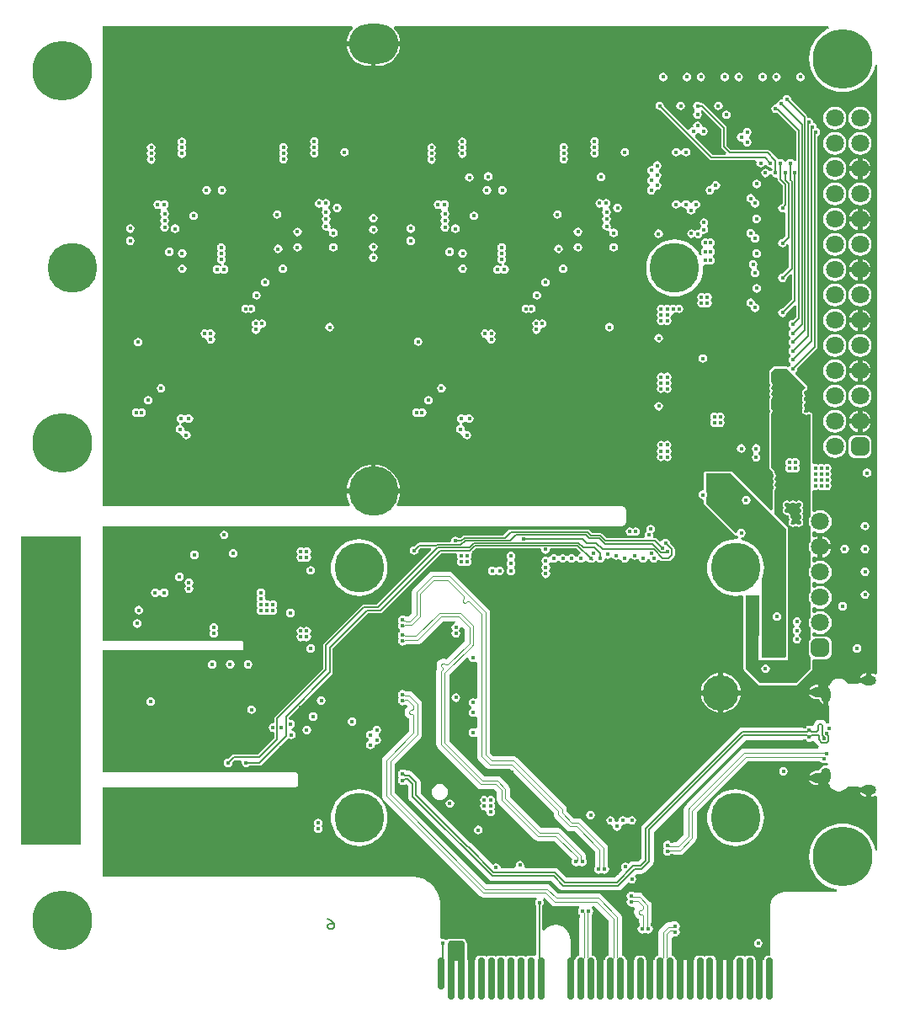
<source format=gbl>
G04*
G04 #@! TF.GenerationSoftware,Altium Limited,Altium Designer,20.1.12 (249)*
G04*
G04 Layer_Physical_Order=6*
G04 Layer_Color=16711680*
%FSLAX44Y44*%
%MOMM*%
G71*
G04*
G04 #@! TF.SameCoordinates,E03EE8C2-713A-4ADB-83DA-CE9B457F0B9A*
G04*
G04*
G04 #@! TF.FilePolarity,Positive*
G04*
G01*
G75*
%ADD10C,0.1000*%
%ADD12C,0.1500*%
%ADD207C,1.8000*%
%ADD215C,0.1200*%
%ADD216C,0.5000*%
G04:AMPARAMS|DCode=300|XSize=0.7mm|YSize=4.2mm|CornerRadius=0.175mm|HoleSize=0mm|Usage=FLASHONLY|Rotation=0.000|XOffset=0mm|YOffset=0mm|HoleType=Round|Shape=RoundedRectangle|*
%AMROUNDEDRECTD300*
21,1,0.7000,3.8500,0,0,0.0*
21,1,0.3500,4.2000,0,0,0.0*
1,1,0.3500,0.1750,-1.9250*
1,1,0.3500,-0.1750,-1.9250*
1,1,0.3500,-0.1750,1.9250*
1,1,0.3500,0.1750,1.9250*
%
%ADD300ROUNDEDRECTD300*%
G04:AMPARAMS|DCode=302|XSize=0.7mm|YSize=3.2mm|CornerRadius=0.175mm|HoleSize=0mm|Usage=FLASHONLY|Rotation=0.000|XOffset=0mm|YOffset=0mm|HoleType=Round|Shape=RoundedRectangle|*
%AMROUNDEDRECTD302*
21,1,0.7000,2.8500,0,0,0.0*
21,1,0.3500,3.2000,0,0,0.0*
1,1,0.3500,0.1750,-1.4250*
1,1,0.3500,-0.1750,-1.4250*
1,1,0.3500,-0.1750,1.4250*
1,1,0.3500,0.1750,1.4250*
%
%ADD302ROUNDEDRECTD302*%
%ADD303C,0.2000*%
%ADD305C,0.1400*%
%ADD309C,5.0000*%
G04:AMPARAMS|DCode=310|XSize=1.8mm|YSize=1.8mm|CornerRadius=0.45mm|HoleSize=0mm|Usage=FLASHONLY|Rotation=270.000|XOffset=0mm|YOffset=0mm|HoleType=Round|Shape=RoundedRectangle|*
%AMROUNDEDRECTD310*
21,1,1.8000,0.9000,0,0,270.0*
21,1,0.9000,1.8000,0,0,270.0*
1,1,0.9000,-0.4500,-0.4500*
1,1,0.9000,-0.4500,0.4500*
1,1,0.9000,0.4500,0.4500*
1,1,0.9000,0.4500,-0.4500*
%
%ADD310ROUNDEDRECTD310*%
%ADD311O,1.0000X1.5400*%
%ADD312O,2.0000X1.0000*%
%ADD313O,1.5000X1.0000*%
%ADD314C,6.0000*%
%ADD315O,5.0000X4.0000*%
%ADD316C,0.4500*%
%ADD317C,3.6000*%
G36*
X2346094Y990500D02*
X2344744Y989941D01*
X2340248Y987186D01*
X2336239Y983761D01*
X2332814Y979752D01*
X2330059Y975256D01*
X2328041Y970384D01*
X2326810Y965257D01*
X2326396Y960000D01*
X2326810Y954743D01*
X2328041Y949616D01*
X2330059Y944744D01*
X2332814Y940248D01*
X2336239Y936239D01*
X2340248Y932814D01*
X2344744Y930059D01*
X2349616Y928041D01*
X2354743Y926810D01*
X2360000Y926396D01*
X2365257Y926810D01*
X2370384Y928041D01*
X2375256Y930059D01*
X2379752Y932814D01*
X2383761Y936239D01*
X2387186Y940248D01*
X2389941Y944744D01*
X2391959Y949616D01*
X2393000Y953952D01*
X2395000Y953716D01*
Y341940D01*
X2393000Y340954D01*
X2392530Y341315D01*
X2390827Y342020D01*
X2389000Y342260D01*
Y335200D01*
X2386500D01*
Y332700D01*
X2376434D01*
X2375927Y331848D01*
X2365120D01*
X2364262Y333133D01*
X2362883Y334512D01*
X2361229Y335617D01*
X2359426Y336364D01*
X2357475Y336752D01*
X2355524D01*
X2353574Y336364D01*
X2351771Y335617D01*
X2350117Y334512D01*
X2348738Y333133D01*
X2347633Y331479D01*
X2347429Y330987D01*
X2346737Y329700D01*
X2345500Y329893D01*
Y320500D01*
Y310283D01*
X2346402Y309756D01*
Y291657D01*
X2344431Y291334D01*
X2343965Y292026D01*
X2343389Y292889D01*
X2343388Y292889D01*
X2342388Y293888D01*
X2340834Y294927D01*
X2339000Y295292D01*
X2339000Y295292D01*
X2336500D01*
X2336500Y295292D01*
X2334666Y294927D01*
X2333112Y293888D01*
X2333111Y293888D01*
X2332112Y292889D01*
X2331073Y291334D01*
X2330847Y290201D01*
X2329457Y289155D01*
X2329007Y289031D01*
X2328708Y289016D01*
X2327320Y289292D01*
X2327320Y289292D01*
X2325730D01*
X2323896Y288927D01*
X2322341Y287889D01*
X2322341Y287888D01*
X2322145Y287692D01*
X2258900D01*
X2258900Y287692D01*
X2257066Y287327D01*
X2255511Y286289D01*
X2255511Y286288D01*
X2158611Y189389D01*
X2157573Y187834D01*
X2157208Y186000D01*
X2157208Y186000D01*
Y155885D01*
X2154515Y153192D01*
X2149400D01*
X2149400Y153192D01*
X2147566Y152827D01*
X2146012Y151789D01*
X2146012Y151788D01*
X2144767Y150544D01*
X2144564Y150564D01*
X2143158Y151503D01*
X2141500Y151833D01*
X2139842Y151503D01*
X2138436Y150564D01*
X2137497Y149158D01*
X2137167Y147500D01*
X2137497Y145842D01*
X2138436Y144436D01*
X2138456Y144233D01*
X2130915Y136692D01*
X2082393D01*
X2074197Y144888D01*
X2072642Y145927D01*
X2070808Y146292D01*
X2070808Y146292D01*
X2041024D01*
X2039692Y148292D01*
X2039833Y149000D01*
X2039503Y150658D01*
X2038564Y152064D01*
X2037158Y153003D01*
X2035500Y153333D01*
X2033842Y153003D01*
X2032436Y152064D01*
X2031497Y150658D01*
X2031167Y149000D01*
X2031308Y148292D01*
X2029976Y146292D01*
X2016004D01*
X2015833Y146500D01*
X2015503Y148158D01*
X2014564Y149564D01*
X2013158Y150503D01*
X2011500Y150833D01*
X2009842Y150503D01*
X2008436Y149564D01*
X2007778Y149499D01*
X1987091Y170186D01*
X1987090Y170187D01*
X1985889Y171388D01*
X1985888Y171389D01*
X1935692Y221585D01*
Y232208D01*
X1935327Y234042D01*
X1934288Y235597D01*
X1934288Y235597D01*
X1927297Y242589D01*
X1925742Y243627D01*
X1923908Y243992D01*
X1923908Y243992D01*
X1921572D01*
X1920173Y244927D01*
X1918339Y245292D01*
X1918339Y245292D01*
X1917500D01*
X1915666Y244927D01*
X1914111Y243888D01*
X1913073Y242334D01*
X1912708Y240500D01*
X1913073Y238666D01*
X1913852Y237500D01*
X1913073Y236334D01*
X1912708Y234500D01*
X1913073Y232666D01*
X1914111Y231112D01*
X1915666Y230073D01*
X1917500Y229708D01*
X1918339D01*
X1918339Y229708D01*
X1920173Y230073D01*
X1920939Y230584D01*
X1922708Y228815D01*
Y218192D01*
X1922708Y218192D01*
X1923073Y216358D01*
X1924111Y214803D01*
X2004203Y134712D01*
X2004203Y134712D01*
X2005758Y133673D01*
X2007592Y133308D01*
X2067415D01*
X2075612Y125112D01*
X2075612Y125112D01*
X2077166Y124073D01*
X2079000Y123708D01*
X2079000Y123708D01*
X2134308D01*
X2134308Y123708D01*
X2136142Y124073D01*
X2137697Y125112D01*
X2144559Y131973D01*
X2144936Y131936D01*
X2146342Y130997D01*
X2148000Y130667D01*
X2149658Y130997D01*
X2151064Y131936D01*
X2152003Y133342D01*
X2152333Y135000D01*
X2152003Y136658D01*
X2151064Y138064D01*
X2151027Y138442D01*
X2152793Y140208D01*
X2157908D01*
X2157908Y140208D01*
X2159742Y140573D01*
X2161297Y141611D01*
X2168788Y149103D01*
X2169827Y150658D01*
X2170192Y152492D01*
X2170192Y152492D01*
Y182607D01*
X2262293Y274708D01*
X2322176D01*
X2322273Y274612D01*
X2322273Y274611D01*
X2323827Y273573D01*
X2325661Y273208D01*
X2327320D01*
X2327320Y273208D01*
X2329154Y273573D01*
X2329505Y273808D01*
X2329934Y273842D01*
X2331479Y273676D01*
X2331937Y273120D01*
X2332612Y272111D01*
X2335615Y269107D01*
X2335616Y269107D01*
X2336111Y268612D01*
X2336111Y268612D01*
X2336443Y268390D01*
X2335836Y266390D01*
X2261200D01*
X2259405Y266033D01*
X2257884Y265016D01*
X2202934Y210066D01*
X2202934Y210066D01*
X2201498Y208631D01*
X2200482Y207110D01*
X2200125Y205315D01*
Y179943D01*
X2192722Y172540D01*
X2187874D01*
X2186688Y173333D01*
X2184893Y173690D01*
X2184000D01*
X2182205Y173333D01*
X2180683Y172316D01*
X2179667Y170795D01*
X2179310Y169000D01*
X2179667Y167205D01*
X2180472Y166000D01*
X2179667Y164795D01*
X2179310Y163000D01*
X2179667Y161205D01*
X2180683Y159684D01*
X2182205Y158667D01*
X2184000Y158310D01*
X2184893D01*
X2186688Y158667D01*
X2187874Y159460D01*
X2196197D01*
X2197992Y159817D01*
X2199514Y160834D01*
X2211831Y173151D01*
X2212848Y174673D01*
X2213205Y176467D01*
Y201840D01*
X2264675Y253310D01*
X2337454D01*
X2337831Y252934D01*
X2339352Y251917D01*
X2341147Y251560D01*
X2341750D01*
X2343545Y251917D01*
X2345569Y250910D01*
X2345582Y250528D01*
X2343864Y249147D01*
X2343000Y249260D01*
X2341173Y249020D01*
X2339470Y248314D01*
X2338008Y247192D01*
X2336886Y245730D01*
X2336180Y244027D01*
X2336158Y243860D01*
X2333000D01*
X2331173Y243620D01*
X2329470Y242915D01*
X2328008Y241793D01*
X2326886Y240330D01*
X2326459Y239300D01*
X2338000D01*
Y236800D01*
X2340500D01*
Y229740D01*
X2340500D01*
Y239500D01*
X2345500D01*
Y230107D01*
X2346737Y230300D01*
X2347429Y229013D01*
X2347633Y228521D01*
X2348738Y226867D01*
X2350117Y225488D01*
X2351771Y224383D01*
X2353574Y223636D01*
X2355525Y223248D01*
X2357475D01*
X2359426Y223636D01*
X2361229Y224383D01*
X2362883Y225488D01*
X2364262Y226867D01*
X2365121Y228152D01*
X2375927D01*
X2376434Y227300D01*
X2386500D01*
Y224800D01*
X2389000D01*
Y217740D01*
X2390827Y217980D01*
X2392530Y218685D01*
X2393000Y219046D01*
X2395000Y218060D01*
Y163784D01*
X2393000Y163547D01*
X2391959Y167884D01*
X2389941Y172756D01*
X2387186Y177252D01*
X2383761Y181261D01*
X2379752Y184686D01*
X2375256Y187441D01*
X2370384Y189459D01*
X2365257Y190690D01*
X2360000Y191104D01*
X2354743Y190690D01*
X2349616Y189459D01*
X2344744Y187441D01*
X2340248Y184686D01*
X2336239Y181261D01*
X2332814Y177252D01*
X2330059Y172756D01*
X2328041Y167884D01*
X2326810Y162757D01*
X2326396Y157500D01*
X2326810Y152243D01*
X2328041Y147116D01*
X2330059Y142244D01*
X2332814Y137748D01*
X2336239Y133739D01*
X2340248Y130314D01*
X2344744Y127559D01*
X2349616Y125541D01*
X2353952Y124500D01*
X2353716Y122500D01*
X2302500D01*
X2301030Y122428D01*
X2298146Y121854D01*
X2295429Y120729D01*
X2292984Y119095D01*
X2290905Y117016D01*
X2289271Y114571D01*
X2288146Y111854D01*
X2287572Y108970D01*
X2287500Y107500D01*
Y58073D01*
X2284750D01*
X2283286Y57782D01*
X2282046Y56954D01*
X2281217Y55713D01*
X2280926Y54250D01*
Y54000D01*
X2272073D01*
Y54250D01*
X2271782Y55713D01*
X2270953Y56954D01*
X2269713Y57782D01*
X2268250Y58073D01*
X2264750D01*
X2263287Y57782D01*
X2262954Y57560D01*
X2261500Y57119D01*
X2260046Y57560D01*
X2259713Y57782D01*
X2258250Y58073D01*
X2254750D01*
X2253287Y57782D01*
X2252046Y56954D01*
X2251217Y55713D01*
X2250926Y54250D01*
Y54000D01*
X2232073D01*
Y54250D01*
X2231782Y55713D01*
X2230953Y56954D01*
X2229713Y57782D01*
X2228250Y58073D01*
X2224750D01*
X2223287Y57782D01*
X2222953Y57560D01*
X2221500Y57119D01*
X2220046Y57560D01*
X2219713Y57782D01*
X2218250Y58073D01*
X2214750D01*
X2213287Y57782D01*
X2212046Y56954D01*
X2211217Y55713D01*
X2210926Y54250D01*
Y54000D01*
X2192073D01*
Y54250D01*
X2191782Y55713D01*
X2190953Y56954D01*
X2189713Y57782D01*
X2188250Y58073D01*
X2188040D01*
Y75937D01*
X2188056Y75972D01*
X2190040Y77423D01*
X2190607Y77310D01*
X2191500D01*
X2193295Y77667D01*
X2194816Y78684D01*
X2195833Y80205D01*
X2196190Y82000D01*
X2195833Y83795D01*
X2195028Y85000D01*
X2195833Y86205D01*
X2196190Y88000D01*
X2195833Y89795D01*
X2194816Y91316D01*
X2193295Y92333D01*
X2191500Y92690D01*
X2190607D01*
X2188812Y92333D01*
X2187625Y91540D01*
X2185917D01*
X2185917Y91540D01*
X2184967D01*
X2184967Y91540D01*
X2183172Y91183D01*
X2181651Y90166D01*
X2176333Y84849D01*
X2175317Y83327D01*
X2174960Y81532D01*
Y58073D01*
X2174750D01*
X2173286Y57782D01*
X2172046Y56954D01*
X2171217Y55713D01*
X2170926Y54250D01*
Y54000D01*
X2162073D01*
Y54250D01*
X2161782Y55713D01*
X2160953Y56954D01*
X2159713Y57782D01*
X2158250Y58073D01*
X2154750D01*
X2153286Y57782D01*
X2152046Y56954D01*
X2151217Y55713D01*
X2150926Y54250D01*
Y54000D01*
X2142073D01*
Y54250D01*
X2141782Y55713D01*
X2140953Y56954D01*
X2139713Y57782D01*
X2139391Y57846D01*
X2138040Y59150D01*
Y96883D01*
X2137683Y98678D01*
X2136666Y100199D01*
X2117349Y119516D01*
X2115827Y120533D01*
X2114033Y120890D01*
X2073975D01*
X2066349Y128516D01*
X2064827Y129533D01*
X2063033Y129890D01*
X2001975D01*
X1909690Y222175D01*
Y251325D01*
X1935516Y277151D01*
X1936533Y278673D01*
X1936890Y280467D01*
Y311182D01*
X1936533Y312977D01*
X1935516Y314499D01*
X1927349Y322666D01*
X1925827Y323683D01*
X1924033Y324040D01*
X1921751D01*
X1918964Y324956D01*
X1917148Y325177D01*
X1915385Y324686D01*
X1913944Y323558D01*
X1913044Y321964D01*
X1912823Y320148D01*
X1913314Y318385D01*
X1914007Y317500D01*
X1913314Y316616D01*
X1912823Y314853D01*
X1913044Y313036D01*
X1913944Y311442D01*
X1915385Y310314D01*
X1917147Y309823D01*
X1918964Y310044D01*
X1920853Y310665D01*
X1921235Y310282D01*
X1921934Y308474D01*
X1920684Y307224D01*
X1919667Y305702D01*
X1919310Y303908D01*
Y302158D01*
X1919667Y300363D01*
X1920684Y298841D01*
X1921934Y297591D01*
X1923455Y296574D01*
X1923810Y296504D01*
Y283943D01*
X1897984Y258116D01*
X1896967Y256595D01*
X1896610Y254800D01*
Y218700D01*
X1896967Y216905D01*
X1897984Y215384D01*
X1995184Y118184D01*
X1996705Y117167D01*
X1998500Y116810D01*
X2051697D01*
X2052304Y114810D01*
X2051936Y114564D01*
X2050997Y113158D01*
X2050667Y111500D01*
X2050997Y109842D01*
X2051936Y108436D01*
X2051941Y108432D01*
Y58699D01*
X2049941Y57630D01*
X2049713Y57782D01*
X2048250Y58073D01*
X2044750D01*
X2043286Y57782D01*
X2042046Y56954D01*
X2040953D01*
X2039713Y57782D01*
X2038250Y58073D01*
X2034750D01*
X2033286Y57782D01*
X2032046Y56954D01*
X2030046Y57560D01*
X2029713Y57782D01*
X2028250Y58073D01*
X2024750D01*
X2023286Y57782D01*
X2022953Y57560D01*
X2020953Y56954D01*
X2019713Y57782D01*
X2018250Y58073D01*
X2014750D01*
X2013286Y57782D01*
X2012953Y57560D01*
X2011500Y57119D01*
X2010046Y57560D01*
X2009713Y57782D01*
X2008250Y58073D01*
X2004750D01*
X2003286Y57782D01*
X2002953Y57560D01*
X2001500Y57119D01*
X2000046Y57560D01*
X1999713Y57782D01*
X1998250Y58073D01*
X1994750D01*
X1993286Y57782D01*
X1992046Y56954D01*
X1991217Y55713D01*
X1990926Y54250D01*
Y54000D01*
X1982073D01*
Y54250D01*
X1982039Y54420D01*
Y69574D01*
X1982039Y69574D01*
X1982039Y69575D01*
X1982039Y70500D01*
X1982001Y70691D01*
X1982002Y70886D01*
X1981823Y71816D01*
X1981745Y72007D01*
X1981705Y72210D01*
X1981503Y72696D01*
X1981061Y73358D01*
X1980358Y74061D01*
X1979697Y74503D01*
X1978778Y74884D01*
X1977997Y75039D01*
X1965500Y75039D01*
X1965499Y75039D01*
X1965003Y75039D01*
X1964222Y74884D01*
X1964222Y74884D01*
X1963304Y74503D01*
X1962642Y74061D01*
X1962639Y74058D01*
X1960966Y73660D01*
X1959947Y73977D01*
X1959158Y74503D01*
X1957500Y74833D01*
X1957000Y74734D01*
X1955000Y76163D01*
X1955000Y110000D01*
X1954941Y111798D01*
X1954472Y115365D01*
X1953541Y118840D01*
X1952164Y122163D01*
X1950365Y125278D01*
X1948176Y128132D01*
X1945632Y130676D01*
X1942778Y132865D01*
X1939663Y134664D01*
X1936340Y136041D01*
X1932865Y136972D01*
X1929348Y137435D01*
X1929299Y137441D01*
X1927508Y137500D01*
X1927500Y137500D01*
X1927500Y137500D01*
X1927500Y137500D01*
X1615500D01*
Y227500D01*
X1809000D01*
X1809000Y227500D01*
X1809000Y227500D01*
X1809696Y227500D01*
X1810983Y228033D01*
X1811967Y229017D01*
X1812500Y230304D01*
X1812500Y231000D01*
X1812500Y239000D01*
X1812500Y239000D01*
X1812500Y239000D01*
X1812500Y239000D01*
X1812500Y239696D01*
X1811967Y240982D01*
X1810983Y241967D01*
X1809696Y242500D01*
X1809000Y242500D01*
X1615500Y242500D01*
Y365000D01*
X1755497D01*
X1756416Y365381D01*
X1757119Y366084D01*
X1757500Y367003D01*
Y372997D01*
X1757119Y373916D01*
X1756416Y374619D01*
X1755497Y375000D01*
X1615500D01*
Y490000D01*
X2138094D01*
X2140116Y490837D01*
X2141663Y492384D01*
X2142500Y494406D01*
Y495500D01*
X2142500Y495500D01*
X2142500Y505000D01*
X2142500Y505994D01*
X2141739Y507832D01*
X2140332Y509239D01*
X2138495Y510000D01*
X2137500Y510000D01*
X2137500Y510000D01*
X2137500Y510000D01*
X2137500Y510000D01*
X1912521D01*
X1911544Y511745D01*
X1912132Y512704D01*
X1913758Y516631D01*
X1914750Y520763D01*
X1914887Y522500D01*
X1861113D01*
X1861250Y520763D01*
X1862242Y516631D01*
X1863868Y512704D01*
X1864456Y511745D01*
X1863479Y510000D01*
X1615500D01*
Y992500D01*
X1866700D01*
X1867137Y991277D01*
X1867260Y990500D01*
X1864619Y987282D01*
X1862576Y983460D01*
X1861318Y979313D01*
X1861140Y977500D01*
X1914860D01*
X1914682Y979313D01*
X1913424Y983460D01*
X1911381Y987282D01*
X1908740Y990500D01*
X1908862Y991277D01*
X1909300Y992500D01*
X2345696D01*
X2346094Y990500D01*
D02*
G37*
G36*
X1594000Y170000D02*
X1534000D01*
Y480000D01*
X1594000D01*
Y170000D01*
D02*
G37*
G36*
X1977997Y73000D02*
X1978916Y72619D01*
X1979619Y71916D01*
X1979821Y71430D01*
X1980000Y70500D01*
D01*
X1980000Y69574D01*
Y52500D01*
X1963000D01*
X1963000Y70997D01*
X1963381Y71916D01*
X1964084Y72619D01*
X1965003Y73000D01*
X1965500Y73000D01*
X1965500Y73000D01*
X1977997Y73000D01*
D02*
G37*
G36*
X2124960Y93408D02*
Y60683D01*
X2124960Y60683D01*
Y58073D01*
X2124750D01*
X2123286Y57782D01*
X2122046Y56954D01*
X2121217Y55713D01*
X2120926Y54250D01*
Y54000D01*
X2112073D01*
Y54250D01*
X2111782Y55713D01*
X2110953Y56954D01*
X2109713Y57782D01*
X2108250Y58073D01*
X2108040D01*
Y78999D01*
X2108040Y79000D01*
Y99518D01*
X2108833Y100705D01*
X2109190Y102500D01*
X2108833Y104295D01*
X2107816Y105816D01*
X2108433Y107810D01*
X2110557D01*
X2124960Y93408D01*
D02*
G37*
G36*
X2067184Y109184D02*
X2068705Y108167D01*
X2070500Y107810D01*
X2094567D01*
X2095184Y105816D01*
X2094167Y104295D01*
X2093810Y102500D01*
X2094167Y100705D01*
X2094960Y99518D01*
Y79001D01*
X2094960Y79000D01*
Y58073D01*
X2094750D01*
X2093287Y57782D01*
X2092046Y56954D01*
X2091217Y55713D01*
X2090926Y54250D01*
Y54000D01*
X2086098D01*
Y74500D01*
X2086065Y74666D01*
X2086087Y74833D01*
X2086006Y76073D01*
X2085876Y76558D01*
X2085843Y77059D01*
X2085201Y79455D01*
X2084906Y80053D01*
X2084692Y80684D01*
X2083452Y82832D01*
X2083012Y83334D01*
X2082641Y83888D01*
X2080888Y85641D01*
X2080334Y86012D01*
X2079832Y86452D01*
X2077684Y87692D01*
X2077053Y87906D01*
X2076455Y88201D01*
X2074059Y88843D01*
X2073394Y88886D01*
X2072740Y89017D01*
X2070260D01*
X2069606Y88886D01*
X2068940Y88843D01*
X2066545Y88201D01*
X2065947Y87906D01*
X2065316Y87692D01*
X2063168Y86452D01*
X2062666Y86012D01*
X2062112Y85641D01*
X2060358Y83888D01*
X2060059Y83440D01*
X2059831Y83401D01*
X2058059Y84167D01*
Y108432D01*
X2058064Y108436D01*
X2059003Y109842D01*
X2059333Y111500D01*
X2059003Y113158D01*
X2058548Y113840D01*
X2059208Y115882D01*
X2059320Y116011D01*
X2060198Y116169D01*
X2067184Y109184D01*
D02*
G37*
%LPC*%
G36*
X1914860Y972500D02*
X1890500D01*
Y952894D01*
X1893000D01*
X1897313Y953318D01*
X1901460Y954576D01*
X1905282Y956619D01*
X1908632Y959368D01*
X1911381Y962718D01*
X1913424Y966540D01*
X1914682Y970687D01*
X1914860Y972500D01*
D02*
G37*
G36*
X1885500D02*
X1861140D01*
X1861318Y970687D01*
X1862576Y966540D01*
X1864619Y962718D01*
X1867368Y959368D01*
X1870718Y956619D01*
X1874540Y954576D01*
X1878687Y953318D01*
X1883000Y952894D01*
X1885500D01*
Y972500D01*
D02*
G37*
G36*
X2241500Y945833D02*
X2239842Y945503D01*
X2238436Y944564D01*
X2237497Y943158D01*
X2237167Y941500D01*
X2237497Y939842D01*
X2238436Y938436D01*
X2239842Y937497D01*
X2241500Y937167D01*
X2243158Y937497D01*
X2244564Y938436D01*
X2245503Y939842D01*
X2245833Y941500D01*
X2245503Y943158D01*
X2244564Y944564D01*
X2243158Y945503D01*
X2241500Y945833D01*
D02*
G37*
G36*
X2217500D02*
X2215842Y945503D01*
X2214436Y944564D01*
X2213497Y943158D01*
X2213167Y941500D01*
X2213497Y939842D01*
X2214436Y938436D01*
X2215842Y937497D01*
X2217500Y937167D01*
X2219158Y937497D01*
X2220564Y938436D01*
X2221503Y939842D01*
X2221833Y941500D01*
X2221503Y943158D01*
X2220564Y944564D01*
X2219158Y945503D01*
X2217500Y945833D01*
D02*
G37*
G36*
X2203500D02*
X2201842Y945503D01*
X2200436Y944564D01*
X2199497Y943158D01*
X2199167Y941500D01*
X2199497Y939842D01*
X2200436Y938436D01*
X2201842Y937497D01*
X2203500Y937167D01*
X2205158Y937497D01*
X2206564Y938436D01*
X2207503Y939842D01*
X2207833Y941500D01*
X2207503Y943158D01*
X2206564Y944564D01*
X2205158Y945503D01*
X2203500Y945833D01*
D02*
G37*
G36*
X2179500D02*
X2177842Y945503D01*
X2176436Y944564D01*
X2175497Y943158D01*
X2175167Y941500D01*
X2175497Y939842D01*
X2176436Y938436D01*
X2177842Y937497D01*
X2179500Y937167D01*
X2181158Y937497D01*
X2182564Y938436D01*
X2183503Y939842D01*
X2183833Y941500D01*
X2183503Y943158D01*
X2182564Y944564D01*
X2181158Y945503D01*
X2179500Y945833D01*
D02*
G37*
G36*
X2317500Y945833D02*
X2315842Y945503D01*
X2314436Y944564D01*
X2313497Y943158D01*
X2313167Y941500D01*
X2313497Y939842D01*
X2314436Y938436D01*
X2315842Y937496D01*
X2317500Y937167D01*
X2319158Y937496D01*
X2320564Y938436D01*
X2321503Y939842D01*
X2321833Y941500D01*
X2321503Y943158D01*
X2320564Y944564D01*
X2319158Y945503D01*
X2317500Y945833D01*
D02*
G37*
G36*
X2293500D02*
X2291842Y945503D01*
X2290436Y944564D01*
X2289497Y943158D01*
X2289167Y941500D01*
X2289497Y939842D01*
X2290436Y938436D01*
X2291842Y937496D01*
X2293500Y937167D01*
X2295158Y937496D01*
X2296564Y938436D01*
X2297503Y939842D01*
X2297833Y941500D01*
X2297503Y943158D01*
X2296564Y944564D01*
X2295158Y945503D01*
X2293500Y945833D01*
D02*
G37*
G36*
X2279500D02*
X2277842Y945503D01*
X2276436Y944564D01*
X2275497Y943158D01*
X2275167Y941500D01*
X2275497Y939842D01*
X2276436Y938436D01*
X2277842Y937496D01*
X2279500Y937167D01*
X2281158Y937496D01*
X2282564Y938436D01*
X2283503Y939842D01*
X2283833Y941500D01*
X2283503Y943158D01*
X2282564Y944564D01*
X2281158Y945503D01*
X2279500Y945833D01*
D02*
G37*
G36*
X2255500D02*
X2253842Y945503D01*
X2252436Y944564D01*
X2251497Y943158D01*
X2251167Y941500D01*
X2251497Y939842D01*
X2252436Y938436D01*
X2253842Y937496D01*
X2255500Y937167D01*
X2257158Y937496D01*
X2258564Y938436D01*
X2259503Y939842D01*
X2259833Y941500D01*
X2259503Y943158D01*
X2258564Y944564D01*
X2257158Y945503D01*
X2255500Y945833D01*
D02*
G37*
G36*
X2304000Y923333D02*
X2302342Y923003D01*
X2300936Y922064D01*
X2299997Y920658D01*
X2299667Y919000D01*
X2299334Y918667D01*
X2298500Y918833D01*
X2296842Y918503D01*
X2295436Y917564D01*
X2294497Y916158D01*
X2294167Y914500D01*
X2292500Y913833D01*
X2290842Y913503D01*
X2289436Y912564D01*
X2288497Y911158D01*
X2288167Y909500D01*
X2288497Y907842D01*
X2289436Y906436D01*
X2290842Y905497D01*
X2292500Y905167D01*
X2294158Y905497D01*
X2294386Y905649D01*
X2313196Y886839D01*
Y857620D01*
X2311196Y857118D01*
X2310564Y858064D01*
X2309158Y859003D01*
X2307500Y859333D01*
X2305842Y859003D01*
X2304436Y858064D01*
X2303532Y856711D01*
X2303213Y856658D01*
X2301787D01*
X2301468Y856711D01*
X2300564Y858064D01*
X2299158Y859003D01*
X2297500Y859333D01*
X2295842Y859003D01*
X2294483Y859483D01*
X2286483Y867483D01*
X2285573Y868091D01*
X2284500Y868304D01*
X2247661D01*
X2243304Y872661D01*
Y890500D01*
X2243090Y891573D01*
X2242483Y892483D01*
X2220483Y914483D01*
X2219573Y915090D01*
X2218500Y915304D01*
X2217238D01*
X2217064Y915564D01*
X2215658Y916503D01*
X2214000Y916833D01*
X2212342Y916503D01*
X2210936Y915564D01*
X2209997Y914158D01*
X2209667Y912500D01*
X2209997Y910842D01*
X2210936Y909436D01*
X2211315Y909183D01*
Y906817D01*
X2210936Y906564D01*
X2209997Y905158D01*
X2209667Y903500D01*
X2209997Y901842D01*
X2210936Y900436D01*
X2212342Y899497D01*
X2214000Y899167D01*
X2215658Y899497D01*
X2217064Y900436D01*
X2218003Y901842D01*
X2218333Y903500D01*
X2218003Y905158D01*
X2217730Y905567D01*
X2218138Y907960D01*
X2218253Y908110D01*
X2218685Y908339D01*
X2218717Y908318D01*
X2237696Y889339D01*
Y871500D01*
X2237910Y870427D01*
X2238517Y869517D01*
X2242731Y865304D01*
X2241902Y863304D01*
X2229161D01*
X2211533Y880932D01*
X2211577Y881658D01*
X2212041Y883252D01*
X2213064Y883936D01*
X2213968Y885289D01*
X2214287Y885342D01*
X2215713Y885342D01*
X2216032Y885289D01*
X2216936Y883936D01*
X2218342Y882997D01*
X2220000Y882667D01*
X2221658Y882997D01*
X2223064Y883936D01*
X2224003Y885342D01*
X2224333Y887000D01*
X2224003Y888658D01*
X2223064Y890064D01*
X2221658Y891003D01*
X2220000Y891333D01*
X2218333Y892500D01*
X2218003Y894158D01*
X2217064Y895564D01*
X2215658Y896503D01*
X2214000Y896833D01*
X2212342Y896503D01*
X2210936Y895564D01*
X2209997Y894158D01*
X2209667Y892500D01*
X2209903Y891314D01*
X2208342Y891003D01*
X2206936Y890064D01*
X2206252Y889041D01*
X2204658Y888577D01*
X2203932Y888533D01*
X2180272Y912193D01*
X2180333Y912500D01*
X2180003Y914158D01*
X2179064Y915564D01*
X2177658Y916503D01*
X2176000Y916833D01*
X2174342Y916503D01*
X2172936Y915564D01*
X2171997Y914158D01*
X2171667Y912500D01*
X2171997Y910842D01*
X2172936Y909436D01*
X2174342Y908497D01*
X2176000Y908167D01*
X2176307Y908228D01*
X2226017Y858517D01*
X2226927Y857910D01*
X2228000Y857696D01*
X2271968D01*
X2273305Y855696D01*
X2273167Y855000D01*
X2273497Y853342D01*
X2274436Y851936D01*
X2275842Y850997D01*
X2277500Y850667D01*
X2279158Y850997D01*
X2280564Y851936D01*
X2281468Y853289D01*
X2281788Y853342D01*
X2283212D01*
X2283532Y853289D01*
X2284436Y851936D01*
X2285842Y850997D01*
X2287500Y850667D01*
X2287696Y850706D01*
X2288693Y849922D01*
X2289288Y848433D01*
X2288224Y846660D01*
X2288212Y846658D01*
X2286788D01*
X2286468Y846711D01*
X2285564Y848064D01*
X2284158Y849003D01*
X2282500Y849333D01*
X2280842Y849003D01*
X2279436Y848064D01*
X2278497Y846658D01*
X2278167Y845000D01*
X2278497Y843342D01*
X2279436Y841936D01*
X2280842Y840997D01*
X2282500Y840667D01*
X2284158Y840997D01*
X2285564Y841936D01*
X2286468Y843289D01*
X2286788Y843342D01*
X2288212D01*
X2288532Y843289D01*
X2289436Y841936D01*
X2290842Y840997D01*
X2292500Y840667D01*
X2292696Y840706D01*
X2294696Y839134D01*
Y838500D01*
X2294910Y837427D01*
X2295517Y836517D01*
X2299696Y832339D01*
Y815756D01*
X2299500Y813833D01*
X2297842Y813503D01*
X2296436Y812564D01*
X2295497Y811158D01*
X2295167Y809500D01*
X2295497Y807842D01*
X2296436Y806436D01*
X2297842Y805497D01*
X2299500Y805167D01*
X2300696Y805405D01*
X2302165Y804595D01*
X2302696Y804119D01*
Y781661D01*
X2299807Y778772D01*
X2299500Y778833D01*
X2297842Y778503D01*
X2296436Y777564D01*
X2295497Y776158D01*
X2295167Y774500D01*
X2295497Y772842D01*
X2296436Y771436D01*
X2297842Y770497D01*
X2299500Y770167D01*
X2301158Y770497D01*
X2302564Y771436D01*
X2303503Y772842D01*
X2303637Y773513D01*
X2304196Y773883D01*
X2306196Y772809D01*
Y750161D01*
X2299807Y743772D01*
X2299500Y743833D01*
X2297842Y743503D01*
X2296436Y742564D01*
X2295497Y741158D01*
X2295167Y739500D01*
X2295497Y737842D01*
X2296436Y736436D01*
X2297842Y735497D01*
X2299500Y735167D01*
X2301158Y735497D01*
X2302564Y736436D01*
X2303503Y737842D01*
X2303833Y739500D01*
X2303772Y739807D01*
X2307348Y743383D01*
X2309196Y742618D01*
Y718161D01*
X2299807Y708772D01*
X2299500Y708833D01*
X2297842Y708503D01*
X2296436Y707564D01*
X2295497Y706158D01*
X2295167Y704500D01*
X2295497Y702842D01*
X2296436Y701436D01*
X2297842Y700497D01*
X2299500Y700167D01*
X2301158Y700497D01*
X2302564Y701436D01*
X2303503Y702842D01*
X2303833Y704500D01*
X2303772Y704807D01*
X2311348Y712383D01*
X2313196Y711618D01*
Y700161D01*
X2310307Y697272D01*
X2310000Y697333D01*
X2308342Y697003D01*
X2306936Y696064D01*
X2305997Y694658D01*
X2305667Y693000D01*
X2305997Y691342D01*
X2306936Y689936D01*
X2307314Y689683D01*
Y687317D01*
X2306936Y687064D01*
X2305997Y685658D01*
X2305667Y684000D01*
X2305997Y682342D01*
X2306936Y680936D01*
X2307314Y680683D01*
Y678317D01*
X2306936Y678064D01*
X2305997Y676658D01*
X2305667Y675000D01*
X2305997Y673342D01*
X2306936Y671936D01*
X2307314Y671683D01*
Y669317D01*
X2306936Y669064D01*
X2305997Y667658D01*
X2305667Y666000D01*
X2305997Y664342D01*
X2306936Y662936D01*
X2307314Y662683D01*
Y660317D01*
X2306936Y660064D01*
X2305997Y658658D01*
X2305667Y657000D01*
X2305997Y655342D01*
X2306936Y653936D01*
X2307314Y653683D01*
Y651317D01*
X2306936Y651064D01*
X2306821Y650892D01*
X2305117Y650030D01*
X2304280Y650384D01*
X2303500Y650539D01*
X2291500D01*
X2291500Y650539D01*
X2290720Y650384D01*
X2290058Y649942D01*
X2290058Y649942D01*
X2286558Y646442D01*
X2286116Y645780D01*
X2285961Y645000D01*
Y635107D01*
X2286000Y634910D01*
Y634709D01*
X2286077Y634523D01*
X2286116Y634327D01*
X2286228Y634159D01*
X2286304Y633974D01*
X2286411Y633867D01*
X2287083Y632863D01*
X2287254Y632000D01*
X2287083Y631137D01*
X2286411Y630133D01*
X2286411Y630133D01*
X2286107Y629398D01*
Y628602D01*
X2286211Y628350D01*
X2286411Y627867D01*
X2286411Y627867D01*
X2287083Y626863D01*
X2287254Y626000D01*
X2287083Y625137D01*
X2286411Y624133D01*
X2286107Y623398D01*
Y623000D01*
Y622602D01*
X2286411Y621867D01*
X2286411Y621867D01*
X2287083Y620863D01*
X2287254Y620000D01*
X2287083Y619137D01*
X2286411Y618133D01*
X2286304Y618026D01*
X2286228Y617840D01*
X2286116Y617673D01*
X2286077Y617477D01*
X2286000Y617291D01*
Y617090D01*
X2285961Y616893D01*
Y608607D01*
X2286000Y608410D01*
Y608209D01*
X2286077Y608023D01*
X2286116Y607826D01*
X2286228Y607659D01*
X2286304Y607474D01*
X2286411Y607367D01*
X2287083Y606363D01*
X2287254Y605500D01*
X2287083Y604637D01*
X2286411Y603633D01*
X2286304Y603526D01*
X2286228Y603341D01*
X2286116Y603173D01*
X2286077Y602977D01*
X2286000Y602791D01*
Y602590D01*
X2285961Y602393D01*
Y549000D01*
X2286116Y548220D01*
X2286558Y547558D01*
X2286558Y547558D01*
X2289461Y544656D01*
Y543607D01*
X2289500Y543410D01*
Y543209D01*
X2289577Y543024D01*
X2289616Y542827D01*
X2289727Y542660D01*
X2289804Y542474D01*
X2289911Y542367D01*
X2290583Y541363D01*
X2290754Y540500D01*
X2290583Y539637D01*
X2289911Y538633D01*
X2289911Y538633D01*
X2289607Y537898D01*
Y537102D01*
X2289711Y536850D01*
X2289911Y536367D01*
X2289911Y536367D01*
X2290583Y535363D01*
X2290754Y534500D01*
X2290583Y533637D01*
X2289911Y532633D01*
X2289607Y531898D01*
Y531500D01*
Y531102D01*
X2289911Y530367D01*
X2289911Y530367D01*
X2290583Y529363D01*
X2290754Y528500D01*
X2290583Y527637D01*
X2289912Y526633D01*
X2289804Y526526D01*
X2289727Y526340D01*
X2289616Y526173D01*
X2289577Y525976D01*
X2289500Y525791D01*
Y525590D01*
X2289460Y525393D01*
X2289460Y513158D01*
X2289460Y506537D01*
X2287612Y505771D01*
X2279945Y513438D01*
X2248942Y544442D01*
X2248280Y544884D01*
X2247500Y545039D01*
X2222500D01*
X2221720Y544884D01*
X2221058Y544442D01*
X2220616Y543780D01*
X2220461Y543000D01*
Y526622D01*
X2219500Y525833D01*
X2217842Y525503D01*
X2216436Y524564D01*
X2215497Y523158D01*
X2215167Y521500D01*
X2215497Y519842D01*
X2216436Y518436D01*
X2217842Y517497D01*
X2219500Y517167D01*
X2220461Y516378D01*
Y513000D01*
X2220616Y512220D01*
X2221058Y511558D01*
X2221058Y511558D01*
X2251339Y481277D01*
X2251417Y481225D01*
X2251476Y481152D01*
X2251745Y481006D01*
X2252000Y480835D01*
X2252092Y480817D01*
X2252175Y480772D01*
X2252480Y480740D01*
X2252781Y480680D01*
X2252873Y480699D01*
X2252966Y480689D01*
X2253260Y480775D01*
X2253561Y480835D01*
X2253639Y480887D01*
X2253690Y480903D01*
X2253958Y480695D01*
X2255196Y479512D01*
X2255157Y478079D01*
X2253451Y476698D01*
X2252300Y476788D01*
X2247828Y476436D01*
X2243466Y475389D01*
X2239321Y473672D01*
X2235496Y471328D01*
X2232085Y468415D01*
X2229172Y465004D01*
X2226828Y461179D01*
X2225111Y457034D01*
X2224064Y452672D01*
X2223712Y448200D01*
X2224064Y443728D01*
X2225111Y439366D01*
X2226828Y435221D01*
X2229172Y431396D01*
X2232085Y427985D01*
X2235496Y425072D01*
X2239321Y422728D01*
X2243466Y421011D01*
X2247828Y419964D01*
X2252300Y419612D01*
X2256772Y419964D01*
X2258601Y420403D01*
X2259197Y420114D01*
X2260461Y418792D01*
Y346500D01*
X2260616Y345720D01*
X2261058Y345058D01*
X2261058Y345058D01*
X2275558Y330558D01*
X2276220Y330116D01*
X2277000Y329961D01*
X2313000D01*
X2313000Y329961D01*
X2313780Y330116D01*
X2314442Y330558D01*
X2314442Y330558D01*
X2328942Y345058D01*
X2329384Y345720D01*
X2329539Y346500D01*
Y355089D01*
X2329824Y355279D01*
X2331539Y356132D01*
X2333000Y355940D01*
X2342000D01*
X2343827Y356180D01*
X2345530Y356885D01*
X2346992Y358008D01*
X2348114Y359470D01*
X2348820Y361173D01*
X2349060Y363000D01*
Y372000D01*
X2348820Y373827D01*
X2348114Y375530D01*
X2346992Y376992D01*
X2345530Y378115D01*
X2343827Y378820D01*
X2342000Y379060D01*
X2333000D01*
X2331539Y378868D01*
X2329824Y379721D01*
X2329539Y379911D01*
Y382252D01*
X2331333Y383137D01*
X2331700Y382855D01*
X2334498Y381696D01*
X2337500Y381301D01*
X2340502Y381696D01*
X2343300Y382855D01*
X2345702Y384698D01*
X2347545Y387100D01*
X2348704Y389898D01*
X2349099Y392900D01*
X2348704Y395902D01*
X2347545Y398700D01*
X2345702Y401102D01*
X2343300Y402945D01*
X2340502Y404104D01*
X2337500Y404499D01*
X2334498Y404104D01*
X2331700Y402945D01*
X2331333Y402663D01*
X2329539Y403548D01*
Y407652D01*
X2331333Y408537D01*
X2331700Y408255D01*
X2334498Y407096D01*
X2337500Y406701D01*
X2340502Y407096D01*
X2343300Y408255D01*
X2345702Y410098D01*
X2347545Y412500D01*
X2348704Y415298D01*
X2349099Y418300D01*
X2348704Y421302D01*
X2347545Y424100D01*
X2345702Y426502D01*
X2343300Y428345D01*
X2340502Y429504D01*
X2337500Y429899D01*
X2334498Y429504D01*
X2331700Y428345D01*
X2331333Y428063D01*
X2329539Y428948D01*
Y433052D01*
X2331333Y433937D01*
X2331700Y433655D01*
X2334498Y432496D01*
X2337500Y432101D01*
X2340502Y432496D01*
X2343300Y433655D01*
X2345702Y435498D01*
X2347545Y437900D01*
X2348704Y440698D01*
X2349099Y443700D01*
X2348704Y446702D01*
X2347545Y449500D01*
X2345702Y451902D01*
X2343300Y453745D01*
X2340502Y454904D01*
X2337500Y455299D01*
X2334498Y454904D01*
X2331700Y453745D01*
X2331333Y453463D01*
X2329539Y454348D01*
Y458823D01*
X2331539Y459809D01*
X2331953Y459492D01*
X2334628Y458383D01*
X2335000Y458334D01*
Y469100D01*
Y479866D01*
X2334628Y479817D01*
X2331953Y478708D01*
X2331539Y478391D01*
X2329539Y479378D01*
Y483852D01*
X2331333Y484737D01*
X2331700Y484455D01*
X2334498Y483296D01*
X2337500Y482901D01*
X2340502Y483296D01*
X2343300Y484455D01*
X2345702Y486298D01*
X2347545Y488700D01*
X2348704Y491498D01*
X2349099Y494500D01*
X2348704Y497502D01*
X2347545Y500300D01*
X2345702Y502702D01*
X2343300Y504545D01*
X2340502Y505704D01*
X2337500Y506099D01*
X2334498Y505704D01*
X2331700Y504545D01*
X2331333Y504263D01*
X2329539Y505148D01*
Y525145D01*
X2331539Y526358D01*
X2332500Y526167D01*
X2334158Y526497D01*
X2335500Y527393D01*
X2336842Y526497D01*
X2338500Y526167D01*
X2340158Y526497D01*
X2341500Y527393D01*
X2342842Y526497D01*
X2344500Y526167D01*
X2346158Y526497D01*
X2347564Y527436D01*
X2348503Y528842D01*
X2348833Y530500D01*
X2348503Y532158D01*
X2347607Y533500D01*
X2348503Y534842D01*
X2348833Y536500D01*
X2348503Y538158D01*
X2347607Y539500D01*
X2348503Y540842D01*
X2348833Y542500D01*
X2348503Y544158D01*
X2347607Y545500D01*
X2348503Y546842D01*
X2348833Y548500D01*
X2348503Y550158D01*
X2347564Y551564D01*
X2346158Y552503D01*
X2344500Y552833D01*
X2342842Y552503D01*
X2341500Y551607D01*
X2340158Y552503D01*
X2338500Y552833D01*
X2336842Y552503D01*
X2335500Y551607D01*
X2334158Y552503D01*
X2332500Y552833D01*
X2331539Y552642D01*
X2329539Y553855D01*
Y602225D01*
X2329534Y602251D01*
X2329539Y602277D01*
X2329456Y602640D01*
X2329384Y603005D01*
X2329369Y603027D01*
X2329363Y603054D01*
X2329149Y603358D01*
X2328942Y603667D01*
X2328920Y603682D01*
X2328904Y603703D01*
X2328590Y603902D01*
X2328280Y604109D01*
X2328254Y604114D01*
X2328231Y604128D01*
X2326961Y604616D01*
X2326789Y604646D01*
X2326628Y604713D01*
X2326401D01*
X2326177Y604751D01*
X2326007Y604713D01*
X2325832D01*
X2325623Y604626D01*
X2325401Y604576D01*
X2325258Y604475D01*
X2325097Y604408D01*
X2324363Y603918D01*
X2323500Y603746D01*
X2322637Y603918D01*
X2321906Y604406D01*
X2321418Y605137D01*
X2321246Y606000D01*
X2321418Y606863D01*
X2321922Y607617D01*
X2322226Y608352D01*
Y608750D01*
Y609148D01*
X2321922Y609883D01*
X2321418Y610637D01*
X2321246Y611500D01*
X2321418Y612363D01*
X2322131Y613431D01*
X2322208Y613617D01*
X2322320Y613784D01*
X2322359Y613981D01*
X2322436Y614166D01*
Y614367D01*
X2322475Y614564D01*
Y614936D01*
X2322436Y615133D01*
Y615334D01*
X2322359Y615519D01*
X2322320Y615716D01*
X2322208Y615883D01*
X2322131Y616069D01*
X2321418Y617137D01*
X2321246Y618000D01*
X2321418Y618863D01*
X2322089Y619867D01*
X2322089Y619867D01*
X2322393Y620602D01*
Y621398D01*
X2322289Y621650D01*
X2322089Y622133D01*
X2322089Y622133D01*
X2321418Y623137D01*
X2321246Y624000D01*
X2321418Y624863D01*
X2321906Y625594D01*
X2322721Y626138D01*
X2322816Y626178D01*
X2323102Y626264D01*
X2323181Y626329D01*
X2323274Y626367D01*
X2323486Y626579D01*
X2323717Y626769D01*
X2323765Y626858D01*
X2323837Y626930D01*
X2323951Y627207D01*
X2324092Y627471D01*
X2324510Y628849D01*
X2324540Y629147D01*
X2324598Y629441D01*
X2324579Y629540D01*
X2324588Y629641D01*
X2324501Y629928D01*
X2324443Y630221D01*
X2324387Y630305D01*
X2324357Y630402D01*
X2324167Y630634D01*
X2324001Y630883D01*
X2312587Y642297D01*
X2312892Y644821D01*
X2313064Y644936D01*
X2314003Y646342D01*
X2314333Y648000D01*
X2314272Y648307D01*
X2333983Y668017D01*
X2334590Y668927D01*
X2334804Y670000D01*
Y882094D01*
X2336064Y882936D01*
X2337003Y884342D01*
X2337333Y886000D01*
X2337003Y887658D01*
X2336064Y889064D01*
X2334658Y890003D01*
X2333674Y890199D01*
X2333833Y891000D01*
X2333503Y892658D01*
X2332564Y894064D01*
X2331158Y895003D01*
X2330174Y895199D01*
X2330333Y896000D01*
X2330003Y897658D01*
X2329064Y899064D01*
X2327658Y900003D01*
X2326000Y900333D01*
X2325691Y900272D01*
X2324804Y901000D01*
X2324590Y902073D01*
X2323983Y902983D01*
X2308272Y918693D01*
X2308333Y919000D01*
X2308003Y920658D01*
X2307064Y922064D01*
X2305658Y923003D01*
X2304000Y923333D01*
D02*
G37*
G36*
X2235000Y916833D02*
X2233342Y916503D01*
X2231936Y915564D01*
X2230997Y914158D01*
X2230667Y912500D01*
X2230997Y910842D01*
X2231936Y909436D01*
X2233342Y908497D01*
X2235000Y908167D01*
X2236658Y908497D01*
X2238064Y909436D01*
X2239003Y910842D01*
X2239333Y912500D01*
X2239003Y914158D01*
X2238064Y915564D01*
X2236658Y916503D01*
X2235000Y916833D01*
D02*
G37*
G36*
X2197000D02*
X2195342Y916503D01*
X2193936Y915564D01*
X2192997Y914158D01*
X2192667Y912500D01*
X2192997Y910842D01*
X2193936Y909436D01*
X2195342Y908497D01*
X2197000Y908167D01*
X2198658Y908497D01*
X2200064Y909436D01*
X2201003Y910842D01*
X2201333Y912500D01*
X2201003Y914158D01*
X2200064Y915564D01*
X2198658Y916503D01*
X2197000Y916833D01*
D02*
G37*
G36*
X2243000Y907833D02*
X2241342Y907504D01*
X2239936Y906564D01*
X2238997Y905158D01*
X2238667Y903500D01*
X2238997Y901842D01*
X2239936Y900436D01*
X2241342Y899497D01*
X2243000Y899167D01*
X2244658Y899497D01*
X2246064Y900436D01*
X2247003Y901842D01*
X2247333Y903500D01*
X2247003Y905158D01*
X2246064Y906564D01*
X2244658Y907504D01*
X2243000Y907833D01*
D02*
G37*
G36*
X2377500Y911799D02*
X2374498Y911404D01*
X2371700Y910245D01*
X2369298Y908402D01*
X2367455Y906000D01*
X2366296Y903202D01*
X2365901Y900200D01*
X2366296Y897198D01*
X2367455Y894400D01*
X2369298Y891998D01*
X2371700Y890155D01*
X2374498Y888996D01*
X2377500Y888601D01*
X2380502Y888996D01*
X2383300Y890155D01*
X2385702Y891998D01*
X2387545Y894400D01*
X2388704Y897198D01*
X2389099Y900200D01*
X2388704Y903202D01*
X2387545Y906000D01*
X2385702Y908402D01*
X2383300Y910245D01*
X2380502Y911404D01*
X2377500Y911799D01*
D02*
G37*
G36*
X2352100D02*
X2349098Y911404D01*
X2346300Y910245D01*
X2343898Y908402D01*
X2342055Y906000D01*
X2340896Y903202D01*
X2340501Y900200D01*
X2340896Y897198D01*
X2342055Y894400D01*
X2343898Y891998D01*
X2346300Y890155D01*
X2349098Y888996D01*
X2352100Y888601D01*
X2355102Y888996D01*
X2357900Y890155D01*
X2360302Y891998D01*
X2362145Y894400D01*
X2363304Y897198D01*
X2363699Y900200D01*
X2363304Y903202D01*
X2362145Y906000D01*
X2360302Y908402D01*
X2357900Y910245D01*
X2355102Y911404D01*
X2352100Y911799D01*
D02*
G37*
G36*
X2264000Y890333D02*
X2262342Y890004D01*
X2260936Y889064D01*
X2259997Y887658D01*
X2259667Y886000D01*
X2257769Y885287D01*
X2256342Y885004D01*
X2254936Y884064D01*
X2253997Y882658D01*
X2253667Y881000D01*
X2253997Y879342D01*
X2254936Y877936D01*
X2256342Y876997D01*
X2257769Y876713D01*
X2259667Y876000D01*
X2259997Y874342D01*
X2260936Y872936D01*
X2262342Y871997D01*
X2264000Y871667D01*
X2265658Y871997D01*
X2267064Y872936D01*
X2268003Y874342D01*
X2268333Y876000D01*
X2268003Y877658D01*
X2267064Y879064D01*
X2265711Y879968D01*
X2265658Y880288D01*
Y881712D01*
X2265711Y882032D01*
X2267064Y882936D01*
X2268003Y884342D01*
X2268333Y886000D01*
X2268003Y887658D01*
X2267064Y889064D01*
X2265658Y890004D01*
X2264000Y890333D01*
D02*
G37*
G36*
X2202500Y870333D02*
X2200842Y870003D01*
X2199436Y869064D01*
X2198532Y867711D01*
X2198212Y867658D01*
X2196788D01*
X2196468Y867711D01*
X2195564Y869064D01*
X2194158Y870003D01*
X2192500Y870333D01*
X2190842Y870003D01*
X2189436Y869064D01*
X2188497Y867658D01*
X2188167Y866000D01*
X2188497Y864342D01*
X2189436Y862936D01*
X2190842Y861997D01*
X2192500Y861667D01*
X2194158Y861997D01*
X2195564Y862936D01*
X2196468Y864289D01*
X2196788Y864342D01*
X2198212D01*
X2198532Y864289D01*
X2199436Y862936D01*
X2200842Y861997D01*
X2202500Y861667D01*
X2204158Y861997D01*
X2205564Y862936D01*
X2206503Y864342D01*
X2206833Y866000D01*
X2206503Y867658D01*
X2205564Y869064D01*
X2204158Y870003D01*
X2202500Y870333D01*
D02*
G37*
G36*
X2377500Y886399D02*
X2374498Y886004D01*
X2371700Y884845D01*
X2369298Y883002D01*
X2367455Y880600D01*
X2366296Y877802D01*
X2365901Y874800D01*
X2366296Y871798D01*
X2367455Y869000D01*
X2369298Y866598D01*
X2371700Y864755D01*
X2374498Y863596D01*
X2377500Y863201D01*
X2380502Y863596D01*
X2383300Y864755D01*
X2385702Y866598D01*
X2387545Y869000D01*
X2388704Y871798D01*
X2389099Y874800D01*
X2388704Y877802D01*
X2387545Y880600D01*
X2385702Y883002D01*
X2383300Y884845D01*
X2380502Y886004D01*
X2377500Y886399D01*
D02*
G37*
G36*
X2352100D02*
X2349098Y886004D01*
X2346300Y884845D01*
X2343898Y883002D01*
X2342055Y880600D01*
X2340896Y877802D01*
X2340501Y874800D01*
X2340896Y871798D01*
X2342055Y869000D01*
X2343898Y866598D01*
X2346300Y864755D01*
X2349098Y863596D01*
X2352100Y863201D01*
X2355102Y863596D01*
X2357900Y864755D01*
X2360302Y866598D01*
X2362145Y869000D01*
X2363304Y871798D01*
X2363699Y874800D01*
X2363304Y877802D01*
X2362145Y880600D01*
X2360302Y883002D01*
X2357900Y884845D01*
X2355102Y886004D01*
X2352100Y886399D01*
D02*
G37*
G36*
X2141000Y870333D02*
X2139342Y870003D01*
X2137936Y869064D01*
X2136997Y867658D01*
X2136667Y866000D01*
X2136997Y864342D01*
X2137936Y862936D01*
X2139342Y861997D01*
X2141000Y861667D01*
X2142658Y861997D01*
X2144064Y862936D01*
X2145003Y864342D01*
X2145333Y866000D01*
X2145003Y867658D01*
X2144064Y869064D01*
X2142658Y870003D01*
X2141000Y870333D01*
D02*
G37*
G36*
X1859000D02*
X1857342Y870003D01*
X1855936Y869064D01*
X1854997Y867658D01*
X1854667Y866000D01*
X1854997Y864342D01*
X1855936Y862936D01*
X1857342Y861997D01*
X1859000Y861667D01*
X1860658Y861997D01*
X1862064Y862936D01*
X1863003Y864342D01*
X1863333Y866000D01*
X1863003Y867658D01*
X1862064Y869064D01*
X1860658Y870003D01*
X1859000Y870333D01*
D02*
G37*
G36*
X2110500Y881333D02*
X2108842Y881003D01*
X2107436Y880064D01*
X2106497Y878658D01*
X2106167Y877000D01*
X2106497Y875342D01*
X2107393Y874000D01*
X2106497Y872658D01*
X2106167Y871000D01*
X2106497Y869342D01*
X2107393Y868000D01*
X2106497Y866658D01*
X2106167Y865000D01*
X2106497Y863342D01*
X2107436Y861936D01*
X2108842Y860997D01*
X2110500Y860667D01*
X2112158Y860997D01*
X2113564Y861936D01*
X2114503Y863342D01*
X2114833Y865000D01*
X2114503Y866658D01*
X2113607Y868000D01*
X2114503Y869342D01*
X2114833Y871000D01*
X2114503Y872658D01*
X2113607Y874000D01*
X2114503Y875342D01*
X2114833Y877000D01*
X2114503Y878658D01*
X2113564Y880064D01*
X2112158Y881003D01*
X2110500Y881333D01*
D02*
G37*
G36*
X1828500D02*
X1826842Y881003D01*
X1825436Y880064D01*
X1824497Y878658D01*
X1824167Y877000D01*
X1824497Y875342D01*
X1825393Y874000D01*
X1824497Y872658D01*
X1824167Y871000D01*
X1824497Y869342D01*
X1825393Y868000D01*
X1824497Y866658D01*
X1824167Y865000D01*
X1824497Y863342D01*
X1825436Y861936D01*
X1826842Y860997D01*
X1828500Y860667D01*
X1830158Y860997D01*
X1831564Y861936D01*
X1832504Y863342D01*
X1832833Y865000D01*
X1832504Y866658D01*
X1831607Y868000D01*
X1832504Y869342D01*
X1832833Y871000D01*
X1832504Y872658D01*
X1831607Y874000D01*
X1832504Y875342D01*
X1832833Y877000D01*
X1832504Y878658D01*
X1831564Y880064D01*
X1830158Y881003D01*
X1828500Y881333D01*
D02*
G37*
G36*
X1977500Y880833D02*
X1975842Y880503D01*
X1974436Y879564D01*
X1973497Y878158D01*
X1973167Y876500D01*
X1973497Y874842D01*
X1974393Y873500D01*
X1973497Y872158D01*
X1973167Y870500D01*
X1973497Y868842D01*
X1974393Y867500D01*
X1973497Y866158D01*
X1973167Y864500D01*
X1973497Y862842D01*
X1974436Y861436D01*
X1975842Y860497D01*
X1977500Y860167D01*
X1979158Y860497D01*
X1980564Y861436D01*
X1981503Y862842D01*
X1981833Y864500D01*
X1981503Y866158D01*
X1980607Y867500D01*
X1981503Y868842D01*
X1981833Y870500D01*
X1981503Y872158D01*
X1980607Y873500D01*
X1981503Y874842D01*
X1981833Y876500D01*
X1981503Y878158D01*
X1980564Y879564D01*
X1979158Y880503D01*
X1977500Y880833D01*
D02*
G37*
G36*
X1695500D02*
X1693842Y880503D01*
X1692436Y879564D01*
X1691497Y878158D01*
X1691167Y876500D01*
X1691497Y874842D01*
X1692393Y873500D01*
X1691497Y872158D01*
X1691167Y870500D01*
X1691497Y868842D01*
X1692393Y867500D01*
X1691497Y866158D01*
X1691167Y864500D01*
X1691497Y862842D01*
X1692436Y861436D01*
X1693842Y860497D01*
X1695500Y860167D01*
X1697158Y860497D01*
X1698564Y861436D01*
X1699503Y862842D01*
X1699833Y864500D01*
X1699503Y866158D01*
X1698607Y867500D01*
X1699503Y868842D01*
X1699833Y870500D01*
X1699503Y872158D01*
X1698607Y873500D01*
X1699503Y874842D01*
X1699833Y876500D01*
X1699503Y878158D01*
X1698564Y879564D01*
X1697158Y880503D01*
X1695500Y880833D01*
D02*
G37*
G36*
X2079500Y875333D02*
X2077842Y875003D01*
X2076436Y874064D01*
X2075497Y872658D01*
X2075167Y871000D01*
X2075497Y869342D01*
X2076393Y868000D01*
X2075497Y866658D01*
X2075167Y865000D01*
X2075497Y863342D01*
X2076393Y862000D01*
X2075497Y860658D01*
X2075167Y859000D01*
X2075497Y857342D01*
X2076436Y855936D01*
X2077842Y854997D01*
X2079500Y854667D01*
X2081158Y854997D01*
X2082564Y855936D01*
X2083503Y857342D01*
X2083833Y859000D01*
X2083503Y860658D01*
X2082607Y862000D01*
X2083503Y863342D01*
X2083833Y865000D01*
X2083503Y866658D01*
X2082607Y868000D01*
X2083503Y869342D01*
X2083833Y871000D01*
X2083503Y872658D01*
X2082564Y874064D01*
X2081158Y875003D01*
X2079500Y875333D01*
D02*
G37*
G36*
X1797500D02*
X1795842Y875003D01*
X1794436Y874064D01*
X1793497Y872658D01*
X1793167Y871000D01*
X1793497Y869342D01*
X1794393Y868000D01*
X1793497Y866658D01*
X1793167Y865000D01*
X1793497Y863342D01*
X1794393Y862000D01*
X1793497Y860658D01*
X1793167Y859000D01*
X1793497Y857342D01*
X1794436Y855936D01*
X1795842Y854997D01*
X1797500Y854667D01*
X1799158Y854997D01*
X1800564Y855936D01*
X1801503Y857342D01*
X1801833Y859000D01*
X1801503Y860658D01*
X1800607Y862000D01*
X1801503Y863342D01*
X1801833Y865000D01*
X1801503Y866658D01*
X1800607Y868000D01*
X1801503Y869342D01*
X1801833Y871000D01*
X1801503Y872658D01*
X1800564Y874064D01*
X1799158Y875003D01*
X1797500Y875333D01*
D02*
G37*
G36*
X1946500Y874833D02*
X1944842Y874503D01*
X1943436Y873564D01*
X1942497Y872158D01*
X1942167Y870500D01*
X1942497Y868842D01*
X1943393Y867500D01*
X1942497Y866158D01*
X1942167Y864500D01*
X1942497Y862842D01*
X1943393Y861500D01*
X1942497Y860158D01*
X1942167Y858500D01*
X1942497Y856842D01*
X1943436Y855436D01*
X1944842Y854497D01*
X1946500Y854167D01*
X1948158Y854497D01*
X1949564Y855436D01*
X1950503Y856842D01*
X1950833Y858500D01*
X1950503Y860158D01*
X1949607Y861500D01*
X1950503Y862842D01*
X1950833Y864500D01*
X1950503Y866158D01*
X1949607Y867500D01*
X1950503Y868842D01*
X1950833Y870500D01*
X1950503Y872158D01*
X1949564Y873564D01*
X1948158Y874503D01*
X1946500Y874833D01*
D02*
G37*
G36*
X1664500D02*
X1662842Y874503D01*
X1661436Y873564D01*
X1660497Y872158D01*
X1660167Y870500D01*
X1660497Y868842D01*
X1661393Y867500D01*
X1660497Y866158D01*
X1660167Y864500D01*
X1660497Y862842D01*
X1661393Y861500D01*
X1660497Y860158D01*
X1660167Y858500D01*
X1660497Y856842D01*
X1661436Y855436D01*
X1662842Y854497D01*
X1664500Y854167D01*
X1666158Y854497D01*
X1667564Y855436D01*
X1668503Y856842D01*
X1668833Y858500D01*
X1668503Y860158D01*
X1667607Y861500D01*
X1668503Y862842D01*
X1668833Y864500D01*
X1668503Y866158D01*
X1667607Y867500D01*
X1668503Y868842D01*
X1668833Y870500D01*
X1668503Y872158D01*
X1667564Y873564D01*
X1666158Y874503D01*
X1664500Y874833D01*
D02*
G37*
G36*
X2380000Y860166D02*
Y851900D01*
X2388266D01*
X2388217Y852272D01*
X2387108Y854948D01*
X2385345Y857245D01*
X2383047Y859008D01*
X2380372Y860117D01*
X2380000Y860166D01*
D02*
G37*
G36*
X2375000D02*
X2374628Y860117D01*
X2371953Y859008D01*
X2369655Y857245D01*
X2367892Y854948D01*
X2366783Y852272D01*
X2366734Y851900D01*
X2375000D01*
Y860166D01*
D02*
G37*
G36*
Y846900D02*
X2366734D01*
X2366783Y846528D01*
X2367892Y843852D01*
X2369655Y841555D01*
X2371953Y839791D01*
X2374628Y838683D01*
X2375000Y838634D01*
Y846900D01*
D02*
G37*
G36*
X2388266D02*
X2380000D01*
Y838634D01*
X2380372Y838683D01*
X2383047Y839791D01*
X2385345Y841555D01*
X2387108Y843852D01*
X2388217Y846528D01*
X2388266Y846900D01*
D02*
G37*
G36*
X2352100Y860999D02*
X2349098Y860604D01*
X2346300Y859445D01*
X2343898Y857602D01*
X2342055Y855200D01*
X2340896Y852402D01*
X2340501Y849400D01*
X2340896Y846398D01*
X2342055Y843600D01*
X2343898Y841198D01*
X2346300Y839355D01*
X2349098Y838196D01*
X2352100Y837801D01*
X2355102Y838196D01*
X2357900Y839355D01*
X2360302Y841198D01*
X2362145Y843600D01*
X2363304Y846398D01*
X2363699Y849400D01*
X2363304Y852402D01*
X2362145Y855200D01*
X2360302Y857602D01*
X2357900Y859445D01*
X2355102Y860604D01*
X2352100Y860999D01*
D02*
G37*
G36*
X2003500Y845833D02*
X2001842Y845503D01*
X2000436Y844564D01*
X1999497Y843158D01*
X1999167Y841500D01*
X1999497Y839842D01*
X2000436Y838436D01*
X2001842Y837497D01*
X2003500Y837167D01*
X2005158Y837497D01*
X2006564Y838436D01*
X2007503Y839842D01*
X2007833Y841500D01*
X2007503Y843158D01*
X2006564Y844564D01*
X2005158Y845503D01*
X2003500Y845833D01*
D02*
G37*
G36*
X2117000Y845333D02*
X2115342Y845003D01*
X2113936Y844064D01*
X2112997Y842658D01*
X2112667Y841000D01*
X2112997Y839342D01*
X2113936Y837936D01*
X2115342Y836997D01*
X2117000Y836667D01*
X2118658Y836997D01*
X2120064Y837936D01*
X2121003Y839342D01*
X2121333Y841000D01*
X2121003Y842658D01*
X2120064Y844064D01*
X2118658Y845003D01*
X2117000Y845333D01*
D02*
G37*
G36*
X1984500Y844833D02*
X1982842Y844503D01*
X1981436Y843564D01*
X1980497Y842158D01*
X1980167Y840500D01*
X1980497Y838842D01*
X1981436Y837436D01*
X1982842Y836497D01*
X1984500Y836167D01*
X1986158Y836497D01*
X1987564Y837436D01*
X1988503Y838842D01*
X1988833Y840500D01*
X1988503Y842158D01*
X1987564Y843564D01*
X1986158Y844503D01*
X1984500Y844833D01*
D02*
G37*
G36*
X2273500Y838333D02*
X2271842Y838003D01*
X2270436Y837064D01*
X2269497Y835658D01*
X2269167Y834000D01*
X2269497Y832342D01*
X2270436Y830936D01*
X2271842Y829997D01*
X2273500Y829667D01*
X2275158Y829997D01*
X2276564Y830936D01*
X2277504Y832342D01*
X2277833Y834000D01*
X2277504Y835658D01*
X2276564Y837064D01*
X2275158Y838003D01*
X2273500Y838333D01*
D02*
G37*
G36*
X2017750Y832083D02*
X2016092Y831753D01*
X2014686Y830814D01*
X2013747Y829408D01*
X2013417Y827750D01*
X2013747Y826092D01*
X2014686Y824686D01*
X2016092Y823747D01*
X2017750Y823417D01*
X2019408Y823747D01*
X2020814Y824686D01*
X2021753Y826092D01*
X2022083Y827750D01*
X2021753Y829408D01*
X2020814Y830814D01*
X2019408Y831753D01*
X2017750Y832083D01*
D02*
G37*
G36*
X1735750D02*
X1734092Y831753D01*
X1732686Y830814D01*
X1731747Y829408D01*
X1731417Y827750D01*
X1731747Y826092D01*
X1732686Y824686D01*
X1734092Y823747D01*
X1735750Y823417D01*
X1737408Y823747D01*
X1738814Y824686D01*
X1739753Y826092D01*
X1740083Y827750D01*
X1739753Y829408D01*
X1738814Y830814D01*
X1737408Y831753D01*
X1735750Y832083D01*
D02*
G37*
G36*
X2002250Y832083D02*
X2000592Y831753D01*
X1999186Y830814D01*
X1998247Y829408D01*
X1997917Y827750D01*
X1998247Y826092D01*
X1999186Y824686D01*
X2000592Y823746D01*
X2002250Y823417D01*
X2003908Y823746D01*
X2005314Y824686D01*
X2006253Y826092D01*
X2006583Y827750D01*
X2006253Y829408D01*
X2005314Y830814D01*
X2003908Y831753D01*
X2002250Y832083D01*
D02*
G37*
G36*
X1720250D02*
X1718592Y831753D01*
X1717186Y830814D01*
X1716247Y829408D01*
X1715917Y827750D01*
X1716247Y826092D01*
X1717186Y824686D01*
X1718592Y823746D01*
X1720250Y823417D01*
X1721908Y823746D01*
X1723314Y824686D01*
X1724253Y826092D01*
X1724583Y827750D01*
X1724253Y829408D01*
X1723314Y830814D01*
X1721908Y831753D01*
X1720250Y832083D01*
D02*
G37*
G36*
X2173500Y856833D02*
X2171842Y856503D01*
X2170436Y855564D01*
X2169497Y854158D01*
X2169167Y852500D01*
X2167500Y851833D01*
X2165842Y851503D01*
X2164436Y850564D01*
X2163497Y849158D01*
X2163167Y847500D01*
X2163497Y845842D01*
X2164436Y844436D01*
X2165789Y843532D01*
X2165842Y843213D01*
Y841787D01*
X2165789Y841468D01*
X2164436Y840564D01*
X2163497Y839158D01*
X2163167Y837500D01*
X2163497Y835842D01*
X2164436Y834436D01*
X2165789Y833532D01*
X2165842Y833213D01*
Y831787D01*
X2165789Y831468D01*
X2164436Y830564D01*
X2163497Y829158D01*
X2163167Y827500D01*
X2163497Y825842D01*
X2164436Y824436D01*
X2165842Y823497D01*
X2167500Y823167D01*
X2169158Y823497D01*
X2170564Y824436D01*
X2171503Y825842D01*
X2171833Y827500D01*
X2173500Y828167D01*
X2175158Y828497D01*
X2176564Y829436D01*
X2177503Y830842D01*
X2177833Y832500D01*
X2177503Y834158D01*
X2176564Y835564D01*
X2175211Y836468D01*
X2175158Y836787D01*
Y838213D01*
X2175211Y838532D01*
X2176564Y839436D01*
X2177503Y840842D01*
X2177833Y842500D01*
X2177503Y844158D01*
X2176564Y845564D01*
X2175211Y846468D01*
X2175158Y846787D01*
Y848213D01*
X2175211Y848532D01*
X2176564Y849436D01*
X2177503Y850842D01*
X2177833Y852500D01*
X2177503Y854158D01*
X2176564Y855564D01*
X2175158Y856503D01*
X2173500Y856833D01*
D02*
G37*
G36*
X2232500Y836833D02*
X2230842Y836503D01*
X2229436Y835564D01*
X2228497Y834158D01*
X2228167Y832500D01*
X2226500Y831833D01*
X2224842Y831503D01*
X2223436Y830564D01*
X2222497Y829158D01*
X2222167Y827500D01*
X2222497Y825842D01*
X2223436Y824436D01*
X2224842Y823497D01*
X2226500Y823167D01*
X2228158Y823497D01*
X2229564Y824436D01*
X2230503Y825842D01*
X2230833Y827500D01*
X2232500Y828167D01*
X2234158Y828497D01*
X2235564Y829436D01*
X2236503Y830842D01*
X2236833Y832500D01*
X2236503Y834158D01*
X2235564Y835564D01*
X2234158Y836503D01*
X2232500Y836833D01*
D02*
G37*
G36*
X2122250Y818833D02*
X2120592Y818503D01*
X2119186Y817564D01*
X2118564D01*
X2117158Y818503D01*
X2115500Y818833D01*
X2113842Y818503D01*
X2112436Y817564D01*
X2111496Y816158D01*
X2111167Y814500D01*
X2111496Y812842D01*
X2112436Y811436D01*
X2113842Y810497D01*
X2115500Y810167D01*
X2117158Y810497D01*
X2117331Y810612D01*
X2117673Y810764D01*
X2118434Y810300D01*
X2118605Y810003D01*
X2118905Y807770D01*
X2118497Y807158D01*
X2118167Y805500D01*
X2118497Y803842D01*
X2119436Y802436D01*
Y801564D01*
X2118497Y800158D01*
X2118167Y798500D01*
X2118497Y796842D01*
X2119436Y795436D01*
Y794564D01*
X2118497Y793158D01*
X2118167Y791500D01*
X2118497Y789842D01*
X2119436Y788436D01*
X2120842Y787497D01*
X2122500Y787167D01*
X2124076Y787480D01*
X2124961Y786912D01*
X2125688Y786113D01*
X2125417Y784750D01*
X2125747Y783092D01*
X2126686Y781686D01*
X2128092Y780747D01*
X2129750Y780417D01*
X2131408Y780747D01*
X2132814Y781686D01*
X2133753Y783092D01*
X2134083Y784750D01*
X2133753Y786408D01*
X2132814Y787814D01*
X2131408Y788753D01*
X2129750Y789083D01*
X2128174Y788770D01*
X2127289Y789338D01*
X2126562Y790137D01*
X2126833Y791500D01*
X2126503Y793158D01*
X2125564Y794564D01*
Y795436D01*
X2126503Y796842D01*
X2126833Y798500D01*
X2126503Y800158D01*
X2125564Y801564D01*
Y802436D01*
X2126503Y803842D01*
X2126833Y805500D01*
X2126503Y807158D01*
X2125564Y808564D01*
X2125090Y808881D01*
X2124993Y811221D01*
X2125314Y811436D01*
X2126253Y812842D01*
X2126583Y814500D01*
X2126253Y816158D01*
X2125314Y817564D01*
X2123908Y818503D01*
X2122250Y818833D01*
D02*
G37*
G36*
X1840250D02*
X1838592Y818503D01*
X1837186Y817564D01*
X1836564D01*
X1835158Y818503D01*
X1833500Y818833D01*
X1831842Y818503D01*
X1830436Y817564D01*
X1829496Y816158D01*
X1829167Y814500D01*
X1829496Y812842D01*
X1830436Y811436D01*
X1831842Y810497D01*
X1833500Y810167D01*
X1835158Y810497D01*
X1835670Y810838D01*
X1836573Y810393D01*
X1836787Y809940D01*
X1837073Y808021D01*
X1836496Y807158D01*
X1836167Y805500D01*
X1836496Y803842D01*
X1837436Y802436D01*
Y801564D01*
X1836496Y800158D01*
X1836167Y798500D01*
X1836496Y796842D01*
X1837436Y795436D01*
Y794564D01*
X1836496Y793158D01*
X1836167Y791500D01*
X1836496Y789842D01*
X1837436Y788436D01*
X1838842Y787497D01*
X1840500Y787167D01*
X1842076Y787480D01*
X1842961Y786912D01*
X1843688Y786113D01*
X1843417Y784750D01*
X1843747Y783092D01*
X1844686Y781686D01*
X1846092Y780747D01*
X1847750Y780417D01*
X1849408Y780747D01*
X1850814Y781686D01*
X1851753Y783092D01*
X1852083Y784750D01*
X1851753Y786408D01*
X1850814Y787814D01*
X1849408Y788753D01*
X1847750Y789083D01*
X1846174Y788770D01*
X1845289Y789338D01*
X1844562Y790137D01*
X1844833Y791500D01*
X1844503Y793158D01*
X1843564Y794564D01*
Y795436D01*
X1844503Y796842D01*
X1844833Y798500D01*
X1844503Y800158D01*
X1843564Y801564D01*
Y802436D01*
X1844503Y803842D01*
X1844833Y805500D01*
X1844503Y807158D01*
X1843564Y808564D01*
X1843090Y808881D01*
X1842993Y811221D01*
X1843314Y811436D01*
X1844253Y812842D01*
X1844583Y814500D01*
X1844253Y816158D01*
X1843314Y817564D01*
X1841908Y818503D01*
X1840250Y818833D01*
D02*
G37*
G36*
X1959750Y817583D02*
X1958092Y817253D01*
X1957919Y817138D01*
X1956375Y816452D01*
X1954831Y817138D01*
X1954658Y817253D01*
X1953000Y817583D01*
X1951342Y817253D01*
X1949936Y816314D01*
X1948996Y814908D01*
X1948667Y813250D01*
X1948996Y811592D01*
X1949936Y810186D01*
X1951342Y809247D01*
X1953000Y808917D01*
X1954658Y809247D01*
X1955170Y809588D01*
X1956073Y809143D01*
X1956287Y808690D01*
X1956573Y806771D01*
X1955997Y805908D01*
X1955667Y804250D01*
X1955997Y802592D01*
X1956936Y801186D01*
Y800314D01*
X1955997Y798908D01*
X1955667Y797250D01*
X1955997Y795592D01*
X1956936Y794186D01*
Y793314D01*
X1955997Y791908D01*
X1955667Y790250D01*
X1955997Y788592D01*
X1956936Y787186D01*
X1958342Y786247D01*
X1960000Y785917D01*
X1961658Y786247D01*
X1963064Y787186D01*
X1964003Y788592D01*
X1964333Y790250D01*
X1964003Y791908D01*
X1963064Y793314D01*
Y794186D01*
X1964003Y795592D01*
X1964333Y797250D01*
X1964003Y798908D01*
X1963064Y800314D01*
Y801186D01*
X1964003Y802592D01*
X1964333Y804250D01*
X1964003Y805908D01*
X1963064Y807314D01*
X1962590Y807631D01*
X1962493Y809971D01*
X1962814Y810186D01*
X1963753Y811592D01*
X1964083Y813250D01*
X1963753Y814908D01*
X1962814Y816314D01*
X1961408Y817253D01*
X1959750Y817583D01*
D02*
G37*
G36*
X1677750D02*
X1676092Y817253D01*
X1674686Y816314D01*
X1674064D01*
X1672658Y817253D01*
X1671000Y817583D01*
X1669342Y817253D01*
X1667936Y816314D01*
X1666996Y814908D01*
X1666667Y813250D01*
X1666996Y811592D01*
X1667936Y810186D01*
X1669342Y809247D01*
X1671000Y808917D01*
X1672658Y809247D01*
X1673170Y809588D01*
X1674073Y809143D01*
X1674287Y808690D01*
X1674573Y806771D01*
X1673997Y805908D01*
X1673667Y804250D01*
X1673997Y802592D01*
X1674227Y802246D01*
X1674776Y800750D01*
X1674227Y799254D01*
X1673997Y798908D01*
X1673667Y797250D01*
X1673997Y795592D01*
X1674936Y794186D01*
Y793314D01*
X1673997Y791908D01*
X1673667Y790250D01*
X1673997Y788592D01*
X1674936Y787186D01*
X1676342Y786247D01*
X1678000Y785917D01*
X1679658Y786247D01*
X1681064Y787186D01*
X1682003Y788592D01*
X1682333Y790250D01*
X1682003Y791908D01*
X1681064Y793314D01*
Y794186D01*
X1682003Y795592D01*
X1682333Y797250D01*
X1682003Y798908D01*
X1681772Y799254D01*
X1681224Y800750D01*
X1681772Y802246D01*
X1682003Y802592D01*
X1682333Y804250D01*
X1682003Y805908D01*
X1681064Y807314D01*
X1680590Y807631D01*
X1680493Y809971D01*
X1680814Y810186D01*
X1681753Y811592D01*
X1682083Y813250D01*
X1681753Y814908D01*
X1680814Y816314D01*
X1679408Y817253D01*
X1677750Y817583D01*
D02*
G37*
G36*
X2212500Y817833D02*
X2210842Y817503D01*
X2209436Y816564D01*
X2208532Y815211D01*
X2208213Y815158D01*
X2206787D01*
X2206468Y815211D01*
X2205564Y816564D01*
X2204158Y817503D01*
X2202500Y817833D01*
X2200842Y817503D01*
X2199436Y816564D01*
X2198532Y815211D01*
X2198213Y815158D01*
X2196787D01*
X2196468Y815211D01*
X2195564Y816564D01*
X2194158Y817503D01*
X2192500Y817833D01*
X2190842Y817503D01*
X2189436Y816564D01*
X2188497Y815158D01*
X2188167Y813500D01*
X2188497Y811842D01*
X2189436Y810436D01*
X2190842Y809497D01*
X2192500Y809167D01*
X2194158Y809497D01*
X2195564Y810436D01*
X2196468Y811789D01*
X2196787Y811842D01*
X2198213D01*
X2198532Y811789D01*
X2199436Y810436D01*
X2200842Y809497D01*
X2202500Y809167D01*
X2203213Y807269D01*
X2203497Y805842D01*
X2204436Y804436D01*
X2205842Y803497D01*
X2207500Y803167D01*
X2209158Y803497D01*
X2210564Y804436D01*
X2211503Y805842D01*
X2211787Y807269D01*
X2212500Y809167D01*
X2214158Y809497D01*
X2215564Y810436D01*
X2216503Y811842D01*
X2216833Y813500D01*
X2216503Y815158D01*
X2215564Y816564D01*
X2214158Y817503D01*
X2212500Y817833D01*
D02*
G37*
G36*
X2377500Y835599D02*
X2374498Y835204D01*
X2371700Y834045D01*
X2369298Y832202D01*
X2367455Y829800D01*
X2366296Y827002D01*
X2365901Y824000D01*
X2366296Y820998D01*
X2367455Y818200D01*
X2369298Y815798D01*
X2371700Y813955D01*
X2374498Y812796D01*
X2377500Y812401D01*
X2380502Y812796D01*
X2383300Y813955D01*
X2385702Y815798D01*
X2387545Y818200D01*
X2388704Y820998D01*
X2389099Y824000D01*
X2388704Y827002D01*
X2387545Y829800D01*
X2385702Y832202D01*
X2383300Y834045D01*
X2380502Y835204D01*
X2377500Y835599D01*
D02*
G37*
G36*
X2352100D02*
X2349098Y835204D01*
X2346300Y834045D01*
X2343898Y832202D01*
X2342055Y829800D01*
X2340896Y827002D01*
X2340501Y824000D01*
X2340896Y820998D01*
X2342055Y818200D01*
X2343898Y815798D01*
X2346300Y813955D01*
X2349098Y812796D01*
X2352100Y812401D01*
X2355102Y812796D01*
X2357900Y813955D01*
X2360302Y815798D01*
X2362145Y818200D01*
X2363304Y820998D01*
X2363699Y824000D01*
X2363304Y827002D01*
X2362145Y829800D01*
X2360302Y832202D01*
X2357900Y834045D01*
X2355102Y835204D01*
X2352100Y835599D01*
D02*
G37*
G36*
X2267500Y823833D02*
X2265842Y823503D01*
X2264436Y822564D01*
X2263497Y821158D01*
X2263167Y819500D01*
X2263497Y817842D01*
X2264436Y816436D01*
X2265842Y815497D01*
X2267500Y815167D01*
X2267923Y813212D01*
X2267997Y812842D01*
X2268936Y811436D01*
X2270342Y810497D01*
X2272000Y810167D01*
X2273658Y810497D01*
X2275064Y811436D01*
X2276003Y812842D01*
X2276333Y814500D01*
X2276003Y816158D01*
X2275064Y817564D01*
X2273658Y818503D01*
X2272000Y818833D01*
X2271577Y820788D01*
X2271503Y821158D01*
X2270564Y822564D01*
X2269158Y823503D01*
X2267500Y823833D01*
D02*
G37*
G36*
X2133500Y814333D02*
X2131842Y814003D01*
X2130436Y813064D01*
X2129497Y811658D01*
X2129167Y810000D01*
X2129497Y808342D01*
X2130436Y806936D01*
X2131842Y805997D01*
X2133500Y805667D01*
X2135158Y805997D01*
X2136564Y806936D01*
X2137503Y808342D01*
X2137833Y810000D01*
X2137503Y811658D01*
X2136564Y813064D01*
X2135158Y814003D01*
X2133500Y814333D01*
D02*
G37*
G36*
X1851500D02*
X1849842Y814003D01*
X1848436Y813064D01*
X1847497Y811658D01*
X1847167Y810000D01*
X1847497Y808342D01*
X1848436Y806936D01*
X1849842Y805997D01*
X1851500Y805667D01*
X1853158Y805997D01*
X1854564Y806936D01*
X1855503Y808342D01*
X1855833Y810000D01*
X1855503Y811658D01*
X1854564Y813064D01*
X1853158Y814003D01*
X1851500Y814333D01*
D02*
G37*
G36*
X2380000Y809366D02*
Y801100D01*
X2388266D01*
X2388217Y801472D01*
X2387108Y804147D01*
X2385345Y806445D01*
X2383047Y808208D01*
X2380372Y809317D01*
X2380000Y809366D01*
D02*
G37*
G36*
X2375000D02*
X2374628Y809317D01*
X2371953Y808208D01*
X2369655Y806445D01*
X2367892Y804147D01*
X2366783Y801472D01*
X2366734Y801100D01*
X2375000D01*
Y809366D01*
D02*
G37*
G36*
X2073250Y807583D02*
X2071592Y807253D01*
X2070186Y806314D01*
X2069247Y804908D01*
X2068917Y803250D01*
X2069247Y801592D01*
X2070186Y800186D01*
X2071592Y799246D01*
X2073250Y798917D01*
X2074908Y799246D01*
X2076314Y800186D01*
X2077253Y801592D01*
X2077583Y803250D01*
X2077253Y804908D01*
X2076314Y806314D01*
X2074908Y807253D01*
X2073250Y807583D01*
D02*
G37*
G36*
X1791250D02*
X1789592Y807253D01*
X1788186Y806314D01*
X1787247Y804908D01*
X1786917Y803250D01*
X1787247Y801592D01*
X1788186Y800186D01*
X1789592Y799246D01*
X1791250Y798917D01*
X1792908Y799246D01*
X1794314Y800186D01*
X1795253Y801592D01*
X1795583Y803250D01*
X1795253Y804908D01*
X1794314Y806314D01*
X1792908Y807253D01*
X1791250Y807583D01*
D02*
G37*
G36*
X1989250Y806333D02*
X1987592Y806003D01*
X1986186Y805064D01*
X1985247Y803658D01*
X1984917Y802000D01*
X1985247Y800342D01*
X1986186Y798936D01*
X1987592Y797997D01*
X1989250Y797667D01*
X1990908Y797997D01*
X1992314Y798936D01*
X1993253Y800342D01*
X1993583Y802000D01*
X1993253Y803658D01*
X1992314Y805064D01*
X1990908Y806003D01*
X1989250Y806333D01*
D02*
G37*
G36*
X1707250D02*
X1705592Y806003D01*
X1704186Y805064D01*
X1703247Y803658D01*
X1702917Y802000D01*
X1703247Y800342D01*
X1704186Y798936D01*
X1705592Y797997D01*
X1707250Y797667D01*
X1708908Y797997D01*
X1710314Y798936D01*
X1711253Y800342D01*
X1711583Y802000D01*
X1711253Y803658D01*
X1710314Y805064D01*
X1708908Y806003D01*
X1707250Y806333D01*
D02*
G37*
G36*
X1888000Y803833D02*
X1886342Y803503D01*
X1884936Y802564D01*
X1883997Y801158D01*
X1883667Y799500D01*
X1883997Y797842D01*
X1884936Y796436D01*
X1886342Y795497D01*
X1888000Y795167D01*
X1889658Y795497D01*
X1891064Y796436D01*
X1892003Y797842D01*
X1892333Y799500D01*
X1892003Y801158D01*
X1891064Y802564D01*
X1889658Y803503D01*
X1888000Y803833D01*
D02*
G37*
G36*
X2273500Y803333D02*
X2271842Y803003D01*
X2270436Y802064D01*
X2269497Y800658D01*
X2269167Y799000D01*
X2269497Y797342D01*
X2270436Y795936D01*
X2271842Y794997D01*
X2273500Y794667D01*
X2275158Y794997D01*
X2276564Y795936D01*
X2277504Y797342D01*
X2277833Y799000D01*
X2277504Y800658D01*
X2276564Y802064D01*
X2275158Y803003D01*
X2273500Y803333D01*
D02*
G37*
G36*
X2220500Y799333D02*
X2218842Y799003D01*
X2217436Y798064D01*
X2216497Y796658D01*
X2216167Y795000D01*
X2216497Y793342D01*
X2217436Y791936D01*
Y791064D01*
X2216497Y789658D01*
X2216167Y788000D01*
X2214500Y788083D01*
X2212842Y787753D01*
X2211436Y786814D01*
X2211066Y787062D01*
X2211064Y787064D01*
X2209658Y788003D01*
X2208000Y788333D01*
X2206342Y788003D01*
X2204936Y787064D01*
X2203997Y785658D01*
X2203667Y784000D01*
X2203997Y782342D01*
X2204936Y780936D01*
X2206342Y779997D01*
X2208000Y779667D01*
X2209658Y779997D01*
X2211064Y780936D01*
X2211434Y780688D01*
X2211436Y780686D01*
X2212842Y779747D01*
X2214500Y779417D01*
X2216158Y779747D01*
X2217564Y780686D01*
X2218503Y782092D01*
X2218833Y783750D01*
X2220500Y783667D01*
X2222158Y783997D01*
X2223564Y784936D01*
X2224503Y786342D01*
X2224833Y788000D01*
X2224503Y789658D01*
X2223564Y791064D01*
Y791936D01*
X2224503Y793342D01*
X2224833Y795000D01*
X2224503Y796658D01*
X2223564Y798064D01*
X2222158Y799003D01*
X2220500Y799333D01*
D02*
G37*
G36*
X2375000Y796100D02*
X2366734D01*
X2366783Y795728D01*
X2367892Y793053D01*
X2369655Y790755D01*
X2371953Y788991D01*
X2374628Y787883D01*
X2375000Y787834D01*
Y796100D01*
D02*
G37*
G36*
X2388266D02*
X2380000D01*
Y787834D01*
X2380372Y787883D01*
X2383047Y788991D01*
X2385345Y790755D01*
X2387108Y793053D01*
X2388217Y795728D01*
X2388266Y796100D01*
D02*
G37*
G36*
X2352100Y810199D02*
X2349098Y809804D01*
X2346300Y808645D01*
X2343898Y806802D01*
X2342055Y804400D01*
X2340896Y801602D01*
X2340501Y798600D01*
X2340896Y795598D01*
X2342055Y792800D01*
X2343898Y790398D01*
X2346300Y788555D01*
X2349098Y787396D01*
X2352100Y787001D01*
X2355102Y787396D01*
X2357900Y788555D01*
X2360302Y790398D01*
X2362145Y792800D01*
X2363304Y795598D01*
X2363699Y798600D01*
X2363304Y801602D01*
X2362145Y804400D01*
X2360302Y806802D01*
X2357900Y808645D01*
X2355102Y809804D01*
X2352100Y810199D01*
D02*
G37*
G36*
X1925508Y793443D02*
X1923849Y793113D01*
X1922444Y792174D01*
X1921504Y790768D01*
X1921174Y789110D01*
X1921504Y787451D01*
X1922444Y786046D01*
X1923849Y785106D01*
X1925508Y784776D01*
X1927166Y785106D01*
X1928572Y786046D01*
X1929511Y787451D01*
X1929841Y789110D01*
X1929511Y790768D01*
X1928572Y792174D01*
X1927166Y793113D01*
X1925508Y793443D01*
D02*
G37*
G36*
X1643508D02*
X1641849Y793113D01*
X1640444Y792174D01*
X1639504Y790768D01*
X1639174Y789110D01*
X1639504Y787451D01*
X1640444Y786046D01*
X1641849Y785106D01*
X1643508Y784776D01*
X1645166Y785106D01*
X1646572Y786046D01*
X1647511Y787451D01*
X1647841Y789110D01*
X1647511Y790768D01*
X1646572Y792174D01*
X1645166Y793113D01*
X1643508Y793443D01*
D02*
G37*
G36*
X1970500Y793333D02*
X1968842Y793003D01*
X1967436Y792064D01*
X1966497Y790658D01*
X1966167Y789000D01*
X1966497Y787342D01*
X1967436Y785936D01*
X1968842Y784997D01*
X1970500Y784667D01*
X1972158Y784997D01*
X1973564Y785936D01*
X1974503Y787342D01*
X1974833Y789000D01*
X1974503Y790658D01*
X1973564Y792064D01*
X1972158Y793003D01*
X1970500Y793333D01*
D02*
G37*
G36*
X1688500D02*
X1686842Y793003D01*
X1685436Y792064D01*
X1684497Y790658D01*
X1684167Y789000D01*
X1684497Y787342D01*
X1685436Y785936D01*
X1686842Y784997D01*
X1688500Y784667D01*
X1690158Y784997D01*
X1691564Y785936D01*
X1692503Y787342D01*
X1692833Y789000D01*
X1692503Y790658D01*
X1691564Y792064D01*
X1690158Y793003D01*
X1688500Y793333D01*
D02*
G37*
G36*
X1888000Y792333D02*
X1886342Y792003D01*
X1884936Y791064D01*
X1883997Y789658D01*
X1883667Y788000D01*
X1883997Y786342D01*
X1884936Y784936D01*
X1886342Y783997D01*
X1888000Y783667D01*
X1889658Y783997D01*
X1891064Y784936D01*
X1892003Y786342D01*
X1892333Y788000D01*
X1892003Y789658D01*
X1891064Y791064D01*
X1889658Y792003D01*
X1888000Y792333D01*
D02*
G37*
G36*
X2093750Y790083D02*
X2092092Y789753D01*
X2090686Y788814D01*
X2089747Y787408D01*
X2089417Y785750D01*
X2089747Y784092D01*
X2090686Y782686D01*
X2092092Y781747D01*
X2093750Y781417D01*
X2095408Y781747D01*
X2096814Y782686D01*
X2097753Y784092D01*
X2098083Y785750D01*
X2097753Y787408D01*
X2096814Y788814D01*
X2095408Y789753D01*
X2093750Y790083D01*
D02*
G37*
G36*
X1811750D02*
X1810092Y789753D01*
X1808686Y788814D01*
X1807747Y787408D01*
X1807417Y785750D01*
X1807747Y784092D01*
X1808686Y782686D01*
X1810092Y781747D01*
X1811750Y781417D01*
X1813408Y781747D01*
X1814814Y782686D01*
X1815753Y784092D01*
X1816083Y785750D01*
X1815753Y787408D01*
X1814814Y788814D01*
X1813408Y789753D01*
X1811750Y790083D01*
D02*
G37*
G36*
X2174907Y788240D02*
X2173249Y787910D01*
X2171843Y786971D01*
X2170903Y785565D01*
X2170574Y783907D01*
X2170903Y782249D01*
X2171843Y780843D01*
X2173249Y779903D01*
X2174907Y779574D01*
X2176565Y779903D01*
X2177971Y780843D01*
X2178910Y782249D01*
X2179240Y783907D01*
X2178910Y785565D01*
X2177971Y786971D01*
X2176565Y787910D01*
X2174907Y788240D01*
D02*
G37*
G36*
X2227250Y779333D02*
X2225592Y779003D01*
X2224500Y778274D01*
X2223408Y779003D01*
X2221750Y779333D01*
X2220092Y779003D01*
X2218686Y778064D01*
X2217747Y776658D01*
X2217417Y775000D01*
X2217747Y773342D01*
X2218686Y771936D01*
X2219064Y771683D01*
Y769317D01*
X2218686Y769064D01*
X2217747Y767658D01*
X2217417Y766000D01*
X2217747Y764342D01*
X2218686Y762936D01*
X2218277Y762115D01*
X2216512Y762471D01*
X2216407Y762585D01*
X2214128Y766304D01*
X2211215Y769715D01*
X2207804Y772628D01*
X2203979Y774972D01*
X2199834Y776689D01*
X2195472Y777736D01*
X2191000Y778088D01*
X2186528Y777736D01*
X2182166Y776689D01*
X2178021Y774972D01*
X2174196Y772628D01*
X2170785Y769715D01*
X2167872Y766304D01*
X2165528Y762479D01*
X2163811Y758334D01*
X2162764Y753972D01*
X2162412Y749500D01*
X2162764Y745028D01*
X2163811Y740666D01*
X2165528Y736521D01*
X2167872Y732696D01*
X2170785Y729285D01*
X2174196Y726372D01*
X2178021Y724028D01*
X2182166Y722311D01*
X2186528Y721264D01*
X2191000Y720912D01*
X2195472Y721264D01*
X2199834Y722311D01*
X2203979Y724028D01*
X2207804Y726372D01*
X2211215Y729285D01*
X2214128Y732696D01*
X2216472Y736521D01*
X2218189Y740666D01*
X2219236Y745028D01*
X2219588Y749500D01*
X2219454Y751200D01*
X2221339Y752749D01*
X2221750Y752667D01*
X2223408Y752997D01*
X2224500Y753726D01*
X2225592Y752997D01*
X2227250Y752667D01*
X2228908Y752997D01*
X2230314Y753936D01*
X2231253Y755342D01*
X2231583Y757000D01*
X2231253Y758658D01*
X2230314Y760064D01*
X2229936Y760317D01*
Y762683D01*
X2230314Y762936D01*
X2231253Y764342D01*
X2231583Y766000D01*
X2231253Y767658D01*
X2230314Y769064D01*
X2229935Y769317D01*
Y771683D01*
X2230314Y771936D01*
X2231253Y773342D01*
X2231583Y775000D01*
X2231253Y776658D01*
X2230314Y778064D01*
X2228908Y779003D01*
X2227250Y779333D01*
D02*
G37*
G36*
X2267500Y788833D02*
X2265842Y788503D01*
X2264436Y787564D01*
X2263497Y786158D01*
X2263167Y784500D01*
X2263497Y782842D01*
X2264436Y781436D01*
X2265842Y780497D01*
X2267500Y780167D01*
X2267923Y778212D01*
X2267997Y777842D01*
X2268936Y776436D01*
X2270342Y775497D01*
X2272000Y775167D01*
X2273658Y775497D01*
X2275064Y776436D01*
X2276003Y777842D01*
X2276333Y779500D01*
X2276003Y781158D01*
X2275064Y782564D01*
X2273658Y783503D01*
X2272000Y783833D01*
X2271577Y785788D01*
X2271503Y786158D01*
X2270564Y787564D01*
X2269158Y788503D01*
X2267500Y788833D01*
D02*
G37*
G36*
X1925500Y781083D02*
X1923842Y780753D01*
X1922436Y779814D01*
X1921497Y778408D01*
X1921167Y776750D01*
X1921497Y775092D01*
X1922436Y773686D01*
X1923842Y772747D01*
X1925500Y772417D01*
X1927158Y772747D01*
X1928564Y773686D01*
X1929503Y775092D01*
X1929833Y776750D01*
X1929503Y778408D01*
X1928564Y779814D01*
X1927158Y780753D01*
X1925500Y781083D01*
D02*
G37*
G36*
X1643500D02*
X1641842Y780753D01*
X1640436Y779814D01*
X1639497Y778408D01*
X1639167Y776750D01*
X1639497Y775092D01*
X1640436Y773686D01*
X1641842Y772747D01*
X1643500Y772417D01*
X1645158Y772747D01*
X1646564Y773686D01*
X1647503Y775092D01*
X1647833Y776750D01*
X1647503Y778408D01*
X1646564Y779814D01*
X1645158Y780753D01*
X1643500Y781083D01*
D02*
G37*
G36*
X2129750Y774583D02*
X2128092Y774253D01*
X2126686Y773314D01*
X2125747Y771908D01*
X2125417Y770250D01*
X2125747Y768592D01*
X2126686Y767186D01*
X2128092Y766247D01*
X2129750Y765917D01*
X2131408Y766247D01*
X2132814Y767186D01*
X2133753Y768592D01*
X2134083Y770250D01*
X2133753Y771908D01*
X2132814Y773314D01*
X2131408Y774253D01*
X2129750Y774583D01*
D02*
G37*
G36*
X2093750D02*
X2092092Y774253D01*
X2090686Y773314D01*
X2089747Y771908D01*
X2089417Y770250D01*
X2089747Y768592D01*
X2090686Y767186D01*
X2092092Y766247D01*
X2093750Y765917D01*
X2095408Y766247D01*
X2096814Y767186D01*
X2097753Y768592D01*
X2098083Y770250D01*
X2097753Y771908D01*
X2096814Y773314D01*
X2095408Y774253D01*
X2093750Y774583D01*
D02*
G37*
G36*
X1847750D02*
X1846092Y774253D01*
X1844686Y773314D01*
X1843747Y771908D01*
X1843417Y770250D01*
X1843747Y768592D01*
X1844686Y767186D01*
X1846092Y766247D01*
X1847750Y765917D01*
X1849408Y766247D01*
X1850814Y767186D01*
X1851753Y768592D01*
X1852083Y770250D01*
X1851753Y771908D01*
X1850814Y773314D01*
X1849408Y774253D01*
X1847750Y774583D01*
D02*
G37*
G36*
X1811750D02*
X1810092Y774253D01*
X1808686Y773314D01*
X1807747Y771908D01*
X1807417Y770250D01*
X1807747Y768592D01*
X1808686Y767186D01*
X1810092Y766247D01*
X1811750Y765917D01*
X1813408Y766247D01*
X1814814Y767186D01*
X1815753Y768592D01*
X1816083Y770250D01*
X1815753Y771908D01*
X1814814Y773314D01*
X1813408Y774253D01*
X1811750Y774583D01*
D02*
G37*
G36*
X2074250Y773083D02*
X2072592Y772753D01*
X2071186Y771814D01*
X2070247Y770408D01*
X2069917Y768750D01*
X2070247Y767092D01*
X2071186Y765686D01*
X2072592Y764747D01*
X2074250Y764417D01*
X2075908Y764747D01*
X2077314Y765686D01*
X2078253Y767092D01*
X2078583Y768750D01*
X2078253Y770408D01*
X2077314Y771814D01*
X2075908Y772753D01*
X2074250Y773083D01*
D02*
G37*
G36*
X1792250D02*
X1790592Y772753D01*
X1789186Y771814D01*
X1788247Y770408D01*
X1787917Y768750D01*
X1788247Y767092D01*
X1789186Y765686D01*
X1790592Y764747D01*
X1792250Y764417D01*
X1793908Y764747D01*
X1795314Y765686D01*
X1796253Y767092D01*
X1796583Y768750D01*
X1796253Y770408D01*
X1795314Y771814D01*
X1793908Y772753D01*
X1792250Y773083D01*
D02*
G37*
G36*
X2377500Y784799D02*
X2374498Y784404D01*
X2371700Y783245D01*
X2369298Y781402D01*
X2367455Y779000D01*
X2366296Y776202D01*
X2365901Y773200D01*
X2366296Y770198D01*
X2367455Y767400D01*
X2369298Y764998D01*
X2371700Y763155D01*
X2374498Y761996D01*
X2377500Y761601D01*
X2380502Y761996D01*
X2383300Y763155D01*
X2385702Y764998D01*
X2387545Y767400D01*
X2388704Y770198D01*
X2389099Y773200D01*
X2388704Y776202D01*
X2387545Y779000D01*
X2385702Y781402D01*
X2383300Y783245D01*
X2380502Y784404D01*
X2377500Y784799D01*
D02*
G37*
G36*
X2352100D02*
X2349098Y784404D01*
X2346300Y783245D01*
X2343898Y781402D01*
X2342055Y779000D01*
X2340896Y776202D01*
X2340501Y773200D01*
X2340896Y770198D01*
X2342055Y767400D01*
X2343898Y764998D01*
X2346300Y763155D01*
X2349098Y761996D01*
X2352100Y761601D01*
X2355102Y761996D01*
X2357900Y763155D01*
X2360302Y764998D01*
X2362145Y767400D01*
X2363304Y770198D01*
X2363699Y773200D01*
X2363304Y776202D01*
X2362145Y779000D01*
X2360302Y781402D01*
X2357900Y783245D01*
X2355102Y784404D01*
X2352100Y784799D01*
D02*
G37*
G36*
X1964750Y770083D02*
X1963092Y769753D01*
X1961686Y768814D01*
X1960747Y767408D01*
X1960417Y765750D01*
X1960747Y764092D01*
X1961686Y762686D01*
X1963092Y761747D01*
X1964750Y761417D01*
X1966408Y761747D01*
X1967814Y762686D01*
X1968753Y764092D01*
X1969083Y765750D01*
X1968753Y767408D01*
X1967814Y768814D01*
X1966408Y769753D01*
X1964750Y770083D01*
D02*
G37*
G36*
X1682750D02*
X1681092Y769753D01*
X1679686Y768814D01*
X1678747Y767408D01*
X1678417Y765750D01*
X1678747Y764092D01*
X1679686Y762686D01*
X1681092Y761747D01*
X1682750Y761417D01*
X1684408Y761747D01*
X1685814Y762686D01*
X1686753Y764092D01*
X1687083Y765750D01*
X1686753Y767408D01*
X1685814Y768814D01*
X1684408Y769753D01*
X1682750Y770083D01*
D02*
G37*
G36*
X1977750Y768583D02*
X1976092Y768253D01*
X1974686Y767314D01*
X1973747Y765908D01*
X1973417Y764250D01*
X1973747Y762592D01*
X1974686Y761186D01*
X1976092Y760247D01*
X1977750Y759917D01*
X1979408Y760247D01*
X1980814Y761186D01*
X1981753Y762592D01*
X1982083Y764250D01*
X1981753Y765908D01*
X1980814Y767314D01*
X1979408Y768253D01*
X1977750Y768583D01*
D02*
G37*
G36*
X1695750D02*
X1694092Y768253D01*
X1692686Y767314D01*
X1691747Y765908D01*
X1691417Y764250D01*
X1691747Y762592D01*
X1692686Y761186D01*
X1694092Y760247D01*
X1695750Y759917D01*
X1697408Y760247D01*
X1698814Y761186D01*
X1699753Y762592D01*
X1700083Y764250D01*
X1699753Y765908D01*
X1698814Y767314D01*
X1697408Y768253D01*
X1695750Y768583D01*
D02*
G37*
G36*
X2273500Y768333D02*
X2271842Y768003D01*
X2270436Y767064D01*
X2269497Y765658D01*
X2269167Y764000D01*
X2269497Y762342D01*
X2270436Y760936D01*
X2271842Y759997D01*
X2273500Y759667D01*
X2275158Y759997D01*
X2276564Y760936D01*
X2277504Y762342D01*
X2277833Y764000D01*
X2277504Y765658D01*
X2276564Y767064D01*
X2275158Y768003D01*
X2273500Y768333D01*
D02*
G37*
G36*
X1888000Y774833D02*
X1886342Y774503D01*
X1884936Y773564D01*
X1883997Y772158D01*
X1883667Y770500D01*
X1883997Y768842D01*
X1884936Y767436D01*
X1886342Y766497D01*
X1887483Y766270D01*
Y764230D01*
X1886342Y764003D01*
X1884936Y763064D01*
X1883997Y761658D01*
X1883667Y760000D01*
X1883997Y758342D01*
X1884936Y756936D01*
X1886342Y755997D01*
X1888000Y755667D01*
X1889658Y755997D01*
X1891064Y756936D01*
X1892003Y758342D01*
X1892333Y760000D01*
X1892003Y761658D01*
X1891064Y763064D01*
X1889658Y764003D01*
X1888517Y764230D01*
Y766270D01*
X1889658Y766497D01*
X1891064Y767436D01*
X1892003Y768842D01*
X1892333Y770500D01*
X1892003Y772158D01*
X1891064Y773564D01*
X1889658Y774503D01*
X1888000Y774833D01*
D02*
G37*
G36*
X2017000Y774333D02*
X2015342Y774003D01*
X2013936Y773064D01*
X2012997Y771658D01*
X2012667Y770000D01*
X2012997Y768342D01*
X2013893Y767000D01*
X2012997Y765658D01*
X2012667Y764000D01*
X2012997Y762342D01*
X2013893Y761000D01*
X2012997Y759658D01*
X2012667Y758000D01*
X2012997Y756342D01*
X2013936Y754936D01*
X2015342Y753997D01*
X2016790Y753709D01*
X2016981Y753671D01*
X2017061Y753552D01*
X2017251Y753188D01*
X2017386Y751549D01*
X2016500Y751224D01*
X2015004Y751773D01*
X2014658Y752003D01*
X2013000Y752333D01*
X2011342Y752003D01*
X2009936Y751064D01*
X2008997Y749658D01*
X2008667Y748000D01*
X2008997Y746342D01*
X2009936Y744936D01*
X2011342Y743997D01*
X2013000Y743667D01*
X2014658Y743997D01*
X2016064Y744936D01*
X2016936D01*
X2018342Y743997D01*
X2020000Y743667D01*
X2021658Y743997D01*
X2023064Y744936D01*
X2024003Y746342D01*
X2024333Y748000D01*
X2024003Y749658D01*
X2023064Y751064D01*
X2021658Y752003D01*
X2020211Y752291D01*
X2020086Y752316D01*
X2020000Y752333D01*
X2019828Y752373D01*
X2019294Y754421D01*
X2020064Y754936D01*
X2021003Y756342D01*
X2021333Y758000D01*
X2021003Y759658D01*
X2020107Y761000D01*
X2021003Y762342D01*
X2021333Y764000D01*
X2021003Y765658D01*
X2020107Y767000D01*
X2021003Y768342D01*
X2021333Y770000D01*
X2021003Y771658D01*
X2020064Y773064D01*
X2018658Y774003D01*
X2017000Y774333D01*
D02*
G37*
G36*
X1735000D02*
X1733342Y774003D01*
X1731936Y773064D01*
X1730997Y771658D01*
X1730667Y770000D01*
X1730997Y768342D01*
X1731893Y767000D01*
X1730997Y765658D01*
X1730667Y764000D01*
X1730997Y762342D01*
X1731893Y761000D01*
X1730997Y759658D01*
X1730667Y758000D01*
X1730997Y756342D01*
X1731936Y754936D01*
X1733342Y753997D01*
X1734528Y753761D01*
X1735075Y752848D01*
X1735193Y751570D01*
X1734706Y751064D01*
X1734064D01*
X1732658Y752003D01*
X1731000Y752333D01*
X1729342Y752003D01*
X1727936Y751064D01*
X1726997Y749658D01*
X1726667Y748000D01*
X1726997Y746342D01*
X1727936Y744936D01*
X1729342Y743997D01*
X1731000Y743667D01*
X1732658Y743997D01*
X1734064Y744936D01*
X1734936D01*
X1736342Y743997D01*
X1738000Y743667D01*
X1739658Y743997D01*
X1741064Y744936D01*
X1742003Y746342D01*
X1742333Y748000D01*
X1742003Y749658D01*
X1741064Y751064D01*
X1739658Y752003D01*
X1738210Y752291D01*
X1738000Y752333D01*
X1737828Y752373D01*
X1737294Y754421D01*
X1738064Y754936D01*
X1739003Y756342D01*
X1739333Y758000D01*
X1739003Y759658D01*
X1738107Y761000D01*
X1739003Y762342D01*
X1739333Y764000D01*
X1739003Y765658D01*
X1738107Y767000D01*
X1739003Y768342D01*
X1739333Y770000D01*
X1739003Y771658D01*
X1738064Y773064D01*
X1736658Y774003D01*
X1735000Y774333D01*
D02*
G37*
G36*
X2380000Y758566D02*
Y750300D01*
X2388266D01*
X2388217Y750672D01*
X2387108Y753347D01*
X2385345Y755645D01*
X2383047Y757409D01*
X2380372Y758517D01*
X2380000Y758566D01*
D02*
G37*
G36*
X2375000D02*
X2374628Y758517D01*
X2371953Y757409D01*
X2369655Y755645D01*
X2367892Y753347D01*
X2366783Y750672D01*
X2366734Y750300D01*
X2375000D01*
Y758566D01*
D02*
G37*
G36*
X2079000Y753083D02*
X2077342Y752753D01*
X2075936Y751814D01*
X2074997Y750408D01*
X2074667Y748750D01*
X2074997Y747092D01*
X2075936Y745686D01*
X2077342Y744747D01*
X2079000Y744417D01*
X2080658Y744747D01*
X2082064Y745686D01*
X2083004Y747092D01*
X2083333Y748750D01*
X2083004Y750408D01*
X2082064Y751814D01*
X2080658Y752753D01*
X2079000Y753083D01*
D02*
G37*
G36*
X1977750D02*
X1976092Y752753D01*
X1974686Y751814D01*
X1973747Y750408D01*
X1973417Y748750D01*
X1973747Y747092D01*
X1974686Y745686D01*
X1976092Y744747D01*
X1977750Y744417D01*
X1979408Y744747D01*
X1980814Y745686D01*
X1981754Y747092D01*
X1982083Y748750D01*
X1981754Y750408D01*
X1980814Y751814D01*
X1979408Y752753D01*
X1977750Y753083D01*
D02*
G37*
G36*
X1797000D02*
X1795342Y752753D01*
X1793936Y751814D01*
X1792997Y750408D01*
X1792667Y748750D01*
X1792997Y747092D01*
X1793936Y745686D01*
X1795342Y744747D01*
X1797000Y744417D01*
X1798658Y744747D01*
X1800064Y745686D01*
X1801004Y747092D01*
X1801333Y748750D01*
X1801004Y750408D01*
X1800064Y751814D01*
X1798658Y752753D01*
X1797000Y753083D01*
D02*
G37*
G36*
X1695750D02*
X1694092Y752753D01*
X1692686Y751814D01*
X1691747Y750408D01*
X1691417Y748750D01*
X1691747Y747092D01*
X1692686Y745686D01*
X1694092Y744747D01*
X1695750Y744417D01*
X1697408Y744747D01*
X1698814Y745686D01*
X1699754Y747092D01*
X1700083Y748750D01*
X1699754Y750408D01*
X1698814Y751814D01*
X1697408Y752753D01*
X1695750Y753083D01*
D02*
G37*
G36*
X2270000Y757333D02*
X2268342Y757003D01*
X2266936Y756064D01*
X2265997Y754658D01*
X2265667Y753000D01*
X2265997Y751342D01*
X2266936Y749936D01*
X2267911Y749285D01*
X2268382Y748493D01*
X2268508Y746924D01*
X2267997Y746158D01*
X2267667Y744500D01*
X2267997Y742842D01*
X2268936Y741436D01*
X2270342Y740497D01*
X2272000Y740167D01*
X2273658Y740497D01*
X2275064Y741436D01*
X2276003Y742842D01*
X2276333Y744500D01*
X2276003Y746158D01*
X2275064Y747564D01*
X2274089Y748215D01*
X2273618Y749007D01*
X2273492Y750576D01*
X2274003Y751342D01*
X2274333Y753000D01*
X2274003Y754658D01*
X2273064Y756064D01*
X2271658Y757003D01*
X2270000Y757333D01*
D02*
G37*
G36*
X2375000Y745300D02*
X2366734D01*
X2366783Y744928D01*
X2367892Y742253D01*
X2369655Y739955D01*
X2371953Y738192D01*
X2374628Y737083D01*
X2375000Y737034D01*
Y745300D01*
D02*
G37*
G36*
X2388266D02*
X2380000D01*
Y737034D01*
X2380372Y737083D01*
X2383047Y738192D01*
X2385345Y739955D01*
X2387108Y742253D01*
X2388217Y744928D01*
X2388266Y745300D01*
D02*
G37*
G36*
X2352100Y759399D02*
X2349098Y759004D01*
X2346300Y757845D01*
X2343898Y756002D01*
X2342055Y753600D01*
X2340896Y750802D01*
X2340501Y747800D01*
X2340896Y744798D01*
X2342055Y742000D01*
X2343898Y739598D01*
X2346300Y737755D01*
X2349098Y736596D01*
X2352100Y736201D01*
X2355102Y736596D01*
X2357900Y737755D01*
X2360302Y739598D01*
X2362145Y742000D01*
X2363304Y744798D01*
X2363699Y747800D01*
X2363304Y750802D01*
X2362145Y753600D01*
X2360302Y756002D01*
X2357900Y757845D01*
X2355102Y759004D01*
X2352100Y759399D01*
D02*
G37*
G36*
X2061000Y739333D02*
X2059342Y739003D01*
X2057936Y738064D01*
X2056997Y736658D01*
X2056667Y735000D01*
X2056997Y733342D01*
X2057936Y731936D01*
X2059342Y730997D01*
X2061000Y730667D01*
X2062658Y730997D01*
X2064064Y731936D01*
X2065003Y733342D01*
X2065333Y735000D01*
X2065003Y736658D01*
X2064064Y738064D01*
X2062658Y739003D01*
X2061000Y739333D01*
D02*
G37*
G36*
X1779000D02*
X1777342Y739003D01*
X1775936Y738064D01*
X1774997Y736658D01*
X1774667Y735000D01*
X1774997Y733342D01*
X1775936Y731936D01*
X1777342Y730997D01*
X1779000Y730667D01*
X1780658Y730997D01*
X1782064Y731936D01*
X1783003Y733342D01*
X1783333Y735000D01*
X1783003Y736658D01*
X1782064Y738064D01*
X1780658Y739003D01*
X1779000Y739333D01*
D02*
G37*
G36*
X2273500Y733333D02*
X2271842Y733003D01*
X2270436Y732064D01*
X2269497Y730658D01*
X2269167Y729000D01*
X2269497Y727342D01*
X2270436Y725936D01*
X2271842Y724996D01*
X2273500Y724667D01*
X2275158Y724996D01*
X2276564Y725936D01*
X2277504Y727342D01*
X2277833Y729000D01*
X2277504Y730658D01*
X2276564Y732064D01*
X2275158Y733003D01*
X2273500Y733333D01*
D02*
G37*
G36*
X2224000Y724583D02*
X2222342Y724253D01*
X2221000Y723357D01*
X2219658Y724253D01*
X2218000Y724583D01*
X2216342Y724253D01*
X2214936Y723314D01*
X2213997Y721908D01*
X2213667Y720250D01*
X2213997Y718592D01*
X2214893Y717250D01*
X2213997Y715908D01*
X2213667Y714250D01*
X2213997Y712592D01*
X2214936Y711186D01*
X2216342Y710247D01*
X2218000Y709917D01*
X2219658Y710247D01*
X2221000Y711143D01*
X2222342Y710247D01*
X2224000Y709917D01*
X2225658Y710247D01*
X2227064Y711186D01*
X2228003Y712592D01*
X2228333Y714250D01*
X2228003Y715908D01*
X2227107Y717250D01*
X2228003Y718592D01*
X2228333Y720250D01*
X2228003Y721908D01*
X2227064Y723314D01*
X2225658Y724253D01*
X2224000Y724583D01*
D02*
G37*
G36*
X2052500Y726333D02*
X2050842Y726003D01*
X2049436Y725064D01*
X2048497Y723658D01*
X2048167Y722000D01*
X2048497Y720342D01*
X2049436Y718936D01*
X2050842Y717997D01*
X2052500Y717667D01*
X2054158Y717997D01*
X2055564Y718936D01*
X2056503Y720342D01*
X2056833Y722000D01*
X2056503Y723658D01*
X2055564Y725064D01*
X2054158Y726003D01*
X2052500Y726333D01*
D02*
G37*
G36*
X1770500D02*
X1768842Y726003D01*
X1767436Y725064D01*
X1766497Y723658D01*
X1766167Y722000D01*
X1766497Y720342D01*
X1767436Y718936D01*
X1768842Y717997D01*
X1770500Y717667D01*
X1772158Y717997D01*
X1773564Y718936D01*
X1774503Y720342D01*
X1774833Y722000D01*
X1774503Y723658D01*
X1773564Y725064D01*
X1772158Y726003D01*
X1770500Y726333D01*
D02*
G37*
G36*
X2047000Y712833D02*
X2045342Y712503D01*
X2044250Y711774D01*
X2043158Y712503D01*
X2041500Y712833D01*
X2039842Y712503D01*
X2038436Y711564D01*
X2037497Y710158D01*
X2037167Y708500D01*
X2037497Y706842D01*
X2038436Y705436D01*
X2039842Y704497D01*
X2041500Y704167D01*
X2043158Y704497D01*
X2044250Y705226D01*
X2045342Y704497D01*
X2047000Y704167D01*
X2048658Y704497D01*
X2050064Y705436D01*
X2051003Y706842D01*
X2051333Y708500D01*
X2051003Y710158D01*
X2050064Y711564D01*
X2048658Y712503D01*
X2047000Y712833D01*
D02*
G37*
G36*
X1765000D02*
X1763342Y712503D01*
X1762250Y711774D01*
X1761158Y712503D01*
X1759500Y712833D01*
X1757842Y712503D01*
X1756436Y711564D01*
X1755497Y710158D01*
X1755167Y708500D01*
X1755497Y706842D01*
X1756436Y705436D01*
X1757842Y704497D01*
X1759500Y704167D01*
X1761158Y704497D01*
X1762250Y705226D01*
X1763342Y704497D01*
X1765000Y704167D01*
X1766658Y704497D01*
X1768064Y705436D01*
X1769003Y706842D01*
X1769333Y708500D01*
X1769003Y710158D01*
X1768064Y711564D01*
X1766658Y712503D01*
X1765000Y712833D01*
D02*
G37*
G36*
X2195500Y712833D02*
X2193842Y712504D01*
X2192500Y711607D01*
X2191158Y712504D01*
X2189500Y712833D01*
X2187842Y712504D01*
X2186500Y711607D01*
X2185158Y712504D01*
X2183500Y712833D01*
X2181842Y712504D01*
X2180500Y711607D01*
X2179158Y712504D01*
X2177500Y712833D01*
X2175842Y712504D01*
X2174436Y711564D01*
X2173497Y710158D01*
X2173167Y708500D01*
X2173497Y706842D01*
X2174393Y705500D01*
X2173497Y704158D01*
X2173167Y702500D01*
X2173497Y700842D01*
X2174393Y699500D01*
X2173497Y698158D01*
X2173167Y696500D01*
X2173497Y694842D01*
X2174436Y693436D01*
X2175842Y692497D01*
X2177500Y692167D01*
X2179158Y692497D01*
X2180500Y693393D01*
X2181842Y692497D01*
X2183500Y692167D01*
X2185158Y692497D01*
X2186564Y693436D01*
X2187503Y694842D01*
X2187833Y696500D01*
X2187503Y698158D01*
X2186607Y699500D01*
X2187503Y700842D01*
X2187833Y702500D01*
X2189500Y704167D01*
X2191158Y704497D01*
X2192500Y705393D01*
X2193842Y704497D01*
X2195500Y704167D01*
X2197158Y704497D01*
X2198564Y705436D01*
X2199503Y706842D01*
X2199833Y708500D01*
X2199503Y710158D01*
X2198564Y711564D01*
X2197158Y712504D01*
X2195500Y712833D01*
D02*
G37*
G36*
X2377500Y733999D02*
X2374498Y733604D01*
X2371700Y732445D01*
X2369298Y730602D01*
X2367455Y728200D01*
X2366296Y725402D01*
X2365901Y722400D01*
X2366296Y719398D01*
X2367455Y716600D01*
X2369298Y714198D01*
X2371700Y712355D01*
X2374498Y711196D01*
X2377500Y710801D01*
X2380502Y711196D01*
X2383300Y712355D01*
X2385702Y714198D01*
X2387545Y716600D01*
X2388704Y719398D01*
X2389099Y722400D01*
X2388704Y725402D01*
X2387545Y728200D01*
X2385702Y730602D01*
X2383300Y732445D01*
X2380502Y733604D01*
X2377500Y733999D01*
D02*
G37*
G36*
X2352100D02*
X2349098Y733604D01*
X2346300Y732445D01*
X2343898Y730602D01*
X2342055Y728200D01*
X2340896Y725402D01*
X2340501Y722400D01*
X2340896Y719398D01*
X2342055Y716600D01*
X2343898Y714198D01*
X2346300Y712355D01*
X2349098Y711196D01*
X2352100Y710801D01*
X2355102Y711196D01*
X2357900Y712355D01*
X2360302Y714198D01*
X2362145Y716600D01*
X2363304Y719398D01*
X2363699Y722400D01*
X2363304Y725402D01*
X2362145Y728200D01*
X2360302Y730602D01*
X2357900Y732445D01*
X2355102Y733604D01*
X2352100Y733999D01*
D02*
G37*
G36*
X2267500Y718833D02*
X2265842Y718503D01*
X2264436Y717564D01*
X2263497Y716158D01*
X2263167Y714500D01*
X2263497Y712842D01*
X2264436Y711436D01*
X2265842Y710497D01*
X2267500Y710167D01*
X2267923Y708212D01*
X2267997Y707842D01*
X2268936Y706436D01*
X2270342Y705497D01*
X2272000Y705167D01*
X2273658Y705497D01*
X2275064Y706436D01*
X2276003Y707842D01*
X2276333Y709500D01*
X2276003Y711158D01*
X2275064Y712564D01*
X2273658Y713503D01*
X2272000Y713833D01*
X2271577Y715788D01*
X2271503Y716158D01*
X2270564Y717564D01*
X2269158Y718503D01*
X2267500Y718833D01*
D02*
G37*
G36*
X2380000Y707766D02*
Y699500D01*
X2388266D01*
X2388217Y699872D01*
X2387108Y702548D01*
X2385345Y704845D01*
X2383047Y706609D01*
X2380372Y707717D01*
X2380000Y707766D01*
D02*
G37*
G36*
X2375000D02*
X2374628Y707717D01*
X2371953Y706609D01*
X2369655Y704845D01*
X2367892Y702548D01*
X2366783Y699872D01*
X2366734Y699500D01*
X2375000D01*
Y707766D01*
D02*
G37*
G36*
X2058000Y697833D02*
X2056342Y697503D01*
X2055000Y696607D01*
X2053658Y697503D01*
X2052000Y697833D01*
X2050342Y697503D01*
X2048936Y696564D01*
X2047997Y695158D01*
X2047667Y693500D01*
X2047997Y691842D01*
X2048893Y690500D01*
X2047997Y689158D01*
X2047667Y687500D01*
X2047997Y685842D01*
X2048936Y684436D01*
X2050342Y683497D01*
X2052000Y683167D01*
X2053658Y683497D01*
X2055064Y684436D01*
X2056003Y685842D01*
X2056333Y687500D01*
X2058000Y689167D01*
X2059658Y689497D01*
X2061064Y690436D01*
X2062003Y691842D01*
X2062333Y693500D01*
X2062003Y695158D01*
X2061064Y696564D01*
X2059658Y697503D01*
X2058000Y697833D01*
D02*
G37*
G36*
X1776000D02*
X1774342Y697503D01*
X1773000Y696607D01*
X1771658Y697503D01*
X1770000Y697833D01*
X1768342Y697503D01*
X1766936Y696564D01*
X1765997Y695158D01*
X1765667Y693500D01*
X1765997Y691842D01*
X1766893Y690500D01*
X1765997Y689158D01*
X1765667Y687500D01*
X1765997Y685842D01*
X1766936Y684436D01*
X1768342Y683497D01*
X1770000Y683167D01*
X1771658Y683497D01*
X1773064Y684436D01*
X1774003Y685842D01*
X1774333Y687500D01*
X1776000Y689167D01*
X1777658Y689497D01*
X1779064Y690436D01*
X1780003Y691842D01*
X1780333Y693500D01*
X1780003Y695158D01*
X1779064Y696564D01*
X1777658Y697503D01*
X1776000Y697833D01*
D02*
G37*
G36*
X2006500Y687833D02*
X2004842Y687503D01*
X2003500Y686607D01*
X2002158Y687503D01*
X2000500Y687833D01*
X1998842Y687503D01*
X1997436Y686564D01*
X1996497Y685158D01*
X1996167Y683500D01*
X1996497Y681842D01*
X1997436Y680436D01*
X1998842Y679497D01*
X2000500Y679167D01*
X2002167Y677500D01*
X2002497Y675842D01*
X2003436Y674436D01*
X2004842Y673497D01*
X2006500Y673167D01*
X2008158Y673497D01*
X2009564Y674436D01*
X2010503Y675842D01*
X2010833Y677500D01*
X2010503Y679158D01*
X2009607Y680500D01*
X2010503Y681842D01*
X2010833Y683500D01*
X2010503Y685158D01*
X2009564Y686564D01*
X2008158Y687503D01*
X2006500Y687833D01*
D02*
G37*
G36*
X1724500D02*
X1722842Y687503D01*
X1721500Y686607D01*
X1720158Y687503D01*
X1718500Y687833D01*
X1716842Y687503D01*
X1715436Y686564D01*
X1714497Y685158D01*
X1714167Y683500D01*
X1714497Y681842D01*
X1715436Y680436D01*
X1716842Y679497D01*
X1718500Y679167D01*
X1720167Y677500D01*
X1720497Y675842D01*
X1721436Y674436D01*
X1722842Y673497D01*
X1724500Y673167D01*
X1726158Y673497D01*
X1727564Y674436D01*
X1728503Y675842D01*
X1728833Y677500D01*
X1728503Y679158D01*
X1727607Y680500D01*
X1728503Y681842D01*
X1728833Y683500D01*
X1728503Y685158D01*
X1727564Y686564D01*
X1726158Y687503D01*
X1724500Y687833D01*
D02*
G37*
G36*
X2375000Y694500D02*
X2366734D01*
X2366783Y694128D01*
X2367892Y691452D01*
X2369655Y689155D01*
X2371953Y687392D01*
X2374628Y686283D01*
X2375000Y686234D01*
Y694500D01*
D02*
G37*
G36*
X2388266D02*
X2380000D01*
Y686234D01*
X2380372Y686283D01*
X2383047Y687392D01*
X2385345Y689155D01*
X2387108Y691452D01*
X2388217Y694128D01*
X2388266Y694500D01*
D02*
G37*
G36*
X2125500Y694333D02*
X2123842Y694003D01*
X2122436Y693064D01*
X2121497Y691658D01*
X2121167Y690000D01*
X2121497Y688342D01*
X2122436Y686936D01*
X2123842Y685997D01*
X2125500Y685667D01*
X2127158Y685997D01*
X2128564Y686936D01*
X2129503Y688342D01*
X2129833Y690000D01*
X2129503Y691658D01*
X2128564Y693064D01*
X2127158Y694003D01*
X2125500Y694333D01*
D02*
G37*
G36*
X1844000D02*
X1842342Y694003D01*
X1840936Y693064D01*
X1839997Y691658D01*
X1839667Y690000D01*
X1839997Y688342D01*
X1840936Y686936D01*
X1842342Y685997D01*
X1844000Y685667D01*
X1845658Y685997D01*
X1847064Y686936D01*
X1848003Y688342D01*
X1848333Y690000D01*
X1848003Y691658D01*
X1847064Y693064D01*
X1845658Y694003D01*
X1844000Y694333D01*
D02*
G37*
G36*
X2352100Y708599D02*
X2349098Y708204D01*
X2346300Y707045D01*
X2343898Y705202D01*
X2342055Y702800D01*
X2340896Y700002D01*
X2340501Y697000D01*
X2340896Y693998D01*
X2342055Y691200D01*
X2343898Y688798D01*
X2346300Y686955D01*
X2349098Y685796D01*
X2352100Y685401D01*
X2355102Y685796D01*
X2357900Y686955D01*
X2360302Y688798D01*
X2362145Y691200D01*
X2363304Y693998D01*
X2363699Y697000D01*
X2363304Y700002D01*
X2362145Y702800D01*
X2360302Y705202D01*
X2357900Y707045D01*
X2355102Y708204D01*
X2352100Y708599D01*
D02*
G37*
G36*
X2175000Y683333D02*
X2173342Y683003D01*
X2171936Y682064D01*
X2170997Y680658D01*
X2170667Y679000D01*
X2170997Y677342D01*
X2171936Y675936D01*
X2173342Y674997D01*
X2175000Y674667D01*
X2176658Y674997D01*
X2178064Y675936D01*
X2179003Y677342D01*
X2179333Y679000D01*
X2179003Y680658D01*
X2178064Y682064D01*
X2176658Y683003D01*
X2175000Y683333D01*
D02*
G37*
G36*
X1933000Y679833D02*
X1931342Y679503D01*
X1929936Y678564D01*
X1928997Y677158D01*
X1928667Y675500D01*
X1928997Y673842D01*
X1929936Y672436D01*
X1931342Y671497D01*
X1933000Y671167D01*
X1934658Y671497D01*
X1936064Y672436D01*
X1937003Y673842D01*
X1937333Y675500D01*
X1937003Y677158D01*
X1936064Y678564D01*
X1934658Y679503D01*
X1933000Y679833D01*
D02*
G37*
G36*
X1651500Y679333D02*
X1649842Y679003D01*
X1648436Y678064D01*
X1647497Y676658D01*
X1647167Y675000D01*
X1647497Y673342D01*
X1648436Y671936D01*
X1649842Y670997D01*
X1651500Y670667D01*
X1653158Y670997D01*
X1654564Y671936D01*
X1655503Y673342D01*
X1655833Y675000D01*
X1655503Y676658D01*
X1654564Y678064D01*
X1653158Y679003D01*
X1651500Y679333D01*
D02*
G37*
G36*
X2377500Y683199D02*
X2374498Y682804D01*
X2371700Y681645D01*
X2369298Y679802D01*
X2367455Y677400D01*
X2366296Y674602D01*
X2365901Y671600D01*
X2366296Y668598D01*
X2367455Y665800D01*
X2369298Y663398D01*
X2371700Y661555D01*
X2374498Y660396D01*
X2377500Y660001D01*
X2380502Y660396D01*
X2383300Y661555D01*
X2385702Y663398D01*
X2387545Y665800D01*
X2388704Y668598D01*
X2389099Y671600D01*
X2388704Y674602D01*
X2387545Y677400D01*
X2385702Y679802D01*
X2383300Y681645D01*
X2380502Y682804D01*
X2377500Y683199D01*
D02*
G37*
G36*
X2352100D02*
X2349098Y682804D01*
X2346300Y681645D01*
X2343898Y679802D01*
X2342055Y677400D01*
X2340896Y674602D01*
X2340501Y671600D01*
X2340896Y668598D01*
X2342055Y665800D01*
X2343898Y663398D01*
X2346300Y661555D01*
X2349098Y660396D01*
X2352100Y660001D01*
X2355102Y660396D01*
X2357900Y661555D01*
X2360302Y663398D01*
X2362145Y665800D01*
X2363304Y668598D01*
X2363699Y671600D01*
X2363304Y674602D01*
X2362145Y677400D01*
X2360302Y679802D01*
X2357900Y681645D01*
X2355102Y682804D01*
X2352100Y683199D01*
D02*
G37*
G36*
X2219500Y662833D02*
X2217842Y662504D01*
X2216436Y661564D01*
X2215497Y660158D01*
X2215167Y658500D01*
X2215497Y656842D01*
X2216436Y655436D01*
X2217842Y654497D01*
X2219500Y654167D01*
X2221158Y654497D01*
X2222564Y655436D01*
X2223503Y656842D01*
X2223833Y658500D01*
X2223503Y660158D01*
X2222564Y661564D01*
X2221158Y662504D01*
X2219500Y662833D01*
D02*
G37*
G36*
X2380000Y656966D02*
Y648700D01*
X2388266D01*
X2388217Y649072D01*
X2387108Y651748D01*
X2385345Y654045D01*
X2383047Y655808D01*
X2380372Y656917D01*
X2380000Y656966D01*
D02*
G37*
G36*
X2375000D02*
X2374628Y656917D01*
X2371953Y655808D01*
X2369655Y654045D01*
X2367892Y651748D01*
X2366783Y649072D01*
X2366734Y648700D01*
X2375000D01*
Y656966D01*
D02*
G37*
G36*
X2183500Y644333D02*
X2181842Y644004D01*
X2180500Y643107D01*
X2179158Y644004D01*
X2177500Y644333D01*
X2175842Y644004D01*
X2174436Y643064D01*
X2173497Y641658D01*
X2173167Y640000D01*
X2173497Y638342D01*
X2174393Y637000D01*
X2173497Y635658D01*
X2173167Y634000D01*
X2173497Y632342D01*
X2174393Y631000D01*
X2173497Y629658D01*
X2173167Y628000D01*
X2173497Y626342D01*
X2174436Y624936D01*
X2175842Y623997D01*
X2177500Y623667D01*
X2179158Y623997D01*
X2180500Y624893D01*
X2181842Y623997D01*
X2183500Y623667D01*
X2185158Y623997D01*
X2186564Y624936D01*
X2187503Y626342D01*
X2187833Y628000D01*
X2187503Y629658D01*
X2186607Y631000D01*
X2187503Y632342D01*
X2187833Y634000D01*
X2187503Y635658D01*
X2186607Y637000D01*
X2187503Y638342D01*
X2187833Y640000D01*
X2187503Y641658D01*
X2186564Y643064D01*
X2185158Y644004D01*
X2183500Y644333D01*
D02*
G37*
G36*
X2375000Y643700D02*
X2366734D01*
X2366783Y643328D01*
X2367892Y640652D01*
X2369655Y638355D01*
X2371953Y636591D01*
X2374628Y635483D01*
X2375000Y635434D01*
Y643700D01*
D02*
G37*
G36*
X2388266D02*
X2380000D01*
Y635434D01*
X2380372Y635483D01*
X2383047Y636591D01*
X2385345Y638355D01*
X2387108Y640652D01*
X2388217Y643328D01*
X2388266Y643700D01*
D02*
G37*
G36*
X2352100Y657799D02*
X2349098Y657404D01*
X2346300Y656245D01*
X2343898Y654402D01*
X2342055Y652000D01*
X2340896Y649202D01*
X2340501Y646200D01*
X2340896Y643198D01*
X2342055Y640400D01*
X2343898Y637998D01*
X2346300Y636155D01*
X2349098Y634996D01*
X2352100Y634601D01*
X2355102Y634996D01*
X2357900Y636155D01*
X2360302Y637998D01*
X2362145Y640400D01*
X2363304Y643198D01*
X2363699Y646200D01*
X2363304Y649202D01*
X2362145Y652000D01*
X2360302Y654402D01*
X2357900Y656245D01*
X2355102Y657404D01*
X2352100Y657799D01*
D02*
G37*
G36*
X1956500Y632833D02*
X1954842Y632503D01*
X1953436Y631564D01*
X1952497Y630158D01*
X1952167Y628500D01*
X1952497Y626842D01*
X1953436Y625436D01*
X1954842Y624497D01*
X1956500Y624167D01*
X1958158Y624497D01*
X1959564Y625436D01*
X1960503Y626842D01*
X1960833Y628500D01*
X1960503Y630158D01*
X1959564Y631564D01*
X1958158Y632503D01*
X1956500Y632833D01*
D02*
G37*
G36*
X1674500D02*
X1672842Y632503D01*
X1671436Y631564D01*
X1670497Y630158D01*
X1670167Y628500D01*
X1670497Y626842D01*
X1671436Y625436D01*
X1672842Y624497D01*
X1674500Y624167D01*
X1676158Y624497D01*
X1677564Y625436D01*
X1678503Y626842D01*
X1678833Y628500D01*
X1678503Y630158D01*
X1677564Y631564D01*
X1676158Y632503D01*
X1674500Y632833D01*
D02*
G37*
G36*
X1943500Y620833D02*
X1941842Y620503D01*
X1940436Y619564D01*
X1939497Y618158D01*
X1939167Y616500D01*
X1939497Y614842D01*
X1940436Y613436D01*
X1941842Y612497D01*
X1943500Y612167D01*
X1945158Y612497D01*
X1946564Y613436D01*
X1947503Y614842D01*
X1947833Y616500D01*
X1947503Y618158D01*
X1946564Y619564D01*
X1945158Y620503D01*
X1943500Y620833D01*
D02*
G37*
G36*
X1661500D02*
X1659842Y620503D01*
X1658436Y619564D01*
X1657497Y618158D01*
X1657167Y616500D01*
X1657497Y614842D01*
X1658436Y613436D01*
X1659842Y612497D01*
X1661500Y612167D01*
X1663158Y612497D01*
X1664564Y613436D01*
X1665503Y614842D01*
X1665833Y616500D01*
X1665503Y618158D01*
X1664564Y619564D01*
X1663158Y620503D01*
X1661500Y620833D01*
D02*
G37*
G36*
X2377500Y632399D02*
X2374498Y632004D01*
X2371700Y630845D01*
X2369298Y629002D01*
X2367455Y626600D01*
X2366296Y623802D01*
X2365901Y620800D01*
X2366296Y617798D01*
X2367455Y615000D01*
X2369298Y612598D01*
X2371700Y610755D01*
X2374498Y609596D01*
X2377500Y609201D01*
X2380502Y609596D01*
X2383300Y610755D01*
X2385702Y612598D01*
X2387545Y615000D01*
X2388704Y617798D01*
X2389099Y620800D01*
X2388704Y623802D01*
X2387545Y626600D01*
X2385702Y629002D01*
X2383300Y630845D01*
X2380502Y632004D01*
X2377500Y632399D01*
D02*
G37*
G36*
X2352100D02*
X2349098Y632004D01*
X2346300Y630845D01*
X2343898Y629002D01*
X2342055Y626600D01*
X2340896Y623802D01*
X2340501Y620800D01*
X2340896Y617798D01*
X2342055Y615000D01*
X2343898Y612598D01*
X2346300Y610755D01*
X2349098Y609596D01*
X2352100Y609201D01*
X2355102Y609596D01*
X2357900Y610755D01*
X2360302Y612598D01*
X2362145Y615000D01*
X2363304Y617798D01*
X2363699Y620800D01*
X2363304Y623802D01*
X2362145Y626600D01*
X2360302Y629002D01*
X2357900Y630845D01*
X2355102Y632004D01*
X2352100Y632399D01*
D02*
G37*
G36*
X1937000Y608333D02*
X1935342Y608003D01*
X1934250Y607274D01*
X1933158Y608003D01*
X1931500Y608333D01*
X1929842Y608003D01*
X1928436Y607064D01*
X1927497Y605658D01*
X1927167Y604000D01*
X1927497Y602342D01*
X1928436Y600936D01*
X1929842Y599997D01*
X1931500Y599667D01*
X1933158Y599997D01*
X1934250Y600726D01*
X1935342Y599997D01*
X1937000Y599667D01*
X1938658Y599997D01*
X1940064Y600936D01*
X1941003Y602342D01*
X1941333Y604000D01*
X1941003Y605658D01*
X1940064Y607064D01*
X1938658Y608003D01*
X1937000Y608333D01*
D02*
G37*
G36*
X1655000D02*
X1653342Y608003D01*
X1652250Y607274D01*
X1651158Y608003D01*
X1649500Y608333D01*
X1647842Y608003D01*
X1646436Y607064D01*
X1645497Y605658D01*
X1645167Y604000D01*
X1645497Y602342D01*
X1646436Y600936D01*
X1647842Y599997D01*
X1649500Y599667D01*
X1651158Y599997D01*
X1652250Y600726D01*
X1653342Y599997D01*
X1655000Y599667D01*
X1656658Y599997D01*
X1658064Y600936D01*
X1659003Y602342D01*
X1659333Y604000D01*
X1659003Y605658D01*
X1658064Y607064D01*
X1656658Y608003D01*
X1655000Y608333D01*
D02*
G37*
G36*
X2175000Y614833D02*
X2173342Y614504D01*
X2171936Y613564D01*
X2170997Y612158D01*
X2170667Y610500D01*
X2170997Y608842D01*
X2171936Y607436D01*
X2173342Y606497D01*
X2175000Y606167D01*
X2176658Y606497D01*
X2178064Y607436D01*
X2179003Y608842D01*
X2179333Y610500D01*
X2179003Y612158D01*
X2178064Y613564D01*
X2176658Y614504D01*
X2175000Y614833D01*
D02*
G37*
G36*
X2237000Y604333D02*
X2235342Y604003D01*
X2234000Y603107D01*
X2232658Y604003D01*
X2231000Y604333D01*
X2229342Y604003D01*
X2227936Y603064D01*
X2226997Y601658D01*
X2226667Y600000D01*
X2226997Y598342D01*
X2227893Y597000D01*
X2226997Y595658D01*
X2226667Y594000D01*
X2226997Y592342D01*
X2227936Y590936D01*
X2229342Y589997D01*
X2231000Y589667D01*
X2232658Y589997D01*
X2234000Y590893D01*
X2235342Y589997D01*
X2237000Y589667D01*
X2238658Y589997D01*
X2240064Y590936D01*
X2241003Y592342D01*
X2241333Y594000D01*
X2241003Y595658D01*
X2240107Y597000D01*
X2241003Y598342D01*
X2241333Y600000D01*
X2241003Y601658D01*
X2240064Y603064D01*
X2238658Y604003D01*
X2237000Y604333D01*
D02*
G37*
G36*
X1984500Y602333D02*
X1982842Y602003D01*
X1981805Y601311D01*
X1980500Y601167D01*
X1979195Y601311D01*
X1978158Y602003D01*
X1976500Y602333D01*
X1974842Y602003D01*
X1973436Y601064D01*
X1972497Y599658D01*
X1972167Y598000D01*
X1972497Y596342D01*
X1973436Y594936D01*
X1974608Y594152D01*
X1974842Y593997D01*
X1975090Y593791D01*
X1974612Y591679D01*
X1974478Y591630D01*
X1973842Y591503D01*
X1972436Y590564D01*
X1971497Y589158D01*
X1971167Y587500D01*
X1971497Y585842D01*
X1972436Y584436D01*
X1973842Y583497D01*
X1975500Y583167D01*
X1975978Y583262D01*
X1977693Y581632D01*
X1977667Y581500D01*
X1977997Y579842D01*
X1978936Y578436D01*
X1980342Y577497D01*
X1982000Y577167D01*
X1983658Y577497D01*
X1985064Y578436D01*
X1986003Y579842D01*
X1986333Y581500D01*
X1986003Y583158D01*
X1985064Y584564D01*
X1983658Y585503D01*
X1982000Y585833D01*
X1981522Y585738D01*
X1979807Y587369D01*
X1979833Y587500D01*
X1979503Y589158D01*
X1978564Y590564D01*
X1977392Y591348D01*
X1977158Y591503D01*
X1976909Y591709D01*
X1977388Y593821D01*
X1977522Y593870D01*
X1978158Y593997D01*
X1979195Y594689D01*
X1980500Y594833D01*
X1981805Y594689D01*
X1982842Y593997D01*
X1984500Y593667D01*
X1986158Y593997D01*
X1987564Y594936D01*
X1988503Y596342D01*
X1988833Y598000D01*
X1988503Y599658D01*
X1987564Y601064D01*
X1986158Y602003D01*
X1984500Y602333D01*
D02*
G37*
G36*
X1702500D02*
X1700842Y602003D01*
X1699805Y601311D01*
X1698500Y601167D01*
X1697195Y601311D01*
X1696158Y602003D01*
X1694500Y602333D01*
X1692842Y602003D01*
X1691436Y601064D01*
X1690497Y599658D01*
X1690167Y598000D01*
X1690497Y596342D01*
X1691436Y594936D01*
X1692608Y594152D01*
X1692842Y593997D01*
X1693091Y593791D01*
X1692612Y591679D01*
X1692478Y591630D01*
X1691842Y591503D01*
X1690436Y590564D01*
X1689497Y589158D01*
X1689167Y587500D01*
X1689497Y585842D01*
X1690436Y584436D01*
X1691842Y583497D01*
X1693500Y583167D01*
X1693978Y583262D01*
X1695693Y581632D01*
X1695667Y581500D01*
X1695997Y579842D01*
X1696936Y578436D01*
X1698342Y577497D01*
X1700000Y577167D01*
X1701658Y577497D01*
X1703064Y578436D01*
X1704003Y579842D01*
X1704333Y581500D01*
X1704003Y583158D01*
X1703064Y584564D01*
X1701658Y585503D01*
X1700000Y585833D01*
X1699522Y585738D01*
X1697807Y587369D01*
X1697833Y587500D01*
X1697503Y589158D01*
X1696564Y590564D01*
X1695392Y591348D01*
X1695158Y591503D01*
X1694910Y591709D01*
X1695388Y593821D01*
X1695522Y593870D01*
X1696158Y593997D01*
X1697195Y594689D01*
X1698500Y594833D01*
X1699805Y594689D01*
X1700842Y593997D01*
X1702500Y593667D01*
X1704158Y593997D01*
X1705564Y594936D01*
X1706503Y596342D01*
X1706833Y598000D01*
X1706503Y599658D01*
X1705564Y601064D01*
X1704158Y602003D01*
X1702500Y602333D01*
D02*
G37*
G36*
X2380000Y606166D02*
Y597900D01*
X2388266D01*
X2388217Y598272D01*
X2387108Y600947D01*
X2385345Y603245D01*
X2383047Y605009D01*
X2380372Y606117D01*
X2380000Y606166D01*
D02*
G37*
G36*
X2375000D02*
X2374628Y606117D01*
X2371953Y605009D01*
X2369655Y603245D01*
X2367892Y600947D01*
X2366783Y598272D01*
X2366734Y597900D01*
X2375000D01*
Y606166D01*
D02*
G37*
G36*
Y592900D02*
X2366734D01*
X2366783Y592528D01*
X2367892Y589852D01*
X2369655Y587555D01*
X2371953Y585792D01*
X2374628Y584683D01*
X2375000Y584634D01*
Y592900D01*
D02*
G37*
G36*
X2388266D02*
X2380000D01*
Y584634D01*
X2380372Y584683D01*
X2383047Y585792D01*
X2385345Y587555D01*
X2387108Y589852D01*
X2388217Y592528D01*
X2388266Y592900D01*
D02*
G37*
G36*
X2352100Y606999D02*
X2349098Y606604D01*
X2346300Y605445D01*
X2343898Y603602D01*
X2342055Y601200D01*
X2340896Y598402D01*
X2340501Y595400D01*
X2340896Y592398D01*
X2342055Y589600D01*
X2343898Y587198D01*
X2346300Y585355D01*
X2349098Y584196D01*
X2352100Y583801D01*
X2355102Y584196D01*
X2357900Y585355D01*
X2360302Y587198D01*
X2362145Y589600D01*
X2363304Y592398D01*
X2363699Y595400D01*
X2363304Y598402D01*
X2362145Y601200D01*
X2360302Y603602D01*
X2357900Y605445D01*
X2355102Y606604D01*
X2352100Y606999D01*
D02*
G37*
G36*
X2183500Y575833D02*
X2181842Y575503D01*
X2180500Y574607D01*
X2179158Y575503D01*
X2177500Y575833D01*
X2175842Y575503D01*
X2174436Y574564D01*
X2173497Y573158D01*
X2173167Y571500D01*
X2173497Y569842D01*
X2174393Y568500D01*
X2173497Y567158D01*
X2173167Y565500D01*
X2173497Y563842D01*
X2174393Y562500D01*
X2173497Y561158D01*
X2173167Y559500D01*
X2173497Y557842D01*
X2174436Y556436D01*
X2175842Y555497D01*
X2177500Y555167D01*
X2179158Y555497D01*
X2180500Y556393D01*
X2181842Y555497D01*
X2183500Y555167D01*
X2185158Y555497D01*
X2186564Y556436D01*
X2187503Y557842D01*
X2187833Y559500D01*
X2187503Y561158D01*
X2186607Y562500D01*
X2187503Y563842D01*
X2187833Y565500D01*
X2187503Y567158D01*
X2186607Y568500D01*
X2187503Y569842D01*
X2187833Y571500D01*
X2187503Y573158D01*
X2186564Y574564D01*
X2185158Y575503D01*
X2183500Y575833D01*
D02*
G37*
G36*
X2258000Y572333D02*
X2256342Y572003D01*
X2254936Y571064D01*
X2253997Y569658D01*
X2253667Y568000D01*
X2253997Y566342D01*
X2254936Y564936D01*
X2256342Y563997D01*
X2258000Y563667D01*
X2259658Y563997D01*
X2261064Y564936D01*
X2262003Y566342D01*
X2262333Y568000D01*
X2262003Y569658D01*
X2261064Y571064D01*
X2259658Y572003D01*
X2258000Y572333D01*
D02*
G37*
G36*
X2382000Y581560D02*
X2373000D01*
X2371173Y581320D01*
X2369470Y580615D01*
X2368008Y579492D01*
X2366886Y578030D01*
X2366180Y576327D01*
X2365940Y574500D01*
Y565500D01*
X2366180Y563673D01*
X2366886Y561970D01*
X2368008Y560508D01*
X2369470Y559385D01*
X2371173Y558680D01*
X2373000Y558440D01*
X2382000D01*
X2383827Y558680D01*
X2385530Y559385D01*
X2386992Y560508D01*
X2388114Y561970D01*
X2388820Y563673D01*
X2389060Y565500D01*
Y574500D01*
X2388820Y576327D01*
X2388114Y578030D01*
X2386992Y579492D01*
X2385530Y580615D01*
X2383827Y581320D01*
X2382000Y581560D01*
D02*
G37*
G36*
X2352100Y581599D02*
X2349098Y581204D01*
X2346300Y580045D01*
X2343898Y578202D01*
X2342055Y575800D01*
X2340896Y573002D01*
X2340501Y570000D01*
X2340896Y566998D01*
X2342055Y564200D01*
X2343898Y561798D01*
X2346300Y559955D01*
X2349098Y558796D01*
X2352100Y558401D01*
X2355102Y558796D01*
X2357900Y559955D01*
X2360302Y561798D01*
X2362145Y564200D01*
X2363304Y566998D01*
X2363699Y570000D01*
X2363304Y573002D01*
X2362145Y575800D01*
X2360302Y578202D01*
X2357900Y580045D01*
X2355102Y581204D01*
X2352100Y581599D01*
D02*
G37*
G36*
X2273000Y572333D02*
X2271342Y572003D01*
X2269936Y571064D01*
X2268997Y569658D01*
X2268667Y568000D01*
X2268997Y566342D01*
X2269936Y564936D01*
X2270314Y564683D01*
Y562317D01*
X2269936Y562064D01*
X2268997Y560658D01*
X2268667Y559000D01*
X2268997Y557342D01*
X2269936Y555936D01*
X2271342Y554997D01*
X2273000Y554667D01*
X2274658Y554997D01*
X2276064Y555936D01*
X2277003Y557342D01*
X2277333Y559000D01*
X2277003Y560658D01*
X2276064Y562064D01*
X2275685Y562317D01*
Y564683D01*
X2276064Y564936D01*
X2277003Y566342D01*
X2277333Y568000D01*
X2277003Y569658D01*
X2276064Y571064D01*
X2274658Y572003D01*
X2273000Y572333D01*
D02*
G37*
G36*
X2384500Y547833D02*
X2382842Y547503D01*
X2381436Y546564D01*
X2380497Y545158D01*
X2380167Y543500D01*
X2380497Y541842D01*
X2381436Y540436D01*
X2382842Y539497D01*
X2384500Y539167D01*
X2386158Y539497D01*
X2387564Y540436D01*
X2388503Y541842D01*
X2388833Y543500D01*
X2388503Y545158D01*
X2387564Y546564D01*
X2386158Y547503D01*
X2384500Y547833D01*
D02*
G37*
G36*
X1890500Y551887D02*
Y527500D01*
X1914887D01*
X1914750Y529237D01*
X1913758Y533369D01*
X1912132Y537296D01*
X1909911Y540919D01*
X1907151Y544151D01*
X1903919Y546911D01*
X1900296Y549132D01*
X1896369Y550758D01*
X1892237Y551750D01*
X1890500Y551887D01*
D02*
G37*
G36*
X1885500D02*
X1883763Y551750D01*
X1879631Y550758D01*
X1875704Y549132D01*
X1872081Y546911D01*
X1868849Y544151D01*
X1866089Y540919D01*
X1863868Y537296D01*
X1862242Y533369D01*
X1861250Y529237D01*
X1861113Y527500D01*
X1885500D01*
Y551887D01*
D02*
G37*
G36*
X2152000Y488833D02*
X2150342Y488503D01*
X2149000Y487607D01*
X2147658Y488503D01*
X2146000Y488833D01*
X2144342Y488503D01*
X2142936Y487564D01*
X2141997Y486158D01*
X2141667Y484500D01*
X2141997Y482842D01*
X2142936Y481436D01*
X2144342Y480497D01*
X2146000Y480167D01*
X2147658Y480497D01*
X2149000Y481393D01*
X2150342Y480497D01*
X2152000Y480167D01*
X2153658Y480497D01*
X2155064Y481436D01*
X2156003Y482842D01*
X2156333Y484500D01*
X2156003Y486158D01*
X2155064Y487564D01*
X2153658Y488503D01*
X2152000Y488833D01*
D02*
G37*
G36*
X2382500Y494333D02*
X2380842Y494003D01*
X2379436Y493064D01*
X2378497Y491658D01*
X2378167Y490000D01*
X2378497Y488342D01*
X2379436Y486936D01*
X2380842Y485997D01*
X2382500Y485667D01*
X2384158Y485997D01*
X2385564Y486936D01*
X2386503Y488342D01*
X2386833Y490000D01*
X2386503Y491658D01*
X2385564Y493064D01*
X2384158Y494003D01*
X2382500Y494333D01*
D02*
G37*
G36*
X2167000Y491333D02*
X2165342Y491003D01*
X2163936Y490064D01*
X2162997Y488658D01*
X2162667Y487000D01*
X2162997Y485342D01*
X2163259Y484948D01*
X2161936Y484064D01*
X2160997Y482658D01*
X2160667Y481000D01*
X2160905Y479804D01*
X2160095Y478335D01*
X2159619Y477804D01*
X2122697D01*
X2118018Y482483D01*
X2117108Y483090D01*
X2116035Y483304D01*
X2108161D01*
X2105483Y485983D01*
X2104573Y486590D01*
X2103500Y486804D01*
X2026250D01*
X2025177Y486590D01*
X2024267Y485983D01*
X2019089Y480804D01*
X1979464D01*
X1978391Y480590D01*
X1977482Y479982D01*
X1975569Y478070D01*
X1973564Y478064D01*
X1972158Y479003D01*
X1970500Y479333D01*
X1968842Y479003D01*
X1967436Y478064D01*
X1966497Y476658D01*
X1966167Y475000D01*
X1965185Y473804D01*
X1951965D01*
X1950892Y473590D01*
X1950463Y473304D01*
X1934000D01*
X1932927Y473090D01*
X1932017Y472483D01*
X1929307Y469772D01*
X1929000Y469833D01*
X1927342Y469503D01*
X1925936Y468564D01*
X1924997Y467158D01*
X1924667Y465500D01*
X1924997Y463842D01*
X1925936Y462436D01*
X1927342Y461497D01*
X1929000Y461167D01*
X1930658Y461497D01*
X1932064Y462436D01*
X1933003Y463842D01*
X1933333Y465500D01*
X1933272Y465807D01*
X1935161Y467696D01*
X1945618D01*
X1946383Y465848D01*
X1891839Y411304D01*
X1878500D01*
X1877427Y411090D01*
X1876517Y410483D01*
X1838017Y371983D01*
X1837410Y371073D01*
X1837196Y370000D01*
Y346661D01*
X1789017Y298483D01*
X1788410Y297573D01*
X1788196Y296500D01*
Y292815D01*
X1787000Y291833D01*
X1785342Y291503D01*
X1783936Y290564D01*
X1782997Y289158D01*
X1782667Y287500D01*
X1782997Y285842D01*
X1783936Y284436D01*
X1785342Y283497D01*
X1787000Y283167D01*
X1788196Y282185D01*
Y276661D01*
X1771839Y260304D01*
X1747500D01*
X1746427Y260090D01*
X1745517Y259483D01*
X1742307Y256272D01*
X1742000Y256333D01*
X1740342Y256003D01*
X1738936Y255064D01*
X1737997Y253658D01*
X1737667Y252000D01*
X1737997Y250342D01*
X1738936Y248936D01*
X1740342Y247997D01*
X1742000Y247667D01*
X1743658Y247997D01*
X1745064Y248936D01*
X1746003Y250342D01*
X1746333Y252000D01*
X1746272Y252307D01*
X1748661Y254696D01*
X1754468D01*
X1755805Y252696D01*
X1755667Y252000D01*
X1755997Y250342D01*
X1756936Y248936D01*
X1758342Y247997D01*
X1760000Y247667D01*
X1761658Y247997D01*
X1763064Y248936D01*
X1763238Y249196D01*
X1773500D01*
X1774573Y249410D01*
X1775483Y250017D01*
X1801083Y275618D01*
X1802253Y276758D01*
X1803842Y275997D01*
X1805500Y275667D01*
X1807158Y275997D01*
X1808564Y276936D01*
X1809503Y278342D01*
X1809833Y280000D01*
X1809503Y281658D01*
X1808564Y283064D01*
X1807158Y284003D01*
X1806390Y284156D01*
X1805574Y285506D01*
X1806007Y286667D01*
X1806408Y286747D01*
X1807814Y287686D01*
X1808753Y289092D01*
X1809083Y290750D01*
X1808753Y292408D01*
X1807814Y293814D01*
X1806408Y294753D01*
X1804750Y295083D01*
X1803054Y296785D01*
Y297589D01*
X1846483Y341017D01*
X1847090Y341927D01*
X1847304Y343000D01*
Y366839D01*
X1882661Y402196D01*
X1895000D01*
X1896073Y402410D01*
X1896983Y403017D01*
X1956661Y462696D01*
X1970968D01*
X1972305Y460696D01*
X1972167Y460000D01*
X1972497Y458342D01*
X1973393Y457000D01*
X1972497Y455658D01*
X1972167Y454000D01*
X1972497Y452342D01*
X1973436Y450936D01*
X1974842Y449997D01*
X1976500Y449667D01*
X1978158Y449997D01*
X1979500Y450893D01*
X1980842Y449997D01*
X1982500Y449667D01*
X1984158Y449997D01*
X1985564Y450936D01*
X1986503Y452342D01*
X1986833Y454000D01*
X1986503Y455658D01*
X1985607Y457000D01*
X1986503Y458342D01*
X1986833Y460000D01*
X1986503Y461658D01*
X1987485Y463789D01*
X1987826Y464017D01*
X1991505Y467696D01*
X2055685D01*
X2056667Y466500D01*
X2056997Y464842D01*
X2057936Y463436D01*
X2059342Y462496D01*
X2061000Y462167D01*
X2062658Y462496D01*
X2064064Y463436D01*
X2065003Y464842D01*
X2065333Y466500D01*
X2066315Y467696D01*
X2092339D01*
X2096301Y463733D01*
X2095643Y461563D01*
X2095342Y461503D01*
X2093936Y460564D01*
X2093361Y459704D01*
X2093038Y459609D01*
X2091462D01*
X2091139Y459704D01*
X2090564Y460564D01*
X2089158Y461503D01*
X2087500Y461833D01*
X2085842Y461503D01*
X2084436Y460564D01*
X2084183Y460186D01*
X2081817D01*
X2081564Y460564D01*
X2080158Y461503D01*
X2078500Y461833D01*
X2076842Y461503D01*
X2075436Y460564D01*
X2075183Y460186D01*
X2072817D01*
X2072564Y460564D01*
X2071158Y461503D01*
X2069500Y461833D01*
X2067842Y461503D01*
X2066436Y460564D01*
X2065730Y459507D01*
X2065441Y459150D01*
X2063395Y458845D01*
X2063158Y459003D01*
X2061500Y459333D01*
X2059842Y459003D01*
X2058436Y458064D01*
X2057497Y456658D01*
X2057167Y455000D01*
X2057497Y453342D01*
X2058436Y451936D01*
Y451564D01*
X2057497Y450158D01*
X2057167Y448500D01*
X2057497Y446842D01*
X2058436Y445436D01*
Y445064D01*
X2057497Y443658D01*
X2057167Y442000D01*
X2057497Y440342D01*
X2058436Y438936D01*
X2059842Y437997D01*
X2061500Y437667D01*
X2063158Y437997D01*
X2064564Y438936D01*
X2065503Y440342D01*
X2065833Y442000D01*
X2065503Y443658D01*
X2064564Y445064D01*
Y445436D01*
X2065503Y446842D01*
X2065833Y448500D01*
X2065503Y450158D01*
X2064564Y451564D01*
Y451936D01*
X2065270Y452993D01*
X2065559Y453350D01*
X2067605Y453655D01*
X2067842Y453497D01*
X2069500Y453167D01*
X2071158Y453497D01*
X2072564Y454436D01*
X2072817Y454814D01*
X2075183D01*
X2075436Y454436D01*
X2076842Y453497D01*
X2078500Y453167D01*
X2080158Y453497D01*
X2081564Y454436D01*
X2081817Y454814D01*
X2084183D01*
X2084436Y454436D01*
X2085842Y453497D01*
X2087500Y453167D01*
X2089158Y453497D01*
X2090564Y454436D01*
X2091139Y455296D01*
X2091462Y455391D01*
X2093038D01*
X2093361Y455296D01*
X2093936Y454436D01*
X2095342Y453497D01*
X2097000Y453167D01*
X2098658Y453497D01*
X2100064Y454436D01*
X2100639Y455296D01*
X2100962Y455391D01*
X2102538D01*
X2102861Y455296D01*
X2103436Y454436D01*
X2104842Y453497D01*
X2106500Y453167D01*
X2107065Y453279D01*
X2108129Y453068D01*
X2109202Y453281D01*
X2110111Y453889D01*
X2110504Y454476D01*
X2111890Y454756D01*
X2112743Y454724D01*
X2112936Y454436D01*
X2114342Y453497D01*
X2116000Y453167D01*
X2117658Y453497D01*
X2119064Y454436D01*
X2120003Y455842D01*
X2120168Y456671D01*
X2122023Y457661D01*
X2122254Y457683D01*
X2122520Y457506D01*
X2124178Y457176D01*
X2125836Y457506D01*
X2126756Y458120D01*
X2127406Y458390D01*
X2129205Y457782D01*
X2129436Y457436D01*
X2130842Y456497D01*
X2132500Y456167D01*
X2134158Y456497D01*
X2134749Y456891D01*
X2136897Y456171D01*
X2136939Y456132D01*
X2136997Y455842D01*
X2137936Y454436D01*
X2139342Y453497D01*
X2141000Y453167D01*
X2142658Y453497D01*
X2144064Y454436D01*
X2145003Y455842D01*
X2145254Y457102D01*
X2146537Y457627D01*
X2147258Y457703D01*
X2147436Y457436D01*
X2148842Y456497D01*
X2150500Y456167D01*
X2152158Y456497D01*
X2153225Y457209D01*
X2154643Y456889D01*
X2155361Y456525D01*
X2155497Y455842D01*
X2156436Y454436D01*
X2157842Y453497D01*
X2159500Y453167D01*
X2161158Y453497D01*
X2162564Y454436D01*
X2163503Y455842D01*
X2163730Y456983D01*
X2165770D01*
X2165997Y455842D01*
X2166936Y454436D01*
X2168342Y453497D01*
X2170000Y453167D01*
X2171658Y453497D01*
X2173064Y454436D01*
X2173948Y455759D01*
X2174028Y455848D01*
X2176151Y456384D01*
X2176517Y456017D01*
X2177427Y455410D01*
X2178500Y455196D01*
X2185000D01*
X2186073Y455410D01*
X2186983Y456017D01*
X2190361Y459396D01*
X2190969Y460306D01*
X2191183Y461379D01*
Y466621D01*
X2190969Y467694D01*
X2190361Y468604D01*
X2186272Y472693D01*
X2186333Y473000D01*
X2186003Y474658D01*
X2185064Y476064D01*
X2183658Y477003D01*
X2182000Y477333D01*
X2180342Y477003D01*
X2178936Y476064D01*
X2178253Y475041D01*
X2176658Y474577D01*
X2175932Y474533D01*
X2173483Y476983D01*
X2172573Y477590D01*
X2171500Y477804D01*
X2170381D01*
X2169905Y478335D01*
X2169095Y479804D01*
X2169333Y481000D01*
X2169003Y482658D01*
X2168741Y483052D01*
X2170064Y483936D01*
X2171003Y485342D01*
X2171333Y487000D01*
X2171003Y488658D01*
X2170064Y490064D01*
X2168658Y491003D01*
X2167000Y491333D01*
D02*
G37*
G36*
X1738000Y485333D02*
X1736342Y485003D01*
X1734936Y484064D01*
X1733997Y482658D01*
X1733667Y481000D01*
X1733997Y479342D01*
X1734936Y477936D01*
X1736342Y476997D01*
X1738000Y476667D01*
X1739658Y476997D01*
X1741064Y477936D01*
X1742003Y479342D01*
X1742333Y481000D01*
X1742003Y482658D01*
X1741064Y484064D01*
X1739658Y485003D01*
X1738000Y485333D01*
D02*
G37*
G36*
X2340000Y479866D02*
Y471600D01*
X2348266D01*
X2348217Y471972D01*
X2347108Y474647D01*
X2345345Y476945D01*
X2343047Y478708D01*
X2340372Y479817D01*
X2340000Y479866D01*
D02*
G37*
G36*
X1821000Y468833D02*
X1819342Y468503D01*
X1818000Y467607D01*
X1816658Y468503D01*
X1815000Y468833D01*
X1813342Y468503D01*
X1811936Y467564D01*
X1810997Y466158D01*
X1810667Y464500D01*
X1810997Y462842D01*
X1811893Y461500D01*
X1810997Y460158D01*
X1810667Y458500D01*
X1810997Y456842D01*
X1811936Y455436D01*
X1813342Y454497D01*
X1815000Y454167D01*
X1816658Y454497D01*
X1818000Y455393D01*
X1819342Y454497D01*
X1821000Y454167D01*
X1822658Y454497D01*
X1824064Y455436D01*
X1825003Y456842D01*
X1825333Y458500D01*
X1825003Y460158D01*
X1824107Y461500D01*
X1825003Y462842D01*
X1825333Y464500D01*
X1825003Y466158D01*
X1824064Y467564D01*
X1822658Y468503D01*
X1821000Y468833D01*
D02*
G37*
G36*
X2382500Y471333D02*
X2380842Y471003D01*
X2379436Y470064D01*
X2378497Y468658D01*
X2378167Y467000D01*
X2378497Y465342D01*
X2379436Y463936D01*
X2380842Y462997D01*
X2382500Y462667D01*
X2384158Y462997D01*
X2385564Y463936D01*
X2386503Y465342D01*
X2386833Y467000D01*
X2386503Y468658D01*
X2385564Y470064D01*
X2384158Y471003D01*
X2382500Y471333D01*
D02*
G37*
G36*
X2362000D02*
X2360342Y471003D01*
X2358936Y470064D01*
X2357997Y468658D01*
X2357667Y467000D01*
X2357997Y465342D01*
X2358936Y463936D01*
X2360342Y462997D01*
X2362000Y462667D01*
X2363658Y462997D01*
X2365064Y463936D01*
X2366003Y465342D01*
X2366333Y467000D01*
X2366003Y468658D01*
X2365064Y470064D01*
X2363658Y471003D01*
X2362000Y471333D01*
D02*
G37*
G36*
X2348266Y466600D02*
X2340000D01*
Y458334D01*
X2340372Y458383D01*
X2343047Y459492D01*
X2345345Y461255D01*
X2347108Y463553D01*
X2348217Y466228D01*
X2348266Y466600D01*
D02*
G37*
G36*
X1747000Y466833D02*
X1745342Y466503D01*
X1743936Y465564D01*
X1742997Y464158D01*
X1742667Y462500D01*
X1742997Y460842D01*
X1743936Y459436D01*
X1745342Y458497D01*
X1747000Y458167D01*
X1748658Y458497D01*
X1750064Y459436D01*
X1751003Y460842D01*
X1751333Y462500D01*
X1751003Y464158D01*
X1750064Y465564D01*
X1748658Y466503D01*
X1747000Y466833D01*
D02*
G37*
G36*
X1708000Y465333D02*
X1706342Y465003D01*
X1704936Y464064D01*
X1703997Y462658D01*
X1703667Y461000D01*
X1703997Y459342D01*
X1704936Y457936D01*
X1706342Y456997D01*
X1708000Y456667D01*
X1709658Y456997D01*
X1711064Y457936D01*
X1712003Y459342D01*
X1712333Y461000D01*
X1712003Y462658D01*
X1711064Y464064D01*
X1709658Y465003D01*
X1708000Y465333D01*
D02*
G37*
G36*
X2015000Y449333D02*
X2013342Y449003D01*
X2011936Y448064D01*
X2010564D01*
X2009158Y449003D01*
X2007500Y449333D01*
X2005842Y449003D01*
X2004436Y448064D01*
X2003497Y446658D01*
X2003167Y445000D01*
X2003497Y443342D01*
X2004436Y441936D01*
X2005842Y440997D01*
X2007500Y440667D01*
X2009158Y440997D01*
X2010564Y441936D01*
X2011936D01*
X2013342Y440997D01*
X2015000Y440667D01*
X2016658Y440997D01*
X2018064Y441936D01*
X2019003Y443342D01*
X2019333Y445000D01*
X2019003Y446658D01*
X2018064Y448064D01*
X2016658Y449003D01*
X2015000Y449333D01*
D02*
G37*
G36*
X1825000Y449833D02*
X1823342Y449503D01*
X1821936Y448564D01*
X1820997Y447158D01*
X1820667Y445500D01*
X1820997Y443842D01*
X1821936Y442436D01*
X1823342Y441497D01*
X1825000Y441167D01*
X1826658Y441497D01*
X1828064Y442436D01*
X1829003Y443842D01*
X1829333Y445500D01*
X1829003Y447158D01*
X1828064Y448564D01*
X1826658Y449503D01*
X1825000Y449833D01*
D02*
G37*
G36*
X2026500Y464333D02*
X2024841Y464003D01*
X2023436Y463064D01*
X2022496Y461658D01*
X2022167Y460000D01*
X2022496Y458342D01*
X2022958Y457650D01*
X2023279Y456250D01*
X2022958Y454850D01*
X2022496Y454158D01*
X2022167Y452500D01*
X2022496Y450842D01*
X2022958Y450150D01*
X2023279Y448750D01*
X2022958Y447350D01*
X2022496Y446658D01*
X2022167Y445000D01*
X2022496Y443342D01*
X2023436Y441936D01*
X2024841Y440997D01*
X2026500Y440667D01*
X2028158Y440997D01*
X2029564Y441936D01*
X2030503Y443342D01*
X2030833Y445000D01*
X2030503Y446658D01*
X2030041Y447350D01*
X2029721Y448750D01*
X2030041Y450150D01*
X2030503Y450842D01*
X2030833Y452500D01*
X2030503Y454158D01*
X2030041Y454850D01*
X2029721Y456250D01*
X2030041Y457650D01*
X2030503Y458342D01*
X2030833Y460000D01*
X2030503Y461658D01*
X2029564Y463064D01*
X2028158Y464003D01*
X2026500Y464333D01*
D02*
G37*
G36*
X2382500Y448333D02*
X2380842Y448003D01*
X2379436Y447064D01*
X2378497Y445658D01*
X2378167Y444000D01*
X2378497Y442342D01*
X2379436Y440936D01*
X2380842Y439997D01*
X2382500Y439667D01*
X2384158Y439997D01*
X2385564Y440936D01*
X2386503Y442342D01*
X2386833Y444000D01*
X2386503Y445658D01*
X2385564Y447064D01*
X2384158Y448003D01*
X2382500Y448333D01*
D02*
G37*
G36*
X1693000Y443333D02*
X1691342Y443003D01*
X1689936Y442064D01*
X1688997Y440658D01*
X1688667Y439000D01*
X1688997Y437342D01*
X1689936Y435936D01*
X1691342Y434997D01*
X1693000Y434667D01*
X1694658Y434997D01*
X1696064Y435936D01*
X1697003Y437342D01*
X1697333Y439000D01*
X1697003Y440658D01*
X1696064Y442064D01*
X1694658Y443003D01*
X1693000Y443333D01*
D02*
G37*
G36*
X1677500Y427333D02*
X1675842Y427003D01*
X1674436Y426064D01*
X1674183Y425686D01*
X1671817D01*
X1671564Y426064D01*
X1670158Y427003D01*
X1668500Y427333D01*
X1666842Y427003D01*
X1665436Y426064D01*
X1664497Y424658D01*
X1664167Y423000D01*
X1664497Y421342D01*
X1665436Y419936D01*
X1666842Y418997D01*
X1668500Y418667D01*
X1670158Y418997D01*
X1671564Y419936D01*
X1671817Y420314D01*
X1674183D01*
X1674436Y419936D01*
X1675842Y418997D01*
X1677500Y418667D01*
X1679158Y418997D01*
X1680564Y419936D01*
X1681503Y421342D01*
X1681833Y423000D01*
X1681503Y424658D01*
X1680564Y426064D01*
X1679158Y427003D01*
X1677500Y427333D01*
D02*
G37*
G36*
X1702500Y437333D02*
X1700842Y437003D01*
X1699436Y436064D01*
X1698497Y434658D01*
X1698167Y433000D01*
X1698497Y431342D01*
X1699393Y430000D01*
X1698497Y428658D01*
X1698167Y427000D01*
X1698497Y425342D01*
X1699436Y423936D01*
X1700842Y422997D01*
X1702500Y422667D01*
X1704158Y422997D01*
X1705564Y423936D01*
X1706503Y425342D01*
X1706833Y427000D01*
X1706503Y428658D01*
X1705607Y430000D01*
X1706503Y431342D01*
X1706833Y433000D01*
X1706503Y434658D01*
X1705564Y436064D01*
X1704158Y437003D01*
X1702500Y437333D01*
D02*
G37*
G36*
X1873700Y476788D02*
X1869228Y476436D01*
X1864866Y475389D01*
X1860721Y473672D01*
X1856896Y471328D01*
X1853485Y468415D01*
X1850572Y465004D01*
X1848228Y461179D01*
X1846511Y457034D01*
X1845464Y452672D01*
X1845112Y448200D01*
X1845464Y443728D01*
X1846511Y439366D01*
X1848228Y435221D01*
X1850572Y431396D01*
X1853485Y427985D01*
X1856896Y425072D01*
X1860721Y422728D01*
X1864866Y421011D01*
X1869228Y419964D01*
X1873700Y419612D01*
X1878172Y419964D01*
X1882534Y421011D01*
X1886679Y422728D01*
X1890504Y425072D01*
X1893915Y427985D01*
X1896828Y431396D01*
X1899172Y435221D01*
X1900889Y439366D01*
X1901936Y443728D01*
X1902288Y448200D01*
X1901936Y452672D01*
X1900889Y457034D01*
X1899172Y461179D01*
X1896828Y465004D01*
X1893915Y468415D01*
X1890504Y471328D01*
X1886679Y473672D01*
X1882534Y475389D01*
X1878172Y476436D01*
X1873700Y476788D01*
D02*
G37*
G36*
X2382500Y425333D02*
X2380842Y425003D01*
X2379436Y424064D01*
X2378497Y422658D01*
X2378167Y421000D01*
X2378497Y419342D01*
X2379436Y417936D01*
X2380842Y416997D01*
X2382500Y416667D01*
X2384158Y416997D01*
X2385564Y417936D01*
X2386503Y419342D01*
X2386833Y421000D01*
X2386503Y422658D01*
X2385564Y424064D01*
X2384158Y425003D01*
X2382500Y425333D01*
D02*
G37*
G36*
X2360000Y413833D02*
X2358342Y413503D01*
X2356936Y412564D01*
X2355997Y411158D01*
X2355667Y409500D01*
X2355997Y407842D01*
X2356936Y406436D01*
X2358342Y405497D01*
X2360000Y405167D01*
X2361658Y405497D01*
X2363064Y406436D01*
X2364003Y407842D01*
X2364333Y409500D01*
X2364003Y411158D01*
X2363064Y412564D01*
X2361658Y413503D01*
X2360000Y413833D01*
D02*
G37*
G36*
X1652000Y409833D02*
X1650342Y409503D01*
X1648936Y408564D01*
X1647997Y407158D01*
X1647667Y405500D01*
X1647997Y403842D01*
X1648936Y402436D01*
X1650342Y401497D01*
X1652000Y401167D01*
X1653658Y401497D01*
X1655064Y402436D01*
X1656003Y403842D01*
X1656333Y405500D01*
X1656003Y407158D01*
X1655064Y408564D01*
X1653658Y409503D01*
X1652000Y409833D01*
D02*
G37*
G36*
X1775000Y427333D02*
X1773342Y427004D01*
X1771936Y426064D01*
X1770997Y424658D01*
X1770667Y423000D01*
X1770997Y421342D01*
X1771893Y420000D01*
X1770997Y418658D01*
X1770667Y417000D01*
X1770997Y415342D01*
X1771893Y414000D01*
X1770997Y412658D01*
X1770667Y411000D01*
X1770997Y409342D01*
X1771893Y408000D01*
X1770997Y406658D01*
X1770667Y405000D01*
X1770997Y403342D01*
X1771936Y401936D01*
X1773342Y400997D01*
X1775000Y400667D01*
X1776658Y400997D01*
X1778000Y401893D01*
X1779342Y400997D01*
X1781000Y400667D01*
X1782658Y400997D01*
X1784000Y401893D01*
X1785342Y400997D01*
X1787000Y400667D01*
X1788658Y400997D01*
X1790064Y401936D01*
X1791003Y403342D01*
X1791333Y405000D01*
X1791003Y406658D01*
X1790107Y408000D01*
X1791003Y409342D01*
X1791333Y411000D01*
X1791003Y412658D01*
X1790064Y414064D01*
X1788658Y415003D01*
X1787000Y415333D01*
X1785342Y415003D01*
X1784000Y414107D01*
X1782658Y415003D01*
X1781000Y415333D01*
X1779333Y417000D01*
X1779003Y418658D01*
X1778107Y420000D01*
X1779003Y421342D01*
X1779333Y423000D01*
X1779003Y424658D01*
X1778064Y426064D01*
X1776658Y427004D01*
X1775000Y427333D01*
D02*
G37*
G36*
X1964233Y444190D02*
X1947267D01*
X1945473Y443833D01*
X1943951Y442816D01*
X1928184Y427049D01*
X1927167Y425527D01*
X1926810Y423733D01*
Y402793D01*
X1923057Y399040D01*
X1921751D01*
X1918964Y399956D01*
X1917148Y400177D01*
X1915385Y399686D01*
X1913944Y398558D01*
X1913044Y396964D01*
X1912823Y395148D01*
X1913314Y393385D01*
X1914007Y392500D01*
X1913314Y391615D01*
X1912823Y389853D01*
X1913044Y388036D01*
X1913944Y386442D01*
X1914169Y386266D01*
X1914169Y383734D01*
X1913944Y383558D01*
X1913044Y381964D01*
X1912823Y380148D01*
X1913314Y378385D01*
X1914007Y377500D01*
X1913314Y376616D01*
X1912823Y374853D01*
X1913044Y373036D01*
X1913944Y371442D01*
X1915385Y370314D01*
X1917147Y369823D01*
X1918964Y370044D01*
X1921751Y370960D01*
X1932383D01*
X1934177Y371317D01*
X1935699Y372333D01*
X1957675Y394310D01*
X1970073D01*
X1970138Y394201D01*
X1969342Y392003D01*
X1967936Y391064D01*
X1966997Y389658D01*
X1966667Y388000D01*
X1966997Y386342D01*
X1967893Y385000D01*
X1966997Y383658D01*
X1966667Y382000D01*
X1966997Y380342D01*
X1967936Y378936D01*
X1969342Y377997D01*
X1971000Y377667D01*
X1972658Y377997D01*
X1974064Y378936D01*
X1975003Y380342D01*
X1975333Y382000D01*
X1975003Y383658D01*
X1974107Y385000D01*
X1975003Y386342D01*
X1975333Y388000D01*
X1975282Y388257D01*
X1977126Y389242D01*
X1979810Y386557D01*
Y374443D01*
X1961310Y355942D01*
X1961009Y356143D01*
X1959214Y356500D01*
X1957446D01*
X1955652Y356143D01*
X1954130Y355127D01*
X1952892Y353889D01*
X1951876Y352368D01*
X1951519Y350573D01*
Y348805D01*
X1951876Y347010D01*
X1952144Y346608D01*
X1951467Y345595D01*
X1951110Y343800D01*
Y270467D01*
X1951467Y268673D01*
X1952484Y267151D01*
X1992651Y226984D01*
X1994173Y225967D01*
X1995967Y225610D01*
X2009257D01*
X2012310Y222557D01*
Y214767D01*
X2012667Y212973D01*
X2013684Y211451D01*
X2049451Y175684D01*
X2049451Y175683D01*
X2050326Y174809D01*
X2051848Y173792D01*
X2053642Y173435D01*
X2069700D01*
X2088137Y154998D01*
X2087667Y154295D01*
X2087310Y152500D01*
X2087667Y150705D01*
X2088684Y149184D01*
X2090205Y148167D01*
X2092000Y147810D01*
X2093795Y148167D01*
X2095000Y148972D01*
X2096205Y148167D01*
X2098000Y147810D01*
X2099795Y148167D01*
X2101316Y149184D01*
X2102333Y150705D01*
X2102690Y152500D01*
X2102333Y154295D01*
X2101540Y155482D01*
Y159150D01*
X2101183Y160945D01*
X2100166Y162466D01*
X2077491Y185141D01*
X2075970Y186158D01*
X2074175Y186515D01*
X2057118D01*
X2025390Y218243D01*
Y226033D01*
X2025033Y227827D01*
X2024016Y229349D01*
X2016049Y237316D01*
X2014527Y238333D01*
X2012733Y238690D01*
X1999443D01*
X1964190Y273943D01*
Y340325D01*
X1981714Y357848D01*
X1982493Y357709D01*
X1983754Y357060D01*
X1983997Y355842D01*
X1984936Y354436D01*
X1986342Y353497D01*
X1988000Y353167D01*
X1989658Y353497D01*
X1990310Y353932D01*
X1992310Y352975D01*
Y317025D01*
X1990310Y316068D01*
X1989658Y316503D01*
X1988000Y316833D01*
X1986342Y316503D01*
X1984936Y315564D01*
X1983997Y314158D01*
X1983667Y312500D01*
X1983997Y310842D01*
X1984936Y309436D01*
X1986289Y308532D01*
X1986342Y308213D01*
Y306787D01*
X1986289Y306468D01*
X1984936Y305564D01*
X1983997Y304158D01*
X1983667Y302500D01*
X1983997Y300842D01*
X1984936Y299436D01*
X1986342Y298497D01*
X1988000Y298167D01*
X1989658Y298497D01*
X1990310Y298932D01*
X1992310Y297975D01*
Y287025D01*
X1990310Y286068D01*
X1989658Y286503D01*
X1988000Y286833D01*
X1986342Y286503D01*
X1984936Y285564D01*
X1983997Y284158D01*
X1983667Y282500D01*
X1983997Y280842D01*
X1984936Y279436D01*
X1986342Y278497D01*
X1988000Y278167D01*
X1989658Y278497D01*
X1990310Y278932D01*
X1992310Y277975D01*
Y258767D01*
X1992667Y256973D01*
X1993684Y255451D01*
X2002151Y246984D01*
X2003673Y245967D01*
X2005467Y245610D01*
X2025257D01*
X2069310Y201557D01*
Y200000D01*
X2069667Y198205D01*
X2070684Y196684D01*
X2082684Y184684D01*
X2084205Y183667D01*
X2086000Y183310D01*
X2090557D01*
X2110960Y162907D01*
Y147982D01*
X2110167Y146795D01*
X2109810Y145000D01*
X2110167Y143205D01*
X2111184Y141684D01*
X2112705Y140667D01*
X2114500Y140310D01*
X2116295Y140667D01*
X2117500Y141472D01*
X2118705Y140667D01*
X2120500Y140310D01*
X2122295Y140667D01*
X2123816Y141684D01*
X2124833Y143205D01*
X2125190Y145000D01*
X2124833Y146795D01*
X2124040Y147982D01*
Y166383D01*
X2123683Y168178D01*
X2122666Y169699D01*
X2100049Y192316D01*
X2097349Y195016D01*
X2095827Y196033D01*
X2094033Y196390D01*
X2089475D01*
X2082390Y203475D01*
Y205033D01*
X2082033Y206828D01*
X2081016Y208349D01*
X2032049Y257316D01*
X2030527Y258333D01*
X2028733Y258690D01*
X2008943D01*
X2005390Y262243D01*
Y403033D01*
X2005033Y404827D01*
X2004016Y406349D01*
X1967549Y442816D01*
X1966027Y443833D01*
X1964233Y444190D01*
D02*
G37*
G36*
X1804500Y406833D02*
X1802842Y406503D01*
X1801436Y405564D01*
X1800497Y404158D01*
X1800167Y402500D01*
X1800497Y400842D01*
X1801436Y399436D01*
X1802842Y398497D01*
X1804500Y398167D01*
X1806158Y398497D01*
X1807564Y399436D01*
X1808503Y400842D01*
X1808833Y402500D01*
X1808503Y404158D01*
X1807564Y405564D01*
X1806158Y406503D01*
X1804500Y406833D01*
D02*
G37*
G36*
X1650500Y396333D02*
X1648842Y396003D01*
X1647436Y395064D01*
X1646497Y393658D01*
X1646167Y392000D01*
X1646497Y390342D01*
X1647436Y388936D01*
X1648842Y387997D01*
X1650500Y387667D01*
X1652158Y387997D01*
X1653564Y388936D01*
X1654503Y390342D01*
X1654833Y392000D01*
X1654503Y393658D01*
X1653564Y395064D01*
X1652158Y396003D01*
X1650500Y396333D01*
D02*
G37*
G36*
X1821000Y388833D02*
X1819342Y388503D01*
X1818000Y387607D01*
X1816658Y388503D01*
X1815000Y388833D01*
X1813342Y388503D01*
X1811936Y387564D01*
X1810997Y386158D01*
X1810667Y384500D01*
X1810997Y382842D01*
X1811893Y381500D01*
X1810997Y380158D01*
X1810667Y378500D01*
X1810997Y376842D01*
X1811936Y375436D01*
X1813342Y374497D01*
X1815000Y374167D01*
X1816658Y374497D01*
X1818000Y375393D01*
X1819342Y374497D01*
X1821000Y374167D01*
X1822658Y374497D01*
X1824064Y375436D01*
X1825003Y376842D01*
X1825333Y378500D01*
X1825003Y380158D01*
X1824107Y381500D01*
X1825003Y382842D01*
X1825333Y384500D01*
X1825003Y386158D01*
X1824064Y387564D01*
X1822658Y388503D01*
X1821000Y388833D01*
D02*
G37*
G36*
X1727500Y392333D02*
X1725842Y392003D01*
X1724436Y391064D01*
X1723497Y389658D01*
X1723167Y388000D01*
X1723497Y386342D01*
X1724393Y385000D01*
X1723497Y383658D01*
X1723167Y382000D01*
X1723497Y380342D01*
X1724436Y378936D01*
X1725842Y377997D01*
X1727500Y377667D01*
X1729158Y377997D01*
X1730564Y378936D01*
X1731503Y380342D01*
X1731833Y382000D01*
X1731503Y383658D01*
X1730607Y385000D01*
X1731503Y386342D01*
X1731833Y388000D01*
X1731503Y389658D01*
X1730564Y391064D01*
X1729158Y392003D01*
X1727500Y392333D01*
D02*
G37*
G36*
X2374500Y371333D02*
X2372842Y371003D01*
X2371436Y370064D01*
X2370497Y368658D01*
X2370167Y367000D01*
X2370497Y365342D01*
X2371436Y363936D01*
X2372842Y362997D01*
X2374500Y362667D01*
X2376158Y362997D01*
X2377564Y363936D01*
X2378503Y365342D01*
X2378833Y367000D01*
X2378503Y368658D01*
X2377564Y370064D01*
X2376158Y371003D01*
X2374500Y371333D01*
D02*
G37*
G36*
X1825000D02*
X1823342Y371003D01*
X1821936Y370064D01*
X1820997Y368658D01*
X1820667Y367000D01*
X1820997Y365342D01*
X1821936Y363936D01*
X1823342Y362997D01*
X1825000Y362667D01*
X1826658Y362997D01*
X1828064Y363936D01*
X1829003Y365342D01*
X1829333Y367000D01*
X1829003Y368658D01*
X1828064Y370064D01*
X1826658Y371003D01*
X1825000Y371333D01*
D02*
G37*
G36*
X1762000Y355333D02*
X1760342Y355003D01*
X1758936Y354064D01*
X1757997Y352658D01*
X1757667Y351000D01*
X1757997Y349342D01*
X1758936Y347936D01*
X1760342Y346997D01*
X1762000Y346667D01*
X1763658Y346997D01*
X1765064Y347936D01*
X1766003Y349342D01*
X1766333Y351000D01*
X1766003Y352658D01*
X1765064Y354064D01*
X1763658Y355003D01*
X1762000Y355333D01*
D02*
G37*
G36*
X1744000D02*
X1742342Y355003D01*
X1740936Y354064D01*
X1739997Y352658D01*
X1739667Y351000D01*
X1739997Y349342D01*
X1740936Y347936D01*
X1742342Y346997D01*
X1744000Y346667D01*
X1745658Y346997D01*
X1747064Y347936D01*
X1748003Y349342D01*
X1748333Y351000D01*
X1748003Y352658D01*
X1747064Y354064D01*
X1745658Y355003D01*
X1744000Y355333D01*
D02*
G37*
G36*
X1726000D02*
X1724342Y355003D01*
X1722936Y354064D01*
X1721997Y352658D01*
X1721667Y351000D01*
X1721997Y349342D01*
X1722936Y347936D01*
X1724342Y346997D01*
X1726000Y346667D01*
X1727658Y346997D01*
X1729064Y347936D01*
X1730003Y349342D01*
X1730333Y351000D01*
X1730003Y352658D01*
X1729064Y354064D01*
X1727658Y355003D01*
X1726000Y355333D01*
D02*
G37*
G36*
X2384000Y342260D02*
X2384000D01*
X2382173Y342020D01*
X2380470Y341315D01*
X2379008Y340192D01*
X2377885Y338730D01*
X2377459Y337700D01*
X2384000D01*
Y342260D01*
D02*
G37*
G36*
X2335500Y330260D02*
X2333000D01*
X2331173Y330020D01*
X2329470Y329314D01*
X2328008Y328192D01*
X2326886Y326730D01*
X2326459Y325700D01*
X2335500D01*
Y330260D01*
D02*
G37*
G36*
X2240000Y342351D02*
Y325000D01*
X2257350D01*
X2257211Y326421D01*
X2256067Y330191D01*
X2254210Y333665D01*
X2251711Y336711D01*
X2248665Y339210D01*
X2245191Y341067D01*
X2241421Y342211D01*
X2240000Y342351D01*
D02*
G37*
G36*
X2235000Y342350D02*
X2233579Y342211D01*
X2229809Y341067D01*
X2226335Y339210D01*
X2223289Y336711D01*
X2220790Y333665D01*
X2218933Y330191D01*
X2217789Y326421D01*
X2217649Y325000D01*
X2235000D01*
Y342350D01*
D02*
G37*
G36*
X1971000Y321833D02*
X1969342Y321503D01*
X1967936Y320564D01*
X1966997Y319158D01*
X1966667Y317500D01*
X1966997Y315842D01*
X1967936Y314436D01*
X1969342Y313497D01*
X1971000Y313167D01*
X1972658Y313497D01*
X1974064Y314436D01*
X1975003Y315842D01*
X1975333Y317500D01*
X1975003Y319158D01*
X1974064Y320564D01*
X1972658Y321503D01*
X1971000Y321833D01*
D02*
G37*
G36*
X2340500Y323200D02*
X2338000D01*
Y320700D01*
X2326459D01*
X2326886Y319670D01*
X2328008Y318207D01*
X2329470Y317085D01*
X2331173Y316380D01*
X2333000Y316140D01*
X2336158D01*
X2336180Y315973D01*
X2336886Y314270D01*
X2338008Y312808D01*
X2339470Y311686D01*
X2340500Y311259D01*
Y320500D01*
Y323200D01*
D02*
G37*
G36*
X1835500Y318833D02*
X1833842Y318503D01*
X1832436Y317564D01*
X1831497Y316158D01*
X1831167Y314500D01*
X1831497Y312842D01*
X1832436Y311436D01*
X1833842Y310497D01*
X1835500Y310167D01*
X1837158Y310497D01*
X1838564Y311436D01*
X1839503Y312842D01*
X1839833Y314500D01*
X1839503Y316158D01*
X1838564Y317564D01*
X1837158Y318503D01*
X1835500Y318833D01*
D02*
G37*
G36*
X1664000Y317833D02*
X1662342Y317503D01*
X1660936Y316564D01*
X1659997Y315158D01*
X1659667Y313500D01*
X1659997Y311842D01*
X1660936Y310436D01*
X1662342Y309497D01*
X1664000Y309167D01*
X1665658Y309497D01*
X1667064Y310436D01*
X1668003Y311842D01*
X1668333Y313500D01*
X1668003Y315158D01*
X1667064Y316564D01*
X1665658Y317503D01*
X1664000Y317833D01*
D02*
G37*
G36*
X2235000Y320000D02*
X2217649D01*
X2217789Y318579D01*
X2218933Y314809D01*
X2220790Y311335D01*
X2223289Y308289D01*
X2226335Y305790D01*
X2229809Y303933D01*
X2233579Y302789D01*
X2235000Y302649D01*
Y320000D01*
D02*
G37*
G36*
X2257350D02*
X2240000D01*
Y302649D01*
X2241421Y302789D01*
X2245191Y303933D01*
X2248665Y305790D01*
X2251711Y308289D01*
X2254210Y311335D01*
X2256067Y314809D01*
X2257211Y318579D01*
X2257350Y320000D01*
D02*
G37*
G36*
X1765500Y309833D02*
X1763842Y309503D01*
X1762436Y308564D01*
X1761497Y307158D01*
X1761167Y305500D01*
X1761497Y303842D01*
X1762436Y302436D01*
X1763842Y301497D01*
X1765500Y301167D01*
X1767158Y301497D01*
X1768564Y302436D01*
X1769503Y303842D01*
X1769833Y305500D01*
X1769503Y307158D01*
X1768564Y308564D01*
X1767158Y309503D01*
X1765500Y309833D01*
D02*
G37*
G36*
X1827500Y302833D02*
X1825842Y302503D01*
X1824436Y301564D01*
X1823497Y300158D01*
X1823167Y298500D01*
X1823497Y296842D01*
X1824436Y295436D01*
X1825842Y294497D01*
X1827500Y294167D01*
X1829158Y294497D01*
X1830564Y295436D01*
X1831503Y296842D01*
X1831833Y298500D01*
X1831503Y300158D01*
X1830564Y301564D01*
X1829158Y302503D01*
X1827500Y302833D01*
D02*
G37*
G36*
X1866500Y297833D02*
X1864842Y297503D01*
X1863436Y296564D01*
X1862497Y295158D01*
X1862167Y293500D01*
X1862497Y291842D01*
X1863436Y290436D01*
X1864842Y289497D01*
X1866500Y289167D01*
X1868158Y289497D01*
X1869564Y290436D01*
X1870503Y291842D01*
X1870833Y293500D01*
X1870503Y295158D01*
X1869564Y296564D01*
X1868158Y297503D01*
X1866500Y297833D01*
D02*
G37*
G36*
X1891500Y289333D02*
X1889842Y289003D01*
X1888436Y288064D01*
X1887497Y286658D01*
X1887317Y285756D01*
X1887011Y284941D01*
X1885271Y284279D01*
X1885000Y284333D01*
X1883342Y284003D01*
X1881936Y283064D01*
X1880997Y281658D01*
X1880667Y280000D01*
X1880997Y278342D01*
X1881936Y276936D01*
X1883289Y276032D01*
X1883342Y275713D01*
Y274287D01*
X1883289Y273968D01*
X1881936Y273064D01*
X1880997Y271658D01*
X1880667Y270000D01*
X1880997Y268342D01*
X1881936Y266936D01*
X1883342Y265997D01*
X1885000Y265667D01*
X1886658Y265997D01*
X1888064Y266936D01*
X1889003Y268342D01*
X1889183Y269244D01*
X1889489Y270059D01*
X1891229Y270721D01*
X1891500Y270667D01*
X1893158Y270997D01*
X1894564Y271936D01*
X1895503Y273342D01*
X1895833Y275000D01*
X1895503Y276658D01*
X1894564Y278064D01*
X1893211Y278968D01*
X1893158Y279287D01*
Y280713D01*
X1893211Y281032D01*
X1894564Y281936D01*
X1895503Y283342D01*
X1895833Y285000D01*
X1895503Y286658D01*
X1894564Y288064D01*
X1893158Y289003D01*
X1891500Y289333D01*
D02*
G37*
G36*
X1821000D02*
X1819342Y289003D01*
X1817936Y288064D01*
X1816997Y286658D01*
X1816667Y285000D01*
X1816997Y283342D01*
X1817936Y281936D01*
X1819342Y280997D01*
X1821000Y280667D01*
X1822658Y280997D01*
X1824064Y281936D01*
X1825003Y283342D01*
X1825333Y285000D01*
X1825003Y286658D01*
X1824064Y288064D01*
X1822658Y289003D01*
X1821000Y289333D01*
D02*
G37*
G36*
X2300500Y247833D02*
X2298842Y247503D01*
X2297436Y246564D01*
X2296497Y245158D01*
X2296167Y243500D01*
X2296497Y241842D01*
X2297436Y240436D01*
X2298842Y239497D01*
X2300500Y239167D01*
X2302158Y239497D01*
X2303564Y240436D01*
X2304503Y241842D01*
X2304833Y243500D01*
X2304503Y245158D01*
X2303564Y246564D01*
X2302158Y247503D01*
X2300500Y247833D01*
D02*
G37*
G36*
X2335500Y234300D02*
X2326459D01*
X2326886Y233270D01*
X2328008Y231808D01*
X2329470Y230686D01*
X2331173Y229980D01*
X2333000Y229740D01*
X2335500D01*
Y234300D01*
D02*
G37*
G36*
X2384000Y222300D02*
X2377459D01*
X2377885Y221270D01*
X2379008Y219808D01*
X2380470Y218685D01*
X2382173Y217980D01*
X2384000Y217740D01*
X2384000D01*
Y222300D01*
D02*
G37*
G36*
X2006000Y218833D02*
X2004342Y218503D01*
X2002936Y217564D01*
X2002564D01*
X2001158Y218503D01*
X1999500Y218833D01*
X1997842Y218503D01*
X1996436Y217564D01*
X1995497Y216158D01*
X1995167Y214500D01*
X1995497Y212842D01*
X1996393Y211500D01*
X1995497Y210158D01*
X1995167Y208500D01*
X1995497Y206842D01*
X1996436Y205436D01*
X1997842Y204497D01*
X1999500Y204167D01*
X1999978Y204262D01*
X2001693Y202632D01*
X2001667Y202500D01*
X2001997Y200842D01*
X2002936Y199436D01*
X2004342Y198497D01*
X2006000Y198167D01*
X2007658Y198497D01*
X2009064Y199436D01*
X2010003Y200842D01*
X2010333Y202500D01*
X2010003Y204158D01*
X2009107Y205500D01*
X2010003Y206842D01*
X2010333Y208500D01*
X2010003Y210158D01*
X2009107Y211500D01*
X2010003Y212842D01*
X2010333Y214500D01*
X2010003Y216158D01*
X2009064Y217564D01*
X2007658Y218503D01*
X2006000Y218833D01*
D02*
G37*
G36*
X1955000Y230569D02*
X1952912Y230294D01*
X1950965Y229488D01*
X1949294Y228206D01*
X1948012Y226534D01*
X1947206Y224588D01*
X1946931Y222500D01*
X1947206Y220411D01*
X1948012Y218465D01*
X1949294Y216794D01*
X1950965Y215512D01*
X1952912Y214706D01*
X1955000Y214431D01*
X1957088Y214706D01*
X1959034Y215512D01*
X1960706Y216794D01*
X1961988Y218465D01*
X1962794Y220411D01*
X1963069Y222500D01*
X1962794Y224588D01*
X1961988Y226534D01*
X1960706Y228206D01*
X1959034Y229488D01*
X1957088Y230294D01*
X1955000Y230569D01*
D02*
G37*
G36*
X1965000Y215333D02*
X1963342Y215003D01*
X1961936Y214064D01*
X1960997Y212658D01*
X1960667Y211000D01*
X1960997Y209342D01*
X1961936Y207936D01*
X1963342Y206997D01*
X1965000Y206667D01*
X1966658Y206997D01*
X1968064Y207936D01*
X1969003Y209342D01*
X1969333Y211000D01*
X1969003Y212658D01*
X1968064Y214064D01*
X1966658Y215003D01*
X1965000Y215333D01*
D02*
G37*
G36*
X2148000Y198333D02*
X2146342Y198003D01*
X2144936Y197064D01*
X2144683Y196686D01*
X2142317D01*
X2142064Y197064D01*
X2140658Y198003D01*
X2139000Y198333D01*
X2137342Y198003D01*
X2135936Y197064D01*
X2134997Y195658D01*
X2134667Y194000D01*
X2133000Y192333D01*
X2132522Y192238D01*
X2130807Y193868D01*
X2130833Y194000D01*
X2130503Y195658D01*
X2129564Y197064D01*
X2128158Y198003D01*
X2126500Y198333D01*
X2124842Y198003D01*
X2123436Y197064D01*
X2122497Y195658D01*
X2122167Y194000D01*
X2122497Y192342D01*
X2123436Y190936D01*
X2124842Y189997D01*
X2126500Y189667D01*
X2126978Y189762D01*
X2128693Y188132D01*
X2128667Y188000D01*
X2128997Y186342D01*
X2129936Y184936D01*
X2131342Y183997D01*
X2133000Y183667D01*
X2134658Y183997D01*
X2136064Y184936D01*
X2137003Y186342D01*
X2137333Y188000D01*
X2139000Y189667D01*
X2140658Y189997D01*
X2142064Y190936D01*
X2142317Y191315D01*
X2144683D01*
X2144936Y190936D01*
X2146342Y189997D01*
X2148000Y189667D01*
X2149658Y189997D01*
X2151064Y190936D01*
X2152003Y192342D01*
X2152333Y194000D01*
X2152003Y195658D01*
X2151064Y197064D01*
X2149658Y198003D01*
X2148000Y198333D01*
D02*
G37*
G36*
X2106500Y203833D02*
X2104842Y203503D01*
X2103436Y202564D01*
X2102497Y201158D01*
X2102167Y199500D01*
X2102497Y197842D01*
X2103436Y196436D01*
X2104842Y195497D01*
X2106500Y195167D01*
X2108158Y195497D01*
X2109564Y196436D01*
X2110503Y197842D01*
X2110833Y199500D01*
X2110503Y201158D01*
X2109564Y202564D01*
X2108158Y203503D01*
X2106500Y203833D01*
D02*
G37*
G36*
X1832500Y195833D02*
X1830842Y195503D01*
X1829436Y194564D01*
X1828497Y193158D01*
X1828167Y191500D01*
X1828497Y189842D01*
X1829393Y188500D01*
X1828497Y187158D01*
X1828167Y185500D01*
X1828497Y183842D01*
X1829436Y182436D01*
X1830842Y181497D01*
X1832500Y181167D01*
X1834158Y181497D01*
X1835564Y182436D01*
X1836503Y183842D01*
X1836833Y185500D01*
X1836503Y187158D01*
X1835607Y188500D01*
X1836503Y189842D01*
X1836833Y191500D01*
X1836503Y193158D01*
X1835564Y194564D01*
X1834158Y195503D01*
X1832500Y195833D01*
D02*
G37*
G36*
X1993500Y188833D02*
X1991842Y188503D01*
X1990436Y187564D01*
X1989497Y186158D01*
X1989167Y184500D01*
X1989497Y182842D01*
X1990436Y181436D01*
X1991842Y180497D01*
X1993500Y180167D01*
X1995158Y180497D01*
X1996564Y181436D01*
X1997503Y182842D01*
X1997833Y184500D01*
X1997503Y186158D01*
X1996564Y187564D01*
X1995158Y188503D01*
X1993500Y188833D01*
D02*
G37*
G36*
X2252300Y225388D02*
X2247828Y225036D01*
X2243466Y223989D01*
X2239321Y222272D01*
X2235496Y219928D01*
X2232085Y217015D01*
X2229172Y213604D01*
X2226828Y209779D01*
X2225111Y205634D01*
X2224064Y201272D01*
X2223712Y196800D01*
X2224064Y192328D01*
X2225111Y187966D01*
X2226828Y183821D01*
X2229172Y179996D01*
X2232085Y176585D01*
X2235496Y173672D01*
X2239321Y171328D01*
X2243466Y169611D01*
X2247828Y168564D01*
X2252300Y168212D01*
X2256772Y168564D01*
X2261134Y169611D01*
X2265279Y171328D01*
X2269104Y173672D01*
X2272515Y176585D01*
X2275428Y179996D01*
X2277772Y183821D01*
X2279489Y187966D01*
X2280536Y192328D01*
X2280888Y196800D01*
X2280536Y201272D01*
X2279489Y205634D01*
X2277772Y209779D01*
X2275428Y213604D01*
X2272515Y217015D01*
X2269104Y219928D01*
X2265279Y222272D01*
X2261134Y223989D01*
X2256772Y225036D01*
X2252300Y225388D01*
D02*
G37*
G36*
X1873700D02*
X1869228Y225036D01*
X1864866Y223989D01*
X1860721Y222272D01*
X1856896Y219928D01*
X1853485Y217015D01*
X1850572Y213604D01*
X1848228Y209779D01*
X1846511Y205634D01*
X1845464Y201272D01*
X1845112Y196800D01*
X1845464Y192328D01*
X1846511Y187966D01*
X1848228Y183821D01*
X1850572Y179996D01*
X1853485Y176585D01*
X1856896Y173672D01*
X1860721Y171328D01*
X1864866Y169611D01*
X1869228Y168564D01*
X1873700Y168212D01*
X1878172Y168564D01*
X1882534Y169611D01*
X1886679Y171328D01*
X1890504Y173672D01*
X1893915Y176585D01*
X1896828Y179996D01*
X1899172Y183821D01*
X1900889Y187966D01*
X1901936Y192328D01*
X1902288Y196800D01*
X1901936Y201272D01*
X1900889Y205634D01*
X1899172Y209779D01*
X1896828Y213604D01*
X1893915Y217015D01*
X1890504Y219928D01*
X1886679Y222272D01*
X1882534Y223989D01*
X1878172Y225036D01*
X1873700Y225388D01*
D02*
G37*
G36*
X2147500Y122690D02*
X2145705Y122333D01*
X2144184Y121316D01*
X2143167Y119795D01*
X2142810Y118000D01*
X2143167Y116205D01*
X2143972Y115000D01*
X2143167Y113795D01*
X2142810Y112000D01*
X2143167Y110205D01*
X2144184Y108684D01*
X2145705Y107667D01*
X2147500Y107310D01*
X2149295Y107667D01*
X2149306Y107674D01*
X2150236Y107425D01*
X2151001Y105148D01*
X2150667Y104648D01*
X2150310Y102853D01*
Y101103D01*
X2150667Y99308D01*
X2151684Y97787D01*
X2152934Y96537D01*
X2154455Y95520D01*
X2154810Y95449D01*
Y87757D01*
X2154167Y86795D01*
X2153810Y85000D01*
X2154167Y83205D01*
X2155184Y81684D01*
X2156705Y80667D01*
X2158500Y80310D01*
X2160295Y80667D01*
X2161500Y81472D01*
X2162705Y80667D01*
X2164500Y80310D01*
X2166295Y80667D01*
X2167816Y81684D01*
X2168833Y83205D01*
X2169190Y85000D01*
X2168833Y86795D01*
X2167890Y88206D01*
Y109183D01*
X2167533Y110977D01*
X2166516Y112499D01*
X2158849Y120166D01*
X2157327Y121183D01*
X2155533Y121540D01*
X2150482D01*
X2149295Y122333D01*
X2147500Y122690D01*
D02*
G37*
G36*
X2275000Y74833D02*
X2273342Y74503D01*
X2271936Y73564D01*
X2270997Y72158D01*
X2270667Y70500D01*
X2270997Y68842D01*
X2271936Y67436D01*
X2273342Y66497D01*
X2275000Y66167D01*
X2276658Y66497D01*
X2278064Y67436D01*
X2279003Y68842D01*
X2279333Y70500D01*
X2279003Y72158D01*
X2278064Y73564D01*
X2276658Y74503D01*
X2275000Y74833D01*
D02*
G37*
%LPD*%
G36*
X2278503Y511997D02*
X2302961Y487539D01*
X2302961Y359409D01*
X2302619Y358583D01*
X2301916Y357881D01*
X2301092Y357539D01*
X2280408D01*
X2279584Y357881D01*
X2278881Y358584D01*
X2278500Y359503D01*
Y436978D01*
X2279489Y439366D01*
X2280536Y443728D01*
X2280888Y448200D01*
X2280536Y452672D01*
X2279489Y457034D01*
X2277772Y461179D01*
X2275428Y465004D01*
X2272515Y468415D01*
X2269104Y471328D01*
X2265279Y473672D01*
X2261134Y475389D01*
X2259788Y475712D01*
X2257719Y477781D01*
X2258206Y478708D01*
X2259658Y478997D01*
X2261064Y479936D01*
X2262003Y481342D01*
X2262333Y483000D01*
X2262003Y484658D01*
X2261064Y486064D01*
X2259658Y487003D01*
X2258000Y487333D01*
X2256342Y487003D01*
X2254936Y486064D01*
X2253997Y484658D01*
X2253708Y483206D01*
X2252781Y482719D01*
X2222500Y513000D01*
Y518393D01*
X2222564Y518436D01*
X2223503Y519842D01*
X2223833Y521500D01*
X2223503Y523158D01*
X2222564Y524564D01*
X2222500Y524607D01*
Y543000D01*
X2247500D01*
X2278503Y511997D01*
D02*
G37*
G36*
X2306678Y645322D02*
X2306936Y644936D01*
X2307322Y644678D01*
X2322559Y629441D01*
X2322141Y628063D01*
X2321842Y628003D01*
X2320436Y627064D01*
X2319497Y625658D01*
X2319167Y624000D01*
X2319497Y622342D01*
X2320393Y621000D01*
X2319497Y619658D01*
X2319167Y618000D01*
X2319497Y616342D01*
X2320436Y614936D01*
Y614564D01*
X2319497Y613158D01*
X2319167Y611500D01*
X2319497Y609842D01*
X2320226Y608750D01*
X2319497Y607658D01*
X2319167Y606000D01*
X2319497Y604342D01*
X2320436Y602936D01*
X2321842Y601997D01*
X2323500Y601667D01*
X2325158Y601997D01*
X2326230Y602713D01*
X2327500Y602225D01*
X2327500Y500359D01*
X2327455Y500300D01*
X2326296Y497502D01*
X2325901Y494500D01*
X2326296Y491498D01*
X2327455Y488700D01*
X2327500Y488642D01*
Y474958D01*
X2327455Y474900D01*
X2326296Y472102D01*
X2325901Y469100D01*
X2326296Y466098D01*
X2327455Y463300D01*
X2327500Y463242D01*
Y449558D01*
X2327455Y449500D01*
X2326296Y446702D01*
X2325901Y443700D01*
X2326296Y440698D01*
X2327455Y437900D01*
X2327500Y437841D01*
Y424159D01*
X2327455Y424100D01*
X2326296Y421302D01*
X2325901Y418300D01*
X2326296Y415298D01*
X2327455Y412500D01*
X2327500Y412441D01*
Y398759D01*
X2327455Y398700D01*
X2326296Y395902D01*
X2325901Y392900D01*
X2326296Y389898D01*
X2327455Y387100D01*
X2327500Y387042D01*
Y376331D01*
X2326886Y375530D01*
X2326180Y373827D01*
X2325940Y372000D01*
Y363000D01*
X2326180Y361173D01*
X2326886Y359470D01*
X2327500Y358669D01*
Y346500D01*
X2313000Y332000D01*
X2277000D01*
X2262500Y346500D01*
Y419500D01*
X2263000Y420000D01*
X2276000D01*
Y402000D01*
X2275506Y356566D01*
X2275500Y356000D01*
X2276000Y355500D01*
X2276562Y355500D01*
X2305000D01*
X2305000Y489000D01*
X2291499Y502500D01*
X2291500Y513158D01*
X2291500Y525393D01*
X2291564Y525436D01*
X2292503Y526842D01*
X2292833Y528500D01*
X2292503Y530158D01*
X2291607Y531500D01*
X2292503Y532842D01*
X2292833Y534500D01*
X2292503Y536158D01*
X2291607Y537500D01*
X2292503Y538842D01*
X2292833Y540500D01*
X2292503Y542158D01*
X2291564Y543564D01*
X2291500Y543607D01*
Y545500D01*
X2288000Y549000D01*
Y602393D01*
X2288064Y602436D01*
X2289003Y603842D01*
X2289333Y605500D01*
X2289003Y607158D01*
X2288064Y608564D01*
X2288000Y608607D01*
Y616893D01*
X2288064Y616936D01*
X2289003Y618342D01*
X2289333Y620000D01*
X2289003Y621658D01*
X2288107Y623000D01*
X2289003Y624342D01*
X2289333Y626000D01*
X2289003Y627658D01*
X2288107Y629000D01*
X2289003Y630342D01*
X2289333Y632000D01*
X2289003Y633658D01*
X2288064Y635064D01*
X2288000Y635107D01*
Y645000D01*
X2291500Y648500D01*
X2303500D01*
X2306678Y645322D01*
D02*
G37*
%LPC*%
G36*
X2263000Y520333D02*
X2261342Y520003D01*
X2259936Y519064D01*
X2258997Y517658D01*
X2258667Y516000D01*
X2258997Y514342D01*
X2259936Y512936D01*
X2261342Y511997D01*
X2263000Y511667D01*
X2264658Y511997D01*
X2266064Y512936D01*
X2267003Y514342D01*
X2267333Y516000D01*
X2267003Y517658D01*
X2266064Y519064D01*
X2264658Y520003D01*
X2263000Y520333D01*
D02*
G37*
G36*
X2294000Y403333D02*
X2292342Y403003D01*
X2290936Y402064D01*
X2289997Y400658D01*
X2289667Y399000D01*
X2289997Y397342D01*
X2290936Y395936D01*
X2292342Y394997D01*
X2294000Y394667D01*
X2295658Y394997D01*
X2297064Y395936D01*
X2298003Y397342D01*
X2298333Y399000D01*
X2298003Y400658D01*
X2297064Y402064D01*
X2295658Y403003D01*
X2294000Y403333D01*
D02*
G37*
G36*
X2312500Y558333D02*
X2310842Y558003D01*
X2309500Y557107D01*
X2308158Y558003D01*
X2306500Y558333D01*
X2304842Y558003D01*
X2303436Y557064D01*
X2302497Y555658D01*
X2302167Y554000D01*
X2302497Y552342D01*
X2303393Y551000D01*
X2302497Y549658D01*
X2302167Y548000D01*
X2302497Y546342D01*
X2303436Y544936D01*
X2304842Y543997D01*
X2306500Y543667D01*
X2308158Y543997D01*
X2309500Y544893D01*
X2310842Y543997D01*
X2312500Y543667D01*
X2314158Y543997D01*
X2315564Y544936D01*
X2316503Y546342D01*
X2316833Y548000D01*
X2316503Y549658D01*
X2315607Y551000D01*
X2316503Y552342D01*
X2316833Y554000D01*
X2316503Y555658D01*
X2315564Y557064D01*
X2314158Y558003D01*
X2312500Y558333D01*
D02*
G37*
G36*
X2316000Y515833D02*
X2314342Y515503D01*
X2313000Y514607D01*
X2311658Y515503D01*
X2310000Y515833D01*
X2308342Y515503D01*
X2307000Y514607D01*
X2305658Y515503D01*
X2304000Y515833D01*
X2302342Y515503D01*
X2300936Y514564D01*
X2299997Y513158D01*
X2299667Y511500D01*
X2299997Y509842D01*
X2300893Y508500D01*
X2299997Y507158D01*
X2299667Y505500D01*
X2299997Y503842D01*
X2300936Y502436D01*
X2302342Y501497D01*
X2304000Y501167D01*
X2304732Y501312D01*
X2305812Y500232D01*
X2305667Y499500D01*
X2305997Y497842D01*
X2306893Y496500D01*
X2305997Y495158D01*
X2305667Y493500D01*
X2305997Y491842D01*
X2306936Y490436D01*
X2308342Y489497D01*
X2310000Y489167D01*
X2311658Y489497D01*
X2313000Y490393D01*
X2314342Y489497D01*
X2316000Y489167D01*
X2317658Y489497D01*
X2319064Y490436D01*
X2320003Y491842D01*
X2320333Y493500D01*
X2320003Y495158D01*
X2319107Y496500D01*
X2320003Y497842D01*
X2320333Y499500D01*
X2320003Y501158D01*
X2319107Y502500D01*
X2320003Y503842D01*
X2320333Y505500D01*
X2320003Y507158D01*
X2319107Y508500D01*
X2320003Y509842D01*
X2320333Y511500D01*
X2320003Y513158D01*
X2319064Y514564D01*
X2317658Y515503D01*
X2316000Y515833D01*
D02*
G37*
G36*
X2314000Y398333D02*
X2312342Y398003D01*
X2310936Y397064D01*
X2309997Y395658D01*
X2309667Y394000D01*
X2309997Y392342D01*
X2310936Y390936D01*
X2312029Y390206D01*
X2312107Y389904D01*
Y389096D01*
X2312029Y388794D01*
X2310936Y388064D01*
X2309997Y386658D01*
X2309667Y385000D01*
X2309997Y383342D01*
X2310936Y381936D01*
X2312029Y381206D01*
X2312108Y380904D01*
Y380096D01*
X2312029Y379794D01*
X2310936Y379064D01*
X2309997Y377658D01*
X2309667Y376000D01*
X2309997Y374342D01*
X2310936Y372936D01*
X2312342Y371997D01*
X2314000Y371667D01*
X2315658Y371997D01*
X2317064Y372936D01*
X2318003Y374342D01*
X2318333Y376000D01*
X2318003Y377658D01*
X2317064Y379064D01*
X2315971Y379794D01*
X2315892Y380096D01*
Y380904D01*
X2315971Y381206D01*
X2317064Y381936D01*
X2318003Y383342D01*
X2318333Y385000D01*
X2318003Y386658D01*
X2317064Y388064D01*
X2315971Y388794D01*
X2315893Y389096D01*
Y389904D01*
X2315971Y390206D01*
X2317064Y390936D01*
X2318003Y392342D01*
X2318333Y394000D01*
X2318003Y395658D01*
X2317064Y397064D01*
X2315658Y398003D01*
X2314000Y398333D01*
D02*
G37*
G36*
X2282500Y350833D02*
X2280842Y350503D01*
X2279436Y349564D01*
X2278497Y348158D01*
X2278167Y346500D01*
X2278497Y344842D01*
X2279436Y343436D01*
X2280842Y342497D01*
X2282500Y342167D01*
X2284158Y342497D01*
X2285564Y343436D01*
X2286503Y344842D01*
X2286833Y346500D01*
X2286503Y348158D01*
X2285564Y349564D01*
X2284158Y350503D01*
X2282500Y350833D01*
D02*
G37*
%LPD*%
G36*
X2316863Y513582D02*
X2317594Y513094D01*
X2318082Y512363D01*
X2318254Y511500D01*
X2318082Y510637D01*
X2317411Y509633D01*
X2317411Y509633D01*
X2317107Y508898D01*
Y508102D01*
X2317211Y507850D01*
X2317411Y507367D01*
X2317411Y507367D01*
X2318082Y506363D01*
X2318254Y505500D01*
X2318082Y504637D01*
X2317411Y503633D01*
X2317411Y503633D01*
D01*
X2317107Y502898D01*
Y502500D01*
Y502102D01*
X2317411Y501367D01*
X2317411Y501367D01*
X2318082Y500363D01*
X2318254Y499500D01*
X2318082Y498637D01*
X2317411Y497633D01*
X2317411Y497633D01*
X2317107Y496898D01*
Y496102D01*
X2317211Y495850D01*
X2317411Y495367D01*
X2317411Y495367D01*
X2318082Y494363D01*
X2318254Y493500D01*
X2318082Y492637D01*
X2317594Y491906D01*
X2316863Y491418D01*
X2316000Y491246D01*
X2315137Y491418D01*
X2314133Y492089D01*
X2314133Y492089D01*
X2313398Y492393D01*
X2312602D01*
X2312350Y492289D01*
X2311867Y492089D01*
X2311867Y492089D01*
X2310863Y491418D01*
X2310000Y491246D01*
X2309137Y491418D01*
X2308406Y491906D01*
X2307917Y492637D01*
X2307746Y493500D01*
X2307917Y494363D01*
X2308589Y495367D01*
X2308589Y495367D01*
X2308893Y496102D01*
Y496898D01*
X2308789Y497150D01*
X2308589Y497633D01*
X2308589Y497633D01*
X2307917Y498637D01*
X2307746Y499500D01*
X2307812Y499835D01*
Y500035D01*
X2307852Y500232D01*
X2307812Y500429D01*
Y500630D01*
X2307736Y500816D01*
X2307696Y501013D01*
X2307585Y501180D01*
X2307508Y501365D01*
X2307366Y501507D01*
X2307254Y501674D01*
X2306174Y502754D01*
X2306007Y502866D01*
X2305865Y503008D01*
X2305680Y503085D01*
X2305513Y503196D01*
X2305316Y503236D01*
X2305130Y503312D01*
X2304929D01*
X2304732Y503352D01*
X2304535Y503312D01*
X2304335D01*
X2304000Y503246D01*
X2303137Y503418D01*
X2302406Y503906D01*
X2301917Y504637D01*
X2301746Y505500D01*
X2301917Y506363D01*
X2302589Y507367D01*
X2302589Y507367D01*
X2302893Y508102D01*
Y508898D01*
X2302789Y509150D01*
X2302589Y509633D01*
X2302589Y509633D01*
X2301917Y510637D01*
X2301746Y511500D01*
X2301917Y512363D01*
X2302406Y513094D01*
X2303137Y513582D01*
X2304000Y513754D01*
X2304863Y513582D01*
X2305867Y512911D01*
X2305867Y512911D01*
X2306602Y512607D01*
X2307398D01*
X2307613Y512696D01*
X2308133Y512911D01*
X2308133Y512911D01*
X2309137Y513582D01*
X2310000Y513754D01*
X2310863Y513582D01*
X2311867Y512911D01*
X2311867Y512911D01*
X2312602Y512607D01*
X2313398D01*
X2313650Y512711D01*
X2314133Y512911D01*
X2314133Y512911D01*
X2315137Y513582D01*
X2316000Y513754D01*
X2316863Y513582D01*
D02*
G37*
D10*
X2055000Y36500D02*
X2056500Y35000D01*
X2089250Y37750D02*
Y56528D01*
X2091500Y58779D02*
Y59500D01*
X2089250Y56528D02*
X2091500Y58779D01*
X2086500Y35000D02*
X2089250Y37750D01*
D12*
X1840000Y370000D02*
X1878500Y408500D01*
X1840000Y345500D02*
Y370000D01*
X1878500Y408500D02*
X1893000D01*
X1844500Y368000D02*
X1881500Y405000D01*
X1844500Y343000D02*
Y368000D01*
X1881500Y405000D02*
X1895000D01*
X2170000Y466500D02*
X2178500Y458000D01*
X2188379Y461379D02*
Y466621D01*
X2182000Y473000D02*
X2188379Y466621D01*
X2185000Y458000D02*
X2188379Y461379D01*
X2178500Y458000D02*
X2185000D01*
X2171500Y475000D02*
X2179000Y467500D01*
X2121535Y475000D02*
X2171500D01*
X2183000Y463500D02*
X2183500Y464000D01*
X2121000Y472000D02*
X2168843D01*
X2177343Y463500D02*
X2183000D01*
X2168843Y472000D02*
X2177343Y463500D01*
X2118500Y466500D02*
X2170000D01*
X2115000Y478000D02*
X2121000Y472000D01*
X2116035Y480500D02*
X2121535Y475000D01*
X2107000Y480500D02*
X2116035D01*
X2103500Y484000D02*
X2107000Y480500D01*
X2105000Y478000D02*
X2115000D01*
X2101500Y481500D02*
X2105000Y478000D01*
X2031500Y481500D02*
X2101500D01*
X2102500Y473000D02*
X2112000D01*
X2118500Y466500D01*
X2098060Y477440D02*
X2102500Y473000D01*
X2039029Y477440D02*
X2098060D01*
X2026250Y484000D02*
X2103500D01*
X1979464Y478000D02*
X2020250D01*
X2026250Y484000D01*
X1980500Y475500D02*
X2025500D01*
X2031500Y481500D01*
X1970500Y475000D02*
X1976465D01*
X1979464Y478000D01*
X1951965Y471000D02*
X1976000D01*
X1980500Y475500D01*
X1929000Y465500D02*
X1934000Y470500D01*
X1951465D01*
X1951965Y471000D01*
X1985843Y466000D02*
X1990343Y470500D01*
X1955500Y465500D02*
X1985000D01*
X1985500Y466000D01*
X1990343Y470500D02*
X2093500D01*
X1985500Y466000D02*
X1985843D01*
X1893000Y408500D02*
X1953000Y468500D01*
X1984808D01*
X1989308Y473000D01*
X2094536D02*
X2099036Y468500D01*
X1989308Y473000D02*
X2094536D01*
X2099036Y468500D02*
X2110000D01*
X2116000Y462500D01*
X1895000Y405000D02*
X1955500Y465500D01*
X2093500Y470500D02*
X2106500Y457500D01*
X2332000Y670000D02*
Y884188D01*
X2310000Y648000D02*
X2332000Y670000D01*
X2329000Y676000D02*
Y890500D01*
X2310000Y657000D02*
X2329000Y676000D01*
X2325500Y681500D02*
Y895500D01*
X2310000Y666000D02*
X2325500Y681500D01*
X2322000Y687000D02*
Y889308D01*
X2310000Y675000D02*
X2322000Y687000D01*
X2319000Y693000D02*
Y894000D01*
X2310000Y684000D02*
X2319000Y693000D01*
X2316000Y699000D02*
Y888000D01*
X2310000Y693000D02*
X2316000Y699000D01*
X2312000Y717000D02*
Y844500D01*
X2299500Y704500D02*
X2312000Y717000D01*
X2309000Y749000D02*
Y836500D01*
X2299500Y739500D02*
X2309000Y749000D01*
X2299500Y774500D02*
X2305500Y780500D01*
Y834500D01*
X2302500Y812864D02*
Y833500D01*
X2299500Y809500D02*
Y809864D01*
X2302500Y812864D01*
X2329000Y890500D02*
X2329500Y891000D01*
X2333000Y885188D02*
Y886000D01*
X2332000Y884188D02*
X2333000Y885188D01*
X2322000Y889308D02*
X2322000Y889308D01*
X2304000Y919000D02*
X2322000Y901000D01*
Y889308D02*
Y901000D01*
X2298500Y914500D02*
X2319000Y894000D01*
X2295074Y908926D02*
X2316000Y888000D01*
X2311500Y845000D02*
X2312000Y844500D01*
X2302500Y837500D02*
X2305500Y834500D01*
X2297500Y838500D02*
X2302500Y833500D01*
X2176000Y912500D02*
X2228000Y860500D01*
X2282000D02*
X2287500Y855000D01*
X2228000Y860500D02*
X2282000D01*
X2246500Y865500D02*
X2284500D01*
X2240500Y871500D02*
X2246500Y865500D01*
X2284500D02*
X2292500Y857500D01*
Y845000D02*
Y857500D01*
X2292500Y845000D02*
X2292500Y845000D01*
X2240500Y871500D02*
Y890500D01*
X2214000Y912500D02*
X2218500D01*
X2240500Y890500D01*
X2307500Y838000D02*
Y855000D01*
Y838000D02*
X2309000Y836500D01*
X2302500Y837500D02*
Y845000D01*
X2297500Y838500D02*
Y855000D01*
X2292500Y909500D02*
X2293074Y908926D01*
X2295074D01*
X2298500Y914500D02*
Y914500D01*
X2325500Y895500D02*
X2326000Y896000D01*
X2106500Y457500D02*
X2108129Y455872D01*
X2116000Y457500D02*
Y462500D01*
X1956500Y40000D02*
X1957500Y41000D01*
Y70500D01*
X1773500Y252000D02*
X1800250Y278750D01*
Y298750D01*
X1791000Y296500D02*
X1840000Y345500D01*
X1773000Y257500D02*
X1791000Y275500D01*
Y296500D01*
X1760000Y252000D02*
X1773500D01*
X1800250Y298750D02*
X1844500Y343000D01*
X1742000Y252000D02*
X1747500Y257500D01*
X1773000D01*
X1841668Y94998D02*
X1845000Y93332D01*
X1848332Y90000D01*
Y86668D01*
X1846666Y85002D01*
X1843334D01*
X1841668Y86668D01*
Y88334D01*
X1843334Y90000D01*
X1848332D01*
D207*
X2377500Y646200D02*
D03*
Y697000D02*
D03*
Y671600D02*
D03*
X2352100D02*
D03*
Y646200D02*
D03*
X2377500Y620800D02*
D03*
X2352100D02*
D03*
X2377500Y595400D02*
D03*
X2352100D02*
D03*
Y570000D02*
D03*
X2377500Y849400D02*
D03*
X2352100D02*
D03*
X2377500Y824000D02*
D03*
X2352100D02*
D03*
X2377500Y798600D02*
D03*
X2352100D02*
D03*
X2377500Y773200D02*
D03*
X2352100D02*
D03*
X2377500Y747800D02*
D03*
X2352100D02*
D03*
X2377500Y722400D02*
D03*
X2352100D02*
D03*
Y697000D02*
D03*
X2377500Y874800D02*
D03*
X2352100D02*
D03*
X2377500Y900200D02*
D03*
X2352100D02*
D03*
X2337500Y443700D02*
D03*
Y494500D02*
D03*
Y469100D02*
D03*
Y418300D02*
D03*
Y392900D02*
D03*
D215*
X2186043Y164150D02*
X2196197D01*
X2186043Y167850D02*
X2194665D01*
X2341147Y256250D02*
X2341750D01*
X2262733Y258000D02*
X2339397D01*
X2208866Y204134D02*
X2262733Y258000D01*
X2339397D02*
X2341147Y256250D01*
X2208866Y204134D02*
Y204134D01*
X2208515Y203782D02*
X2208866Y204134D01*
X2208515Y176467D02*
X2208515D01*
Y203782D01*
X2196197Y164150D02*
X2208515Y176467D01*
X2343800Y261700D02*
X2344250Y261250D01*
X2340930Y261700D02*
X2340930Y261700D01*
X2261200Y261700D02*
X2340930D01*
X2340930Y261700D02*
X2343800D01*
X2206250Y206750D02*
Y206750D01*
X2261200Y261700D01*
X2204815Y205315D02*
X2206250Y206750D01*
X2204815Y178000D02*
Y205315D01*
X2194665Y167850D02*
X2204815Y178000D01*
X2184893Y163000D02*
X2186043Y164150D01*
X2184000Y163000D02*
X2184893D01*
Y169000D02*
X2186043Y167850D01*
X2184000Y169000D02*
X2184893D01*
X2159500Y105603D02*
Y107650D01*
Y98250D02*
Y98853D01*
Y86000D02*
Y98250D01*
X2158000Y104103D02*
X2159500Y105603D01*
X2156250Y104103D02*
X2158000D01*
X2155000Y102853D02*
X2156250Y104103D01*
X2155000Y101103D02*
Y102853D01*
Y101103D02*
X2156250Y99853D01*
X2158500D01*
X2159500Y98853D01*
X1962700Y435800D02*
X1979138Y419362D01*
X1983911Y414589D02*
X1997000Y401500D01*
X1979138Y417241D02*
Y419362D01*
X1977900Y416003D02*
X1979138Y417241D01*
X1977900Y414236D02*
Y416003D01*
Y414236D02*
X1979138Y412998D01*
X1980906D01*
X1982497Y414589D01*
X1983911D01*
X1962573Y350573D02*
X1984500Y372500D01*
X1955800Y343800D02*
X1957800Y345800D01*
X1960452Y350573D02*
X1962573D01*
X1959214Y351810D02*
X1960452Y350573D01*
X1957446Y351810D02*
X1959214D01*
X1956209Y350573D02*
X1957446Y351810D01*
X1956209Y348805D02*
Y350573D01*
Y348805D02*
X1957800Y347214D01*
Y345800D02*
Y347214D01*
X1928500Y306658D02*
Y309650D01*
Y282000D02*
Y299908D01*
X1927000Y305158D02*
X1928500Y306658D01*
X1925250Y305158D02*
X1927000D01*
X1924000Y303908D02*
X1925250Y305158D01*
X1924000Y302158D02*
Y303908D01*
Y302158D02*
X1925250Y300908D01*
X1927500D01*
X1928500Y299908D01*
X2077700Y201533D02*
Y205033D01*
Y201533D02*
X2087533Y191700D01*
X2074000Y200000D02*
X2086000Y188000D01*
X2074000Y200000D02*
Y203500D01*
X2086000Y188000D02*
X2092500D01*
X2087533Y191700D02*
X2094033D01*
X2096733Y189000D02*
X2096733D01*
X2092500Y188000D02*
X2115650Y164850D01*
X2094033Y191700D02*
X2096733Y189000D01*
X2096733D02*
X2119350Y166383D01*
X2074175Y181825D02*
X2096850Y159150D01*
X2055175Y181825D02*
X2074175D01*
X2096850Y153650D02*
Y159150D01*
X2093150Y153650D02*
Y156617D01*
X2053642Y178125D02*
X2071642D01*
X2093150Y156617D01*
X2052767Y179000D02*
X2052767D01*
X2020700Y216300D02*
X2055175Y181825D01*
X2052767Y179000D02*
X2053642Y178125D01*
X2017000Y214767D02*
X2052767Y179000D01*
X1931500Y400850D02*
Y423733D01*
X1948800Y435800D02*
X1962700D01*
X1947267Y439500D02*
X1964233D01*
X1931500Y423733D02*
X1947267Y439500D01*
X1935200Y422200D02*
X1948800Y435800D01*
X1935200Y399317D02*
Y422200D01*
X1905000Y220233D02*
Y253267D01*
X1901300Y218700D02*
X1998500Y121500D01*
X1905000Y220233D02*
X2000033Y125200D01*
X1998500Y121500D02*
X2061500D01*
X1901300Y218700D02*
Y254800D01*
X2000033Y125200D02*
X2063033D01*
X2017000Y214767D02*
Y224500D01*
X1955800Y270467D02*
Y343800D01*
Y270467D02*
X1995967Y230300D01*
X2011200D01*
X1984500Y372500D02*
Y388500D01*
X1917500Y374500D02*
X1921000Y375650D01*
X1932383D01*
X1974000Y399000D02*
X1984500Y388500D01*
X1932383Y375650D02*
X1955733Y399000D01*
X1974000D01*
X2092000Y152500D02*
X2093150Y153650D01*
X2011200Y230300D02*
X2017000Y224500D01*
X1959500Y272000D02*
Y342267D01*
X1930850Y379350D02*
X1954200Y402700D01*
X1959500Y342267D02*
X1987116Y369884D01*
X1959500Y272000D02*
X1997500Y234000D01*
X1987116Y369884D02*
X1988200Y370967D01*
X1987116Y369884D02*
Y369884D01*
X1917500Y380500D02*
X1921000Y379350D01*
X1930850D01*
X1987116Y391116D02*
X1988200Y390033D01*
X1954200Y402700D02*
X1975533D01*
X1987116Y391116D02*
Y391116D01*
X1975533Y402700D02*
X1987116Y391116D01*
X2096850Y153650D02*
X2098000Y152500D01*
X2012733Y234000D02*
X2020700Y226033D01*
X1988200Y370967D02*
Y390033D01*
X1997500Y234000D02*
X2012733D01*
X2020700Y216300D02*
Y226033D01*
X1997000Y258767D02*
Y401500D01*
X2115650Y146150D02*
Y164850D01*
X2114500Y145000D02*
X2115650Y146150D01*
X1926533Y390650D02*
X1935200Y399317D01*
X1921000Y390650D02*
X1926533D01*
X1917500Y389500D02*
X1921000Y390650D01*
X2000700Y260300D02*
Y403033D01*
X1964233Y439500D02*
X2000700Y403033D01*
X2119350Y146150D02*
Y166383D01*
Y146150D02*
X2120500Y145000D01*
X1925000Y394350D02*
X1931500Y400850D01*
X1917500Y395500D02*
X1921000Y394350D01*
X1925000D01*
X2028733Y254000D02*
X2077700Y205033D01*
X2027200Y250300D02*
X2074000Y203500D01*
X2007000Y254000D02*
X2028733D01*
X2005467Y250300D02*
X2027200D01*
X1997000Y258767D02*
X2005467Y250300D01*
X2000700Y260300D02*
X2007000Y254000D01*
X2114033Y116200D02*
X2133350Y96883D01*
X2129650Y60683D02*
Y95350D01*
X2133350Y59150D02*
Y96883D01*
X2072033Y116200D02*
X2114033D01*
X2070500Y112500D02*
X2112500D01*
X2129650Y95350D01*
X2063033Y125200D02*
X2072033Y116200D01*
X2061500Y121500D02*
X2070500Y112500D01*
X1932200Y280467D02*
Y311182D01*
X1924033Y319350D02*
X1932200Y311182D01*
X2133350Y56103D02*
X2136500Y52953D01*
Y35000D02*
Y52953D01*
X2133350Y59150D02*
X2133350Y59150D01*
X2133350Y56103D02*
Y59150D01*
X1917500Y320500D02*
X1921000Y319350D01*
X1924033D01*
X1905000Y253267D02*
X1932200Y280467D01*
X1922500Y315650D02*
X1928500Y309650D01*
X2129650Y60683D02*
X2129650Y60683D01*
X2126500Y52953D02*
X2129650Y56103D01*
Y60683D01*
X2126500Y35000D02*
Y52953D01*
X1917500Y314500D02*
X1921000Y315650D01*
X1922500D01*
X1901300Y254800D02*
X1928500Y282000D01*
X2103350Y56103D02*
Y79000D01*
X2099650Y56103D02*
Y79000D01*
X2106500Y35000D02*
Y52953D01*
X2103350Y56103D02*
X2106500Y52953D01*
X2096500D02*
X2099650Y56103D01*
X2096500Y35000D02*
Y52953D01*
X2103350Y79000D02*
Y101350D01*
X2104500Y102500D01*
X2099650Y79000D02*
Y101350D01*
X2098500Y102500D02*
X2099650Y101350D01*
X2187450Y83150D02*
X2189457D01*
X2187450Y83150D02*
X2187450Y83150D01*
X2186500Y83150D02*
X2187450D01*
X2189457Y83150D02*
X2190607Y82000D01*
X2191500D01*
X2186500Y35000D02*
Y52953D01*
X2183350Y56103D02*
X2186500Y52953D01*
X2183350Y80000D02*
X2186500Y83150D01*
X2183350Y56103D02*
Y80000D01*
X2190607Y88000D02*
X2191500D01*
X2184967Y86850D02*
X2184967D01*
X2189457D02*
X2190607Y88000D01*
X2185917Y86850D02*
X2189457D01*
X2185917Y86850D02*
X2185917Y86850D01*
X2184967Y86850D02*
X2185917D01*
X2179650Y56103D02*
Y81532D01*
X2184967Y86850D01*
X2176500Y52953D02*
X2179650Y56103D01*
X2176500Y35000D02*
Y52953D01*
X2158500Y85000D02*
X2159500Y86000D01*
X2148650Y113150D02*
X2154000D01*
X2147500Y112000D02*
X2148650Y113150D01*
X2154000D02*
X2159500Y107650D01*
X2163200Y86300D02*
X2164500Y85000D01*
X2155533Y116850D02*
X2163200Y109183D01*
Y86300D02*
Y109183D01*
X2147500Y118000D02*
X2148650Y116850D01*
X2155533D01*
D216*
X1986500Y35000D02*
Y59500D01*
X2116500Y35000D02*
Y59500D01*
X2146500Y35000D02*
Y59500D01*
X2166500Y35000D02*
Y59500D01*
X2196500Y35000D02*
Y59500D01*
X2206500Y35000D02*
Y59500D01*
X2236500Y35000D02*
Y59500D01*
X2246500Y35000D02*
Y59500D01*
X2276500Y35000D02*
Y59500D01*
D300*
X2256500Y35000D02*
D03*
X2266500D02*
D03*
X2156500D02*
D03*
X2286500D02*
D03*
X2226500D02*
D03*
X2216500D02*
D03*
X2036500D02*
D03*
X2026500Y35000D02*
D03*
X2006500Y35000D02*
D03*
X2016500D02*
D03*
X2046500D02*
D03*
X1996500D02*
D03*
X2146500D02*
D03*
X2106500D02*
D03*
X1976500D02*
D03*
X2116500D02*
D03*
X2086500Y35000D02*
D03*
X2056500D02*
D03*
X1986500Y35000D02*
D03*
X1966500D02*
D03*
X2096500D02*
D03*
X2126500Y35000D02*
D03*
X2136500Y35000D02*
D03*
X2166500Y35000D02*
D03*
X2196500Y35000D02*
D03*
X2176500D02*
D03*
X2246500D02*
D03*
X2276500Y35000D02*
D03*
X2236500Y35000D02*
D03*
X2186500D02*
D03*
X2206500D02*
D03*
D302*
X1956500Y40000D02*
D03*
D303*
X2055000Y36500D02*
Y111500D01*
D305*
X2162000Y186000D02*
X2258900Y282900D01*
X2162000Y153900D02*
Y186000D01*
X2165400Y152492D02*
Y184592D01*
X2258900Y282900D02*
X2324130D01*
X2260308Y279500D02*
X2324161D01*
X2165400Y184592D02*
X2260308Y279500D01*
X2157908Y145000D02*
X2165400Y152492D01*
X2344250Y280411D02*
Y281250D01*
X2345426Y279074D02*
Y279235D01*
Y279074D02*
X2345700Y278800D01*
X2344250Y280411D02*
X2345426Y279235D01*
X2328870Y279550D02*
X2335180D01*
X2336000Y278730D01*
X2325661Y278000D02*
X2326500D01*
X2324161Y279500D02*
X2325661Y278000D01*
X2345700Y274200D02*
Y278800D01*
X2336000Y275500D02*
X2339004Y272496D01*
X2339500Y272000D02*
X2343500D01*
X2345700Y274200D01*
X2339004Y272496D02*
X2339500Y272000D01*
X2327320Y278000D02*
X2328870Y279550D01*
X2336000Y275500D02*
Y278730D01*
X2326500Y278000D02*
X2327320D01*
X1919639Y235800D02*
X1922500D01*
X1918339Y234500D02*
X1919639Y235800D01*
X1927500Y218192D02*
Y230800D01*
X1922500Y235800D02*
X1927500Y230800D01*
X1917500Y234500D02*
X1918339D01*
X2150808Y145000D02*
X2157908D01*
X2007592Y138100D02*
X2069400D01*
X2134308Y128500D02*
X2150808Y145000D01*
X1927500Y218192D02*
X2007592Y138100D01*
X2079000Y128500D02*
X2134308D01*
X2069400Y138100D02*
X2079000Y128500D01*
X2336500Y290500D02*
X2339000D01*
X2340000Y289500D01*
X2335500D02*
X2336500Y290500D01*
X2335500Y284950D02*
Y289500D01*
X2333500Y282950D02*
X2335500Y284950D01*
X2325730Y284500D02*
X2326500D01*
X2327320D02*
X2328870Y282950D01*
X2333500D01*
X2326500Y284500D02*
X2327320D01*
X2340000Y279500D02*
X2341157Y278343D01*
Y276843D02*
Y278343D01*
X2340000Y279500D02*
Y289500D01*
X2341157Y276843D02*
X2341750Y276250D01*
X2324130Y282900D02*
X2325730Y284500D01*
X1923908Y239200D02*
X1930900Y232208D01*
Y219600D02*
Y232208D01*
X1919639Y239200D02*
X1923908D01*
X1917500Y240500D02*
X1918339D01*
X1919639Y239200D01*
X2156500Y148400D02*
X2162000Y153900D01*
X2149400Y148400D02*
X2156500D01*
X2132900Y131900D02*
X2149400Y148400D01*
X2080408Y131900D02*
X2132900D01*
X1982500Y168000D02*
X1983702Y166798D01*
X1983702D01*
X1930900Y219600D02*
X1982500Y168000D01*
X2009000Y141500D02*
X2070808D01*
X2080408Y131900D01*
X1983702Y166798D02*
X2009000Y141500D01*
D309*
X1873700Y196800D02*
D03*
X2252300Y448200D02*
D03*
X1873700D02*
D03*
X2252300Y196800D02*
D03*
X2191000Y749500D02*
D03*
X1585000D02*
D03*
X1888000Y525000D02*
D03*
D310*
X2377500Y570000D02*
D03*
X2337500Y367500D02*
D03*
D311*
X2343000Y320500D02*
D03*
Y239500D02*
D03*
D312*
X2338000Y323200D02*
D03*
Y236800D02*
D03*
D313*
X2386500Y335200D02*
D03*
Y224800D02*
D03*
D314*
X1575000Y93500D02*
D03*
Y947500D02*
D03*
Y573500D02*
D03*
X2360000Y157500D02*
D03*
Y960000D02*
D03*
D315*
X1888000Y975000D02*
D03*
D316*
X1584001Y465001D02*
D03*
Y445001D02*
D03*
Y425001D02*
D03*
Y405001D02*
D03*
Y385001D02*
D03*
Y365001D02*
D03*
Y345001D02*
D03*
Y325001D02*
D03*
Y305001D02*
D03*
Y285001D02*
D03*
Y265001D02*
D03*
Y245001D02*
D03*
Y225001D02*
D03*
Y205001D02*
D03*
Y185001D02*
D03*
X1544001Y465001D02*
D03*
Y445001D02*
D03*
Y425001D02*
D03*
Y405001D02*
D03*
Y385001D02*
D03*
Y365001D02*
D03*
Y345001D02*
D03*
Y325001D02*
D03*
Y305001D02*
D03*
Y285001D02*
D03*
Y265001D02*
D03*
Y245001D02*
D03*
Y225001D02*
D03*
Y205001D02*
D03*
Y185001D02*
D03*
X1564000Y185000D02*
D03*
Y465000D02*
D03*
X1850000Y347500D02*
D03*
X1874500Y359000D02*
D03*
X1859000Y375000D02*
D03*
X1722218Y465142D02*
D03*
X1830500Y292500D02*
D03*
X1821000Y285000D02*
D03*
X1856000Y319500D02*
D03*
X1861000Y280500D02*
D03*
X1827500Y298500D02*
D03*
X1866500Y293500D02*
D03*
X1835500Y314500D02*
D03*
X2341750Y256250D02*
D03*
X2344250Y261250D02*
D03*
X2184000Y163000D02*
D03*
Y169000D02*
D03*
X1684910Y675910D02*
D03*
X1809385Y689062D02*
D03*
X1966928Y676049D02*
D03*
X2091035Y689123D02*
D03*
X1693000Y659500D02*
D03*
X2232500Y832500D02*
D03*
X2226500Y827500D02*
D03*
X2174907Y783907D02*
D03*
X2173500Y852500D02*
D03*
X2125500Y690000D02*
D03*
X1933000Y675500D02*
D03*
X1844000Y690000D02*
D03*
X1651500Y675000D02*
D03*
X2215000Y456000D02*
D03*
X2222500D02*
D03*
X2182000Y473000D02*
D03*
X2179000Y467500D02*
D03*
X2183500Y464000D02*
D03*
X2219500Y521500D02*
D03*
X2219500Y658500D02*
D03*
X1970500Y475000D02*
D03*
X2261500Y600500D02*
D03*
Y594500D02*
D03*
Y589000D02*
D03*
X2323500Y606000D02*
D03*
Y611500D02*
D03*
Y618000D02*
D03*
Y624000D02*
D03*
X2248000Y589000D02*
D03*
Y594500D02*
D03*
Y600500D02*
D03*
X2273000Y632000D02*
D03*
X2279000D02*
D03*
X2285000D02*
D03*
Y626000D02*
D03*
Y620000D02*
D03*
X2279000D02*
D03*
Y626000D02*
D03*
X2273000D02*
D03*
Y620000D02*
D03*
X2285000Y605500D02*
D03*
X2277500D02*
D03*
X2299000Y638000D02*
D03*
X2302500Y643000D02*
D03*
X2295000D02*
D03*
X2238000Y641000D02*
D03*
X2310000Y675000D02*
D03*
Y693000D02*
D03*
Y684000D02*
D03*
X2267500Y819500D02*
D03*
X2272000Y814500D02*
D03*
X2273500Y834000D02*
D03*
X2288500Y828000D02*
D03*
X2288500Y809500D02*
D03*
X2299500D02*
D03*
X2297500Y828000D02*
D03*
X2208000Y784000D02*
D03*
X2243000Y852000D02*
D03*
X2299500Y774500D02*
D03*
Y739500D02*
D03*
Y704500D02*
D03*
X2310000Y648000D02*
D03*
Y657000D02*
D03*
Y666000D02*
D03*
X2333000Y886000D02*
D03*
X2329500Y891000D02*
D03*
X2326000Y896000D02*
D03*
X2304000Y919000D02*
D03*
X2298500Y914500D02*
D03*
X2292500Y909500D02*
D03*
X1888000Y788000D02*
D03*
Y770500D02*
D03*
Y760000D02*
D03*
Y799500D02*
D03*
X2061000Y735000D02*
D03*
X1984500Y598000D02*
D03*
X1976500D02*
D03*
X1946500Y870500D02*
D03*
Y864500D02*
D03*
X1977500Y870500D02*
D03*
Y864500D02*
D03*
X2110500Y865000D02*
D03*
Y871000D02*
D03*
X2079500Y865000D02*
D03*
Y871000D02*
D03*
X2122500Y791500D02*
D03*
Y805500D02*
D03*
Y798500D02*
D03*
X1960000Y797250D02*
D03*
Y804250D02*
D03*
Y790250D02*
D03*
X2146000Y928500D02*
D03*
X2140500Y931500D02*
D03*
X2146000Y921000D02*
D03*
X2130500Y931500D02*
D03*
X2146000Y911000D02*
D03*
X2133500Y920000D02*
D03*
X2110500Y931500D02*
D03*
X2120500D02*
D03*
X2107500Y916500D02*
D03*
X2125500Y910000D02*
D03*
X2117000Y914500D02*
D03*
X2146000Y901000D02*
D03*
X2136500Y894000D02*
D03*
X2132500Y903000D02*
D03*
X2146000Y891000D02*
D03*
X2125000Y892000D02*
D03*
X2120000Y898000D02*
D03*
X2113000Y901500D02*
D03*
X2117500Y884000D02*
D03*
X2112500Y888000D02*
D03*
X2146000Y881000D02*
D03*
X2136500Y874000D02*
D03*
X2136500Y884000D02*
D03*
X2146000Y871000D02*
D03*
X2136000Y861000D02*
D03*
X2146000D02*
D03*
X2074500Y976000D02*
D03*
X2074500Y964000D02*
D03*
Y970000D02*
D03*
X2080500Y931500D02*
D03*
X2068500Y980500D02*
D03*
X2065500Y986000D02*
D03*
X2070500Y931500D02*
D03*
X2068500Y959500D02*
D03*
X2100500Y931500D02*
D03*
X2091000Y916500D02*
D03*
X2090500Y931500D02*
D03*
X2106000Y902000D02*
D03*
X2099000Y916500D02*
D03*
X2082500D02*
D03*
X2073000Y914500D02*
D03*
X2084000Y902000D02*
D03*
X2077000Y901500D02*
D03*
X2063500Y953500D02*
D03*
X2058500Y986000D02*
D03*
X2063500Y943500D02*
D03*
X2053500D02*
D03*
X2051500Y986000D02*
D03*
X2048500Y980500D02*
D03*
X2053500Y953500D02*
D03*
X2048500Y959500D02*
D03*
X2063500Y933500D02*
D03*
X2058000Y920000D02*
D03*
X2053500Y933500D02*
D03*
X2064500Y910000D02*
D03*
X2057500Y903000D02*
D03*
X2044000Y931500D02*
D03*
X2049000Y910500D02*
D03*
X2045000Y921500D02*
D03*
X2106000Y888000D02*
D03*
X2095000Y895000D02*
D03*
X2077500Y888000D02*
D03*
X2084000D02*
D03*
X2072500Y884000D02*
D03*
X2070000Y898000D02*
D03*
X2065000Y892000D02*
D03*
X2053500Y884000D02*
D03*
X2053500Y876500D02*
D03*
X2053500Y894000D02*
D03*
X2043500Y876000D02*
D03*
X2053500Y862000D02*
D03*
X2043500Y866000D02*
D03*
X2136500Y852000D02*
D03*
X2146000D02*
D03*
X2136000Y843000D02*
D03*
X2146500D02*
D03*
X2133000Y835500D02*
D03*
X2117500Y852500D02*
D03*
X2110500Y852000D02*
D03*
X2117000Y828000D02*
D03*
Y841000D02*
D03*
X2146500Y823000D02*
D03*
X2139000Y804500D02*
D03*
X2138500Y815000D02*
D03*
X2128500Y802000D02*
D03*
X2125000Y828000D02*
D03*
X2109000D02*
D03*
X2128500Y815000D02*
D03*
X2154000Y773500D02*
D03*
X2149000Y785500D02*
D03*
X2146000Y755500D02*
D03*
Y765500D02*
D03*
X2129750Y791821D02*
D03*
X2136821Y784750D02*
D03*
Y770250D02*
D03*
X2129750Y763179D02*
D03*
X2122500Y762500D02*
D03*
X2139000Y758500D02*
D03*
X2128500Y752500D02*
D03*
X2116000D02*
D03*
Y764500D02*
D03*
X2102000Y852000D02*
D03*
X2095000Y842000D02*
D03*
X2107000Y841000D02*
D03*
X2088000Y852000D02*
D03*
X2079500D02*
D03*
X2083000Y841000D02*
D03*
X2094000Y827000D02*
D03*
X2083000Y828000D02*
D03*
X2072500Y852500D02*
D03*
X2073000Y841000D02*
D03*
X2064500Y845500D02*
D03*
X2073000Y828000D02*
D03*
X2053500Y852000D02*
D03*
X2054000Y843500D02*
D03*
X2043500Y856000D02*
D03*
X2068540Y795816D02*
D03*
X2043500Y815500D02*
D03*
X2093750Y792821D02*
D03*
X2102500Y768500D02*
D03*
X2093750Y763179D02*
D03*
X2105000Y755000D02*
D03*
X2067000Y773500D02*
D03*
X2056000Y779500D02*
D03*
X2045000Y773000D02*
D03*
X2063500Y769000D02*
D03*
X2045000Y767000D02*
D03*
X2042500Y976000D02*
D03*
X2042500Y970000D02*
D03*
X2014500Y976000D02*
D03*
X2042500Y964000D02*
D03*
X2014500Y964000D02*
D03*
X2008500Y980500D02*
D03*
X2014500Y970000D02*
D03*
X2005500Y986000D02*
D03*
X2008500Y959500D02*
D03*
X2034000Y931500D02*
D03*
X2036000Y912000D02*
D03*
X2024000Y931500D02*
D03*
X2041500Y902500D02*
D03*
X2029000D02*
D03*
X2014000Y931500D02*
D03*
X2003500Y922500D02*
D03*
X2023500Y920000D02*
D03*
X2009500Y910500D02*
D03*
X1998500Y986000D02*
D03*
X1991500D02*
D03*
X2003500Y953500D02*
D03*
X1993500D02*
D03*
X1988500Y980500D02*
D03*
X1982500Y970000D02*
D03*
X1988500Y959500D02*
D03*
X1982500Y964000D02*
D03*
X2003500Y943500D02*
D03*
Y933500D02*
D03*
X1993500Y922000D02*
D03*
X2001000Y902000D02*
D03*
X1994000Y909000D02*
D03*
X1993500Y933500D02*
D03*
Y943500D02*
D03*
X1984000Y914000D02*
D03*
X1983000Y896500D02*
D03*
X2025000Y892500D02*
D03*
X2036000Y892000D02*
D03*
X2023500Y881000D02*
D03*
X2033500D02*
D03*
X2023500Y871000D02*
D03*
X2013500Y896000D02*
D03*
Y886000D02*
D03*
X2003500Y893500D02*
D03*
X2013500Y876000D02*
D03*
X2003500Y884500D02*
D03*
X2033500Y861000D02*
D03*
Y851000D02*
D03*
Y871000D02*
D03*
X2043500Y846000D02*
D03*
X2033500Y841000D02*
D03*
X2023500Y861000D02*
D03*
X2013500Y866000D02*
D03*
X2023500Y841000D02*
D03*
Y851000D02*
D03*
X2003500Y876000D02*
D03*
X1992000Y891500D02*
D03*
X1984500Y883500D02*
D03*
X2003500Y860000D02*
D03*
X2003500Y841500D02*
D03*
Y851500D02*
D03*
X1992500Y845000D02*
D03*
X1984500Y852500D02*
D03*
X1982500Y976000D02*
D03*
X1980500Y931500D02*
D03*
X1970500D02*
D03*
X1972500Y916500D02*
D03*
X1962000D02*
D03*
X1960500Y931500D02*
D03*
X1950500D02*
D03*
X1951500Y916500D02*
D03*
X1972500Y896500D02*
D03*
X1962000Y896500D02*
D03*
X1973500Y883500D02*
D03*
X1962000D02*
D03*
X1951500Y896500D02*
D03*
X1950500Y883500D02*
D03*
X1930500Y931500D02*
D03*
X1940500D02*
D03*
X1923500Y920000D02*
D03*
X1940000Y914000D02*
D03*
X1930000Y909000D02*
D03*
X1910500Y931500D02*
D03*
X1920500D02*
D03*
X1910500Y921500D02*
D03*
Y911500D02*
D03*
X1941000Y896500D02*
D03*
X1932000Y891500D02*
D03*
X1923000Y902000D02*
D03*
X1939500Y883500D02*
D03*
X1920500Y884500D02*
D03*
Y893500D02*
D03*
X1910500Y901500D02*
D03*
Y881500D02*
D03*
Y891500D02*
D03*
X1969500Y852000D02*
D03*
X1977500D02*
D03*
X1974500Y840500D02*
D03*
X1962000Y841500D02*
D03*
X1946500Y852000D02*
D03*
X1939500Y852500D02*
D03*
X1954500Y852000D02*
D03*
X1920500Y876000D02*
D03*
X1910500Y871500D02*
D03*
X1920500Y851500D02*
D03*
X1931500Y845000D02*
D03*
X1920500Y841500D02*
D03*
Y861500D02*
D03*
X1910500D02*
D03*
Y841500D02*
D03*
Y851500D02*
D03*
X2033500Y811000D02*
D03*
X2033500Y799000D02*
D03*
X2043500Y796000D02*
D03*
X2023500Y799000D02*
D03*
X2037500Y794000D02*
D03*
X2019500D02*
D03*
X1993000Y830000D02*
D03*
X2012750Y774250D02*
D03*
X2001500Y779500D02*
D03*
X1988500Y784500D02*
D03*
X1984500Y840500D02*
D03*
Y827500D02*
D03*
X1974500D02*
D03*
X1979500Y818500D02*
D03*
X1975500Y805000D02*
D03*
X1949500Y827500D02*
D03*
X1965500Y809000D02*
D03*
X1962000Y826500D02*
D03*
X1965500Y794000D02*
D03*
X1975500D02*
D03*
X1939500Y840500D02*
D03*
X1949500D02*
D03*
X1924500Y835000D02*
D03*
X1939500Y827500D02*
D03*
X1931000Y830000D02*
D03*
X1920500D02*
D03*
X1910500Y821500D02*
D03*
Y831500D02*
D03*
X1920500Y821500D02*
D03*
X1920508Y794110D02*
D03*
X1920500Y801500D02*
D03*
X1931500Y786000D02*
D03*
X1930508Y794110D02*
D03*
X1920500Y811500D02*
D03*
X1910500D02*
D03*
Y791500D02*
D03*
Y801500D02*
D03*
X1975500Y783500D02*
D03*
X1958105Y763332D02*
D03*
X1967168Y759105D02*
D03*
X1920500Y781750D02*
D03*
X1910500Y781500D02*
D03*
X1935500Y767500D02*
D03*
X1940500Y761500D02*
D03*
X1930500D02*
D03*
X1920500Y771750D02*
D03*
X1910500Y771500D02*
D03*
X1920500Y761500D02*
D03*
X1910500D02*
D03*
X2146000Y735500D02*
D03*
Y745500D02*
D03*
Y725500D02*
D03*
X2116000Y742500D02*
D03*
X2133500Y735500D02*
D03*
X2118000Y720000D02*
D03*
X2114000Y731500D02*
D03*
X2146000Y705500D02*
D03*
Y715500D02*
D03*
Y685500D02*
D03*
Y695500D02*
D03*
X2133500Y715500D02*
D03*
X2118000Y704500D02*
D03*
X2133500Y695500D02*
D03*
X2116000Y687000D02*
D03*
X2146000Y665500D02*
D03*
Y675500D02*
D03*
Y655500D02*
D03*
X2133500Y675500D02*
D03*
Y655500D02*
D03*
X2146000Y635500D02*
D03*
Y625500D02*
D03*
Y645500D02*
D03*
Y615500D02*
D03*
X2133500D02*
D03*
Y635500D02*
D03*
X2116000Y641000D02*
D03*
X2117500Y615500D02*
D03*
Y623500D02*
D03*
X2105000Y746000D02*
D03*
X2090500Y735000D02*
D03*
X2084000Y743750D02*
D03*
X2075000Y735000D02*
D03*
X2102000Y731500D02*
D03*
X2103000Y720000D02*
D03*
X2092500Y711500D02*
D03*
X2103000Y704500D02*
D03*
X2085000Y705500D02*
D03*
X2083000Y719000D02*
D03*
X2076000Y711500D02*
D03*
X2069500Y740500D02*
D03*
X2062500Y742000D02*
D03*
X2047500Y727000D02*
D03*
X2066500Y719000D02*
D03*
X2070000Y705500D02*
D03*
X2047500Y717000D02*
D03*
X2056500Y702000D02*
D03*
Y715000D02*
D03*
X2105000Y687000D02*
D03*
Y641000D02*
D03*
X2103500Y615500D02*
D03*
Y623500D02*
D03*
X2091000Y608500D02*
D03*
X2074500Y689000D02*
D03*
X2052000Y678500D02*
D03*
X2058000Y672500D02*
D03*
X2040500Y669000D02*
D03*
X2067000Y646500D02*
D03*
X2071000Y608500D02*
D03*
X2061000Y640500D02*
D03*
X2051000Y648500D02*
D03*
Y608500D02*
D03*
Y628500D02*
D03*
X2146000Y595500D02*
D03*
Y585500D02*
D03*
Y605500D02*
D03*
Y577500D02*
D03*
X2133500D02*
D03*
Y595500D02*
D03*
X2122500Y586500D02*
D03*
X2119500Y594000D02*
D03*
X2130000Y569000D02*
D03*
X2123500Y576500D02*
D03*
X2137500Y569000D02*
D03*
X2146000D02*
D03*
X2128500Y540500D02*
D03*
X2134500Y530000D02*
D03*
Y536000D02*
D03*
X2123500Y556500D02*
D03*
Y566500D02*
D03*
Y546500D02*
D03*
X2134500Y524000D02*
D03*
X2128500Y519500D02*
D03*
X2118500Y514000D02*
D03*
X2125500D02*
D03*
X2115000Y599000D02*
D03*
X2113500Y576500D02*
D03*
X2112000Y584500D02*
D03*
X2113500Y556500D02*
D03*
Y566500D02*
D03*
X2106500Y590000D02*
D03*
X2108500Y568500D02*
D03*
X2113500Y546500D02*
D03*
X2108500Y519500D02*
D03*
Y540500D02*
D03*
X2111500Y514000D02*
D03*
X2102500Y530000D02*
D03*
Y536000D02*
D03*
Y524000D02*
D03*
X2102000Y599000D02*
D03*
X2091000Y588500D02*
D03*
X2071000Y568500D02*
D03*
X2091000D02*
D03*
X2081000D02*
D03*
X2051000Y588500D02*
D03*
X2071000D02*
D03*
X2041000Y568500D02*
D03*
X2061000D02*
D03*
X2051000D02*
D03*
X2101000D02*
D03*
X2030000Y731500D02*
D03*
X2034000Y721500D02*
D03*
X2021000Y730000D02*
D03*
X2014000Y741000D02*
D03*
X2002000Y740000D02*
D03*
X2011000Y730000D02*
D03*
X2001000D02*
D03*
X2021000Y720000D02*
D03*
X2031000Y702000D02*
D03*
X2020000Y701500D02*
D03*
X2031000Y688500D02*
D03*
X2018000Y686500D02*
D03*
X2011000Y720000D02*
D03*
X2001000D02*
D03*
X2011000Y710000D02*
D03*
X2003500Y702500D02*
D03*
X1996000Y692500D02*
D03*
X1991500Y684000D02*
D03*
X2014500Y673000D02*
D03*
X2024500Y670500D02*
D03*
X2014000Y658000D02*
D03*
X2031000Y628500D02*
D03*
Y648500D02*
D03*
X2002500Y660500D02*
D03*
X2004500Y648500D02*
D03*
X1997500Y630000D02*
D03*
X2006000Y625500D02*
D03*
X2016000Y612000D02*
D03*
X2031000Y608500D02*
D03*
X2013500Y621000D02*
D03*
X2016000Y602000D02*
D03*
X2006000Y606000D02*
D03*
X2005500Y614500D02*
D03*
X2000000Y602500D02*
D03*
X1997500Y611000D02*
D03*
X1988500Y659500D02*
D03*
X1985000Y677000D02*
D03*
X1993000Y651000D02*
D03*
X1982500Y653500D02*
D03*
X1978500Y641500D02*
D03*
X1966000Y653500D02*
D03*
X1996000Y640000D02*
D03*
X1965500Y744000D02*
D03*
X1959500Y720000D02*
D03*
X1957500Y747000D02*
D03*
X1940500Y723500D02*
D03*
Y750500D02*
D03*
X1953500Y677750D02*
D03*
X1943500D02*
D03*
X1934000Y743000D02*
D03*
X1927000Y736000D02*
D03*
X1926500Y750500D02*
D03*
X1934000Y729000D02*
D03*
X1925500Y721500D02*
D03*
X1913500Y751000D02*
D03*
X1920000Y743000D02*
D03*
X1910500Y741500D02*
D03*
Y731500D02*
D03*
X1925500Y701500D02*
D03*
X1910500Y691500D02*
D03*
Y671500D02*
D03*
Y681500D02*
D03*
Y711500D02*
D03*
Y721500D02*
D03*
Y701500D02*
D03*
X1973500Y659500D02*
D03*
X1971000Y630000D02*
D03*
X1956500Y636000D02*
D03*
Y628500D02*
D03*
X1955000Y652500D02*
D03*
Y644500D02*
D03*
Y660500D02*
D03*
X1971000Y611000D02*
D03*
X1966000Y605500D02*
D03*
X1947500Y611000D02*
D03*
X1941000Y652500D02*
D03*
Y644500D02*
D03*
Y660500D02*
D03*
X1943500Y636000D02*
D03*
X1925500Y641500D02*
D03*
Y661500D02*
D03*
X1910500Y651500D02*
D03*
Y661500D02*
D03*
Y641500D02*
D03*
X1943000Y628500D02*
D03*
X1938500Y621500D02*
D03*
X1925500Y621500D02*
D03*
X1938500Y611500D02*
D03*
X1925500Y601500D02*
D03*
X1910500Y621500D02*
D03*
Y631500D02*
D03*
Y601500D02*
D03*
Y611500D02*
D03*
X2016000Y590500D02*
D03*
X2031000Y588500D02*
D03*
X2012000Y581000D02*
D03*
X2031000Y568500D02*
D03*
X2021000D02*
D03*
X2006000Y596500D02*
D03*
X2006500Y574500D02*
D03*
X2002500Y586000D02*
D03*
X2011000Y568500D02*
D03*
X2003500Y566500D02*
D03*
X2014500Y536000D02*
D03*
Y530000D02*
D03*
X2008500Y540500D02*
D03*
X2014500Y524000D02*
D03*
X2008500Y519500D02*
D03*
X2003500Y546500D02*
D03*
Y556500D02*
D03*
X2005500Y514000D02*
D03*
X1998500Y590500D02*
D03*
X1996500Y578000D02*
D03*
X1993500Y546500D02*
D03*
Y556500D02*
D03*
X1987500Y568500D02*
D03*
X1993500Y566500D02*
D03*
X1979000Y568500D02*
D03*
X1988500Y540500D02*
D03*
X1982500Y536000D02*
D03*
X1988500Y519500D02*
D03*
X1998500Y514000D02*
D03*
X1991500D02*
D03*
X1982500Y524000D02*
D03*
Y530000D02*
D03*
X1966000Y597000D02*
D03*
X1962500Y589000D02*
D03*
X1956000Y582000D02*
D03*
X1969000Y568500D02*
D03*
X1959000D02*
D03*
X1955000Y597000D02*
D03*
X1948000Y589000D02*
D03*
X1947500Y597000D02*
D03*
X1949000Y568500D02*
D03*
X1948500Y574500D02*
D03*
X1954500Y530000D02*
D03*
Y536000D02*
D03*
Y524000D02*
D03*
X1948500Y519500D02*
D03*
X1943500Y556500D02*
D03*
Y566500D02*
D03*
X1948500Y540500D02*
D03*
X1940500Y581500D02*
D03*
X1935000Y574500D02*
D03*
X1925500Y581500D02*
D03*
X1933500Y566500D02*
D03*
X1928000Y568500D02*
D03*
X1910500Y581500D02*
D03*
Y571500D02*
D03*
Y591500D02*
D03*
X1918500Y568500D02*
D03*
X1933500Y546500D02*
D03*
X1943500D02*
D03*
X1933500Y556500D02*
D03*
X1928500Y519500D02*
D03*
Y540500D02*
D03*
X1922500Y530000D02*
D03*
Y536000D02*
D03*
Y524000D02*
D03*
X1945500Y514000D02*
D03*
X1938500D02*
D03*
X1931500D02*
D03*
X1977250Y770750D02*
D03*
X1972750Y743750D02*
D03*
X1988500Y743500D02*
D03*
X2022750Y832750D02*
D03*
X2012750D02*
D03*
X2009321Y827750D02*
D03*
X2002250Y834821D02*
D03*
X2023000Y810000D02*
D03*
X1995895Y799582D02*
D03*
X1991669Y808645D02*
D03*
X2002750Y799500D02*
D03*
X2078250Y808250D02*
D03*
X2068250D02*
D03*
X2023500Y820750D02*
D03*
X2033500Y822750D02*
D03*
X2043500Y828000D02*
D03*
X2053500Y828500D02*
D03*
Y818000D02*
D03*
Y805000D02*
D03*
X2055750Y798750D02*
D03*
X2087750Y799250D02*
D03*
X2091500Y817250D02*
D03*
X2073000Y818250D02*
D03*
X2077000Y786250D02*
D03*
X2056000Y762250D02*
D03*
X2047000Y755000D02*
D03*
X2017000Y764000D02*
D03*
Y770000D02*
D03*
Y758000D02*
D03*
X2052000Y687500D02*
D03*
X2058000Y693500D02*
D03*
X2052000D02*
D03*
X2000500Y683500D02*
D03*
X2006500Y677500D02*
D03*
Y683500D02*
D03*
X2051500Y731500D02*
D03*
X1962000Y834000D02*
D03*
X1992000Y770500D02*
D03*
X2065000Y868000D02*
D03*
X2125000Y868000D02*
D03*
X2041500Y708500D02*
D03*
X2047000D02*
D03*
X1981000Y617000D02*
D03*
X1988000Y624000D02*
D03*
Y617000D02*
D03*
X1981000Y624000D02*
D03*
X1988500Y756500D02*
D03*
X1931500Y604000D02*
D03*
X1937000D02*
D03*
X2098000Y868000D02*
D03*
X2092000D02*
D03*
X1982000Y581500D02*
D03*
X1975500Y587500D02*
D03*
X1965000Y867500D02*
D03*
X1959000D02*
D03*
X2079000Y756500D02*
D03*
X1953000Y804250D02*
D03*
X1977750Y756500D02*
D03*
X2028500Y782500D02*
D03*
X2149000Y804500D02*
D03*
X2108000Y782500D02*
D03*
X2113000Y777500D02*
D03*
X2108000D02*
D03*
X2010000Y817000D02*
D03*
X2071500Y756500D02*
D03*
X1950500Y776250D02*
D03*
X1945500Y781250D02*
D03*
X1950500D02*
D03*
X1945500Y776250D02*
D03*
X1932000Y867500D02*
D03*
X1992000Y867500D02*
D03*
X2023500Y757000D02*
D03*
X2115500Y805500D02*
D03*
X1943500Y616500D02*
D03*
X2052500Y722000D02*
D03*
X2093750Y770250D02*
D03*
X2141000Y866000D02*
D03*
X1977750Y748750D02*
D03*
X1970500Y789000D02*
D03*
X2002250Y827750D02*
D03*
X1964750Y765750D02*
D03*
X2079000Y748750D02*
D03*
X1925508Y789110D02*
D03*
X1977750Y764250D02*
D03*
X2129750Y784750D02*
D03*
X1989250Y802000D02*
D03*
X2133500Y810000D02*
D03*
X2017750Y827750D02*
D03*
X2129750Y770250D02*
D03*
X2093750Y785750D02*
D03*
X2073250Y803250D02*
D03*
X1925500Y776750D02*
D03*
X2074250Y768750D02*
D03*
X2079750Y772750D02*
D03*
X1932000Y980000D02*
D03*
X1962000D02*
D03*
Y950000D02*
D03*
X1932000D02*
D03*
X1902000D02*
D03*
X2092000Y980000D02*
D03*
X2122000D02*
D03*
Y950000D02*
D03*
X2092000D02*
D03*
X1972000Y520000D02*
D03*
X2032000D02*
D03*
X2062000D02*
D03*
X2092000D02*
D03*
X2062000Y540000D02*
D03*
X1998500Y817000D02*
D03*
X2119000Y663750D02*
D03*
X2113000D02*
D03*
X2107000D02*
D03*
X1951500Y701250D02*
D03*
X1945500D02*
D03*
X1939500D02*
D03*
X1925750Y675000D02*
D03*
X1977000Y717500D02*
D03*
Y700000D02*
D03*
Y685000D02*
D03*
X2083500Y626000D02*
D03*
Y646000D02*
D03*
X2079500Y677500D02*
D03*
X1977500Y876500D02*
D03*
X2079500Y859000D02*
D03*
X1946500Y858500D02*
D03*
X2110500Y877000D02*
D03*
X1959750Y813250D02*
D03*
X1953000D02*
D03*
X2122250Y814500D02*
D03*
X2115500D02*
D03*
X2013000Y748000D02*
D03*
X2020000D02*
D03*
X2227250Y775000D02*
D03*
Y766000D02*
D03*
Y757000D02*
D03*
X2221750D02*
D03*
Y766000D02*
D03*
Y775000D02*
D03*
X1738000Y748000D02*
D03*
X1731000D02*
D03*
X1833500Y814500D02*
D03*
X1840250D02*
D03*
X1671000Y813250D02*
D03*
X1677750D02*
D03*
X1828500Y877000D02*
D03*
X1664500Y858500D02*
D03*
X1797500Y859000D02*
D03*
X1695500Y876500D02*
D03*
X2137500Y487500D02*
D03*
X2061500Y448500D02*
D03*
Y455000D02*
D03*
X2039029Y477410D02*
D03*
X1929000Y465500D02*
D03*
X2124178Y461509D02*
D03*
X2167000Y487000D02*
D03*
X2141000Y457500D02*
D03*
X2109500Y462500D02*
D03*
X2018000Y487500D02*
D03*
X2300500Y243500D02*
D03*
X2278500Y249000D02*
D03*
X1738000Y481000D02*
D03*
X1693000Y439000D02*
D03*
X1708000Y461000D02*
D03*
X1747000Y462500D02*
D03*
X1754500Y433000D02*
D03*
Y439000D02*
D03*
X2346741Y286364D02*
D03*
X2177500Y412500D02*
D03*
X2187500Y412500D02*
D03*
X2167500Y412500D02*
D03*
X2157500Y412500D02*
D03*
X2147500Y412500D02*
D03*
X2137500Y412500D02*
D03*
X2127500Y412500D02*
D03*
X2117500Y412500D02*
D03*
X2107500Y412500D02*
D03*
X2097500Y412500D02*
D03*
X2087500Y412500D02*
D03*
X2077500Y412500D02*
D03*
X2067500Y412500D02*
D03*
X2037500Y402500D02*
D03*
X2057500D02*
D03*
X2077500D02*
D03*
X2097500D02*
D03*
X2117500D02*
D03*
X2137500D02*
D03*
X2177500D02*
D03*
Y392500D02*
D03*
X2157500D02*
D03*
X2137500D02*
D03*
X2117500D02*
D03*
X2097500D02*
D03*
X2077500D02*
D03*
X2057500D02*
D03*
X2037500D02*
D03*
Y372500D02*
D03*
X2017500D02*
D03*
Y352500D02*
D03*
X2027500Y352500D02*
D03*
X2017500Y332500D02*
D03*
X2027500D02*
D03*
X2187500Y232500D02*
D03*
X2157500Y212500D02*
D03*
X2167500Y212500D02*
D03*
X2147500D02*
D03*
X2137500Y212500D02*
D03*
X2127500Y212500D02*
D03*
X2117500Y212500D02*
D03*
X2107500Y212500D02*
D03*
X2097500Y212500D02*
D03*
X2087500Y212500D02*
D03*
X2047500D02*
D03*
X2037500Y212500D02*
D03*
X2017500Y312500D02*
D03*
X2007500Y312500D02*
D03*
X2017500Y292500D02*
D03*
X2007500D02*
D03*
Y272500D02*
D03*
X2027500Y232500D02*
D03*
X2017500Y272500D02*
D03*
X2374500Y367000D02*
D03*
X2067500Y232500D02*
D03*
X2087500D02*
D03*
X2127500D02*
D03*
X2107500D02*
D03*
X2147500D02*
D03*
X2167500D02*
D03*
X2157500Y232500D02*
D03*
X2177500D02*
D03*
X2137500D02*
D03*
X2117500D02*
D03*
X2097500D02*
D03*
X2077500D02*
D03*
X2177500Y372500D02*
D03*
X2157500D02*
D03*
X2137500D02*
D03*
X2117500D02*
D03*
X2097500D02*
D03*
X2077500D02*
D03*
X2057500D02*
D03*
X2187500Y352500D02*
D03*
X2167500D02*
D03*
X2147500D02*
D03*
X2127500D02*
D03*
X2107500D02*
D03*
X2087500D02*
D03*
X2067500D02*
D03*
X2047500D02*
D03*
X2187500Y332500D02*
D03*
X2167500D02*
D03*
X2147500D02*
D03*
X2127500D02*
D03*
X2107500D02*
D03*
X2087500D02*
D03*
X2067500D02*
D03*
X2047500D02*
D03*
X2157500Y332500D02*
D03*
X2137500D02*
D03*
X2097500D02*
D03*
X2077500D02*
D03*
X2037500D02*
D03*
X2177500Y312500D02*
D03*
X2157500D02*
D03*
X2137500D02*
D03*
X2117500D02*
D03*
X2097500D02*
D03*
X2077500D02*
D03*
X2057500D02*
D03*
X2037500D02*
D03*
X2177500Y292500D02*
D03*
X2157500D02*
D03*
X2137500D02*
D03*
X2117500D02*
D03*
X2097500D02*
D03*
X2077500D02*
D03*
X2057500D02*
D03*
X2037500D02*
D03*
X2177500Y272500D02*
D03*
X2157500D02*
D03*
X2137500D02*
D03*
X2117500D02*
D03*
X2097500D02*
D03*
X2077500D02*
D03*
X2057500D02*
D03*
X2037500D02*
D03*
X2177500Y252500D02*
D03*
X2157500D02*
D03*
X2137500D02*
D03*
X2117500D02*
D03*
X2097500D02*
D03*
X2077500D02*
D03*
X2057500D02*
D03*
X2047500Y392500D02*
D03*
X2067500D02*
D03*
X2087500D02*
D03*
X2107500D02*
D03*
X2127500D02*
D03*
X2147500D02*
D03*
X2167500D02*
D03*
X2187500D02*
D03*
X2027500D02*
D03*
X2047500Y372500D02*
D03*
X2067500D02*
D03*
X2087500D02*
D03*
X2107500D02*
D03*
X2127500D02*
D03*
X2147500D02*
D03*
X2167500D02*
D03*
X2187500D02*
D03*
X2027500D02*
D03*
X2177500Y352500D02*
D03*
X2157500D02*
D03*
X2137500D02*
D03*
X2117500D02*
D03*
X2097500D02*
D03*
X2077500D02*
D03*
X2057500D02*
D03*
X2037500D02*
D03*
X2177500Y332500D02*
D03*
X2117500D02*
D03*
X2057500D02*
D03*
X2167500Y312500D02*
D03*
X2147500D02*
D03*
X2127500D02*
D03*
X2107500D02*
D03*
X2087500D02*
D03*
X2067500D02*
D03*
X2047500D02*
D03*
X2027500D02*
D03*
X2187500D02*
D03*
X2167500Y292500D02*
D03*
X2147500D02*
D03*
X2127500D02*
D03*
X2107500D02*
D03*
X2087500D02*
D03*
X2067500D02*
D03*
X2047500D02*
D03*
X2027500D02*
D03*
X2187500D02*
D03*
X2167500Y272500D02*
D03*
X2147500D02*
D03*
X2127500D02*
D03*
X2107500D02*
D03*
X2087500D02*
D03*
X2067500D02*
D03*
X2047500D02*
D03*
X2027500D02*
D03*
X2187500D02*
D03*
X2167500Y252500D02*
D03*
X2147500D02*
D03*
X2127500D02*
D03*
X2107500D02*
D03*
X2087500D02*
D03*
X2067500D02*
D03*
X2047500D02*
D03*
X2187500D02*
D03*
X2017500Y242500D02*
D03*
Y262500D02*
D03*
Y282500D02*
D03*
Y302500D02*
D03*
Y322500D02*
D03*
Y342500D02*
D03*
Y362500D02*
D03*
X2037500Y262500D02*
D03*
Y282500D02*
D03*
Y302500D02*
D03*
Y322500D02*
D03*
Y342500D02*
D03*
Y362500D02*
D03*
Y382500D02*
D03*
Y222500D02*
D03*
X2057500Y242500D02*
D03*
Y262500D02*
D03*
Y282500D02*
D03*
Y302500D02*
D03*
Y322500D02*
D03*
Y342500D02*
D03*
Y362500D02*
D03*
Y382500D02*
D03*
X2077500Y242500D02*
D03*
Y262500D02*
D03*
Y282500D02*
D03*
Y302500D02*
D03*
Y322500D02*
D03*
Y342500D02*
D03*
Y362500D02*
D03*
Y382500D02*
D03*
Y222500D02*
D03*
X2097500Y242500D02*
D03*
Y262500D02*
D03*
Y282500D02*
D03*
Y302500D02*
D03*
Y322500D02*
D03*
Y342500D02*
D03*
Y362500D02*
D03*
Y382500D02*
D03*
Y222500D02*
D03*
X2117500Y242500D02*
D03*
Y262500D02*
D03*
Y282500D02*
D03*
Y302500D02*
D03*
Y322500D02*
D03*
Y342500D02*
D03*
Y362500D02*
D03*
Y382500D02*
D03*
Y222500D02*
D03*
X2137500Y242500D02*
D03*
Y262500D02*
D03*
Y282500D02*
D03*
Y302500D02*
D03*
Y322500D02*
D03*
Y342500D02*
D03*
Y362500D02*
D03*
Y382500D02*
D03*
Y222500D02*
D03*
X2177500Y242500D02*
D03*
Y262500D02*
D03*
Y282500D02*
D03*
Y302500D02*
D03*
Y322500D02*
D03*
Y342500D02*
D03*
Y362500D02*
D03*
Y382500D02*
D03*
Y222500D02*
D03*
X2157500Y242500D02*
D03*
Y262500D02*
D03*
Y282500D02*
D03*
Y302500D02*
D03*
Y322500D02*
D03*
Y342500D02*
D03*
Y362500D02*
D03*
Y382500D02*
D03*
Y222500D02*
D03*
X2157500Y402500D02*
D03*
X2344250Y281250D02*
D03*
X2326500Y278000D02*
D03*
Y284500D02*
D03*
X2341750Y276250D02*
D03*
X1917500Y240500D02*
D03*
Y234500D02*
D03*
X1736000Y429000D02*
D03*
X1727000Y435500D02*
D03*
X1754000Y406000D02*
D03*
X1652000Y405500D02*
D03*
X1653000Y385500D02*
D03*
X1910500Y445000D02*
D03*
X1901000Y472500D02*
D03*
X1989000Y463500D02*
D03*
X2046000Y460500D02*
D03*
X1797500Y677500D02*
D03*
X1801500Y646000D02*
D03*
Y626000D02*
D03*
X1695000Y685000D02*
D03*
Y700000D02*
D03*
Y717500D02*
D03*
X1643750Y675000D02*
D03*
X1657500Y701250D02*
D03*
X1663500D02*
D03*
X1669500D02*
D03*
X1825000Y663750D02*
D03*
X1831000D02*
D03*
X1837000D02*
D03*
X2055000Y111500D02*
D03*
X1957500Y70500D02*
D03*
X2258000Y483000D02*
D03*
X2166000Y141500D02*
D03*
X2183500Y149500D02*
D03*
X1892000Y415000D02*
D03*
X1716500Y817000D02*
D03*
X1780000Y540000D02*
D03*
X1810000Y520000D02*
D03*
X1780000D02*
D03*
X1750000D02*
D03*
X1690000D02*
D03*
X1620000D02*
D03*
Y540000D02*
D03*
X2156000Y980000D02*
D03*
Y950000D02*
D03*
X1810000D02*
D03*
X1840000D02*
D03*
Y980000D02*
D03*
X1810000D02*
D03*
X1620000Y950000D02*
D03*
X1650000D02*
D03*
X1680000D02*
D03*
Y980000D02*
D03*
X1650000D02*
D03*
X1620000D02*
D03*
X1805500Y280000D02*
D03*
X1804750Y290750D02*
D03*
X2214500Y783750D02*
D03*
X2248750Y775000D02*
D03*
Y766000D02*
D03*
Y757000D02*
D03*
X2218000Y720250D02*
D03*
X2224000D02*
D03*
X2218000Y714250D02*
D03*
X2224000D02*
D03*
X1797750Y772750D02*
D03*
X1792250Y768750D02*
D03*
X1643500Y776750D02*
D03*
X1791250Y803250D02*
D03*
X1811750Y785750D02*
D03*
X1847750Y770250D02*
D03*
X1735750Y827750D02*
D03*
X1851500Y810000D02*
D03*
X1707250Y802000D02*
D03*
X1847750Y784750D02*
D03*
X1695750Y764250D02*
D03*
X1643508Y789110D02*
D03*
X1797000Y748750D02*
D03*
X1682750Y765750D02*
D03*
X1720250Y827750D02*
D03*
X1688500Y789000D02*
D03*
X1695750Y748750D02*
D03*
X1859000Y866000D02*
D03*
X1811750Y770250D02*
D03*
X1770500Y722000D02*
D03*
X1661500Y616500D02*
D03*
X1833500Y805500D02*
D03*
X1741500Y757000D02*
D03*
X1710000Y867500D02*
D03*
X1650000Y867500D02*
D03*
X1663500Y776250D02*
D03*
X1668500Y781250D02*
D03*
X1663500D02*
D03*
X1668500Y776250D02*
D03*
X1789500Y756500D02*
D03*
X1728000Y817000D02*
D03*
X1826000Y777500D02*
D03*
X1831000D02*
D03*
X1826000Y782500D02*
D03*
X1867000Y804500D02*
D03*
X1746500Y782500D02*
D03*
X1695750Y756500D02*
D03*
X1671000Y804250D02*
D03*
X1797000Y756500D02*
D03*
X1677000Y867500D02*
D03*
X1683000D02*
D03*
X1693500Y587500D02*
D03*
X1700000Y581500D02*
D03*

... [31368 chars truncated]
</source>
